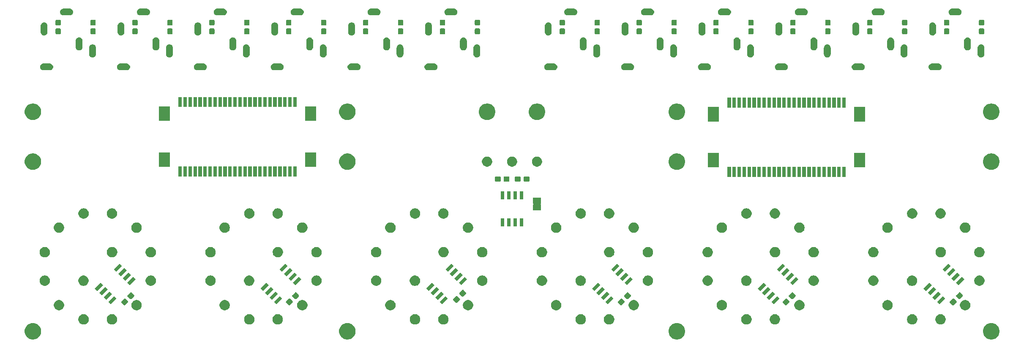
<source format=gbr>
G04 #@! TF.GenerationSoftware,KiCad,Pcbnew,5.0.2-bee76a0~70~ubuntu18.04.1*
G04 #@! TF.CreationDate,2020-05-25T20:10:50+02:00*
G04 #@! TF.ProjectId,AB-AudioMatrix-6x6,41422d41-7564-4696-9f4d-61747269782d,v3.4*
G04 #@! TF.SameCoordinates,Original*
G04 #@! TF.FileFunction,Soldermask,Bot*
G04 #@! TF.FilePolarity,Negative*
%FSLAX46Y46*%
G04 Gerber Fmt 4.6, Leading zero omitted, Abs format (unit mm)*
G04 Created by KiCad (PCBNEW 5.0.2-bee76a0~70~ubuntu18.04.1) date Mo 25 Mai 2020 20:10:50 CEST*
%MOMM*%
%LPD*%
G01*
G04 APERTURE LIST*
%ADD10C,0.100000*%
G04 APERTURE END LIST*
D10*
G36*
X47375256Y-142391298D02*
X47481579Y-142412447D01*
X47782042Y-142536903D01*
X47786792Y-142540077D01*
X48052454Y-142717587D01*
X48282413Y-142947546D01*
X48463098Y-143217960D01*
X48587553Y-143518422D01*
X48651000Y-143837389D01*
X48651000Y-144162611D01*
X48587553Y-144481578D01*
X48463098Y-144782040D01*
X48282413Y-145052454D01*
X48052454Y-145282413D01*
X48052451Y-145282415D01*
X47782042Y-145463097D01*
X47481579Y-145587553D01*
X47375256Y-145608702D01*
X47162611Y-145651000D01*
X46837389Y-145651000D01*
X46624744Y-145608702D01*
X46518421Y-145587553D01*
X46217958Y-145463097D01*
X45947549Y-145282415D01*
X45947546Y-145282413D01*
X45717587Y-145052454D01*
X45536902Y-144782040D01*
X45412447Y-144481578D01*
X45349000Y-144162611D01*
X45349000Y-143837389D01*
X45412447Y-143518422D01*
X45536902Y-143217960D01*
X45717587Y-142947546D01*
X45947546Y-142717587D01*
X46213208Y-142540077D01*
X46217958Y-142536903D01*
X46518421Y-142412447D01*
X46624744Y-142391298D01*
X46837389Y-142349000D01*
X47162611Y-142349000D01*
X47375256Y-142391298D01*
X47375256Y-142391298D01*
G37*
G36*
X110375256Y-142391298D02*
X110481579Y-142412447D01*
X110782042Y-142536903D01*
X110786792Y-142540077D01*
X111052454Y-142717587D01*
X111282413Y-142947546D01*
X111463098Y-143217960D01*
X111587553Y-143518422D01*
X111651000Y-143837389D01*
X111651000Y-144162611D01*
X111587553Y-144481578D01*
X111463098Y-144782040D01*
X111282413Y-145052454D01*
X111052454Y-145282413D01*
X111052451Y-145282415D01*
X110782042Y-145463097D01*
X110481579Y-145587553D01*
X110375256Y-145608702D01*
X110162611Y-145651000D01*
X109837389Y-145651000D01*
X109624744Y-145608702D01*
X109518421Y-145587553D01*
X109217958Y-145463097D01*
X108947549Y-145282415D01*
X108947546Y-145282413D01*
X108717587Y-145052454D01*
X108536902Y-144782040D01*
X108412447Y-144481578D01*
X108349000Y-144162611D01*
X108349000Y-143837389D01*
X108412447Y-143518422D01*
X108536902Y-143217960D01*
X108717587Y-142947546D01*
X108947546Y-142717587D01*
X109213208Y-142540077D01*
X109217958Y-142536903D01*
X109518421Y-142412447D01*
X109624744Y-142391298D01*
X109837389Y-142349000D01*
X110162611Y-142349000D01*
X110375256Y-142391298D01*
X110375256Y-142391298D01*
G37*
G36*
X239375256Y-142391298D02*
X239481579Y-142412447D01*
X239782042Y-142536903D01*
X239786792Y-142540077D01*
X240052454Y-142717587D01*
X240282413Y-142947546D01*
X240463098Y-143217960D01*
X240587553Y-143518422D01*
X240651000Y-143837389D01*
X240651000Y-144162611D01*
X240587553Y-144481578D01*
X240463098Y-144782040D01*
X240282413Y-145052454D01*
X240052454Y-145282413D01*
X240052451Y-145282415D01*
X239782042Y-145463097D01*
X239481579Y-145587553D01*
X239375256Y-145608702D01*
X239162611Y-145651000D01*
X238837389Y-145651000D01*
X238624744Y-145608702D01*
X238518421Y-145587553D01*
X238217958Y-145463097D01*
X237947549Y-145282415D01*
X237947546Y-145282413D01*
X237717587Y-145052454D01*
X237536902Y-144782040D01*
X237412447Y-144481578D01*
X237349000Y-144162611D01*
X237349000Y-143837389D01*
X237412447Y-143518422D01*
X237536902Y-143217960D01*
X237717587Y-142947546D01*
X237947546Y-142717587D01*
X238213208Y-142540077D01*
X238217958Y-142536903D01*
X238518421Y-142412447D01*
X238624744Y-142391298D01*
X238837389Y-142349000D01*
X239162611Y-142349000D01*
X239375256Y-142391298D01*
X239375256Y-142391298D01*
G37*
G36*
X176375256Y-142391298D02*
X176481579Y-142412447D01*
X176782042Y-142536903D01*
X176786792Y-142540077D01*
X177052454Y-142717587D01*
X177282413Y-142947546D01*
X177463098Y-143217960D01*
X177587553Y-143518422D01*
X177651000Y-143837389D01*
X177651000Y-144162611D01*
X177587553Y-144481578D01*
X177463098Y-144782040D01*
X177282413Y-145052454D01*
X177052454Y-145282413D01*
X177052451Y-145282415D01*
X176782042Y-145463097D01*
X176481579Y-145587553D01*
X176375256Y-145608702D01*
X176162611Y-145651000D01*
X175837389Y-145651000D01*
X175624744Y-145608702D01*
X175518421Y-145587553D01*
X175217958Y-145463097D01*
X174947549Y-145282415D01*
X174947546Y-145282413D01*
X174717587Y-145052454D01*
X174536902Y-144782040D01*
X174412447Y-144481578D01*
X174349000Y-144162611D01*
X174349000Y-143837389D01*
X174412447Y-143518422D01*
X174536902Y-143217960D01*
X174717587Y-142947546D01*
X174947546Y-142717587D01*
X175213208Y-142540077D01*
X175217958Y-142536903D01*
X175518421Y-142412447D01*
X175624744Y-142391298D01*
X175837389Y-142349000D01*
X176162611Y-142349000D01*
X176375256Y-142391298D01*
X176375256Y-142391298D01*
G37*
G36*
X123858965Y-140615820D02*
X124048489Y-140694323D01*
X124219055Y-140808292D01*
X124364108Y-140953345D01*
X124478077Y-141123911D01*
X124556580Y-141313435D01*
X124596600Y-141514630D01*
X124596600Y-141719770D01*
X124556580Y-141920965D01*
X124478077Y-142110489D01*
X124364108Y-142281055D01*
X124219055Y-142426108D01*
X124048489Y-142540077D01*
X123858965Y-142618580D01*
X123657770Y-142658600D01*
X123452630Y-142658600D01*
X123251435Y-142618580D01*
X123061911Y-142540077D01*
X122891345Y-142426108D01*
X122746292Y-142281055D01*
X122632323Y-142110489D01*
X122553820Y-141920965D01*
X122513800Y-141719770D01*
X122513800Y-141514630D01*
X122553820Y-141313435D01*
X122632323Y-141123911D01*
X122746292Y-140953345D01*
X122891345Y-140808292D01*
X123061911Y-140694323D01*
X123251435Y-140615820D01*
X123452630Y-140575800D01*
X123657770Y-140575800D01*
X123858965Y-140615820D01*
X123858965Y-140615820D01*
G37*
G36*
X63148565Y-140615820D02*
X63338089Y-140694323D01*
X63508655Y-140808292D01*
X63653708Y-140953345D01*
X63767677Y-141123911D01*
X63846180Y-141313435D01*
X63886200Y-141514630D01*
X63886200Y-141719770D01*
X63846180Y-141920965D01*
X63767677Y-142110489D01*
X63653708Y-142281055D01*
X63508655Y-142426108D01*
X63338089Y-142540077D01*
X63148565Y-142618580D01*
X62947370Y-142658600D01*
X62742230Y-142658600D01*
X62541035Y-142618580D01*
X62351511Y-142540077D01*
X62180945Y-142426108D01*
X62035892Y-142281055D01*
X61921923Y-142110489D01*
X61843420Y-141920965D01*
X61803400Y-141719770D01*
X61803400Y-141514630D01*
X61843420Y-141313435D01*
X61921923Y-141123911D01*
X62035892Y-140953345D01*
X62180945Y-140808292D01*
X62351511Y-140694323D01*
X62541035Y-140615820D01*
X62742230Y-140575800D01*
X62947370Y-140575800D01*
X63148565Y-140615820D01*
X63148565Y-140615820D01*
G37*
G36*
X57458965Y-140615820D02*
X57648489Y-140694323D01*
X57819055Y-140808292D01*
X57964108Y-140953345D01*
X58078077Y-141123911D01*
X58156580Y-141313435D01*
X58196600Y-141514630D01*
X58196600Y-141719770D01*
X58156580Y-141920965D01*
X58078077Y-142110489D01*
X57964108Y-142281055D01*
X57819055Y-142426108D01*
X57648489Y-142540077D01*
X57458965Y-142618580D01*
X57257770Y-142658600D01*
X57052630Y-142658600D01*
X56851435Y-142618580D01*
X56661911Y-142540077D01*
X56491345Y-142426108D01*
X56346292Y-142281055D01*
X56232323Y-142110489D01*
X56153820Y-141920965D01*
X56113800Y-141719770D01*
X56113800Y-141514630D01*
X56153820Y-141313435D01*
X56232323Y-141123911D01*
X56346292Y-140953345D01*
X56491345Y-140808292D01*
X56661911Y-140694323D01*
X56851435Y-140615820D01*
X57052630Y-140575800D01*
X57257770Y-140575800D01*
X57458965Y-140615820D01*
X57458965Y-140615820D01*
G37*
G36*
X96348565Y-140615820D02*
X96538089Y-140694323D01*
X96708655Y-140808292D01*
X96853708Y-140953345D01*
X96967677Y-141123911D01*
X97046180Y-141313435D01*
X97086200Y-141514630D01*
X97086200Y-141719770D01*
X97046180Y-141920965D01*
X96967677Y-142110489D01*
X96853708Y-142281055D01*
X96708655Y-142426108D01*
X96538089Y-142540077D01*
X96348565Y-142618580D01*
X96147370Y-142658600D01*
X95942230Y-142658600D01*
X95741035Y-142618580D01*
X95551511Y-142540077D01*
X95380945Y-142426108D01*
X95235892Y-142281055D01*
X95121923Y-142110489D01*
X95043420Y-141920965D01*
X95003400Y-141719770D01*
X95003400Y-141514630D01*
X95043420Y-141313435D01*
X95121923Y-141123911D01*
X95235892Y-140953345D01*
X95380945Y-140808292D01*
X95551511Y-140694323D01*
X95741035Y-140615820D01*
X95942230Y-140575800D01*
X96147370Y-140575800D01*
X96348565Y-140615820D01*
X96348565Y-140615820D01*
G37*
G36*
X90658965Y-140615820D02*
X90848489Y-140694323D01*
X91019055Y-140808292D01*
X91164108Y-140953345D01*
X91278077Y-141123911D01*
X91356580Y-141313435D01*
X91396600Y-141514630D01*
X91396600Y-141719770D01*
X91356580Y-141920965D01*
X91278077Y-142110489D01*
X91164108Y-142281055D01*
X91019055Y-142426108D01*
X90848489Y-142540077D01*
X90658965Y-142618580D01*
X90457770Y-142658600D01*
X90252630Y-142658600D01*
X90051435Y-142618580D01*
X89861911Y-142540077D01*
X89691345Y-142426108D01*
X89546292Y-142281055D01*
X89432323Y-142110489D01*
X89353820Y-141920965D01*
X89313800Y-141719770D01*
X89313800Y-141514630D01*
X89353820Y-141313435D01*
X89432323Y-141123911D01*
X89546292Y-140953345D01*
X89691345Y-140808292D01*
X89861911Y-140694323D01*
X90051435Y-140615820D01*
X90252630Y-140575800D01*
X90457770Y-140575800D01*
X90658965Y-140615820D01*
X90658965Y-140615820D01*
G37*
G36*
X162748565Y-140615820D02*
X162938089Y-140694323D01*
X163108655Y-140808292D01*
X163253708Y-140953345D01*
X163367677Y-141123911D01*
X163446180Y-141313435D01*
X163486200Y-141514630D01*
X163486200Y-141719770D01*
X163446180Y-141920965D01*
X163367677Y-142110489D01*
X163253708Y-142281055D01*
X163108655Y-142426108D01*
X162938089Y-142540077D01*
X162748565Y-142618580D01*
X162547370Y-142658600D01*
X162342230Y-142658600D01*
X162141035Y-142618580D01*
X161951511Y-142540077D01*
X161780945Y-142426108D01*
X161635892Y-142281055D01*
X161521923Y-142110489D01*
X161443420Y-141920965D01*
X161403400Y-141719770D01*
X161403400Y-141514630D01*
X161443420Y-141313435D01*
X161521923Y-141123911D01*
X161635892Y-140953345D01*
X161780945Y-140808292D01*
X161951511Y-140694323D01*
X162141035Y-140615820D01*
X162342230Y-140575800D01*
X162547370Y-140575800D01*
X162748565Y-140615820D01*
X162748565Y-140615820D01*
G37*
G36*
X157058965Y-140615820D02*
X157248489Y-140694323D01*
X157419055Y-140808292D01*
X157564108Y-140953345D01*
X157678077Y-141123911D01*
X157756580Y-141313435D01*
X157796600Y-141514630D01*
X157796600Y-141719770D01*
X157756580Y-141920965D01*
X157678077Y-142110489D01*
X157564108Y-142281055D01*
X157419055Y-142426108D01*
X157248489Y-142540077D01*
X157058965Y-142618580D01*
X156857770Y-142658600D01*
X156652630Y-142658600D01*
X156451435Y-142618580D01*
X156261911Y-142540077D01*
X156091345Y-142426108D01*
X155946292Y-142281055D01*
X155832323Y-142110489D01*
X155753820Y-141920965D01*
X155713800Y-141719770D01*
X155713800Y-141514630D01*
X155753820Y-141313435D01*
X155832323Y-141123911D01*
X155946292Y-140953345D01*
X156091345Y-140808292D01*
X156261911Y-140694323D01*
X156451435Y-140615820D01*
X156652630Y-140575800D01*
X156857770Y-140575800D01*
X157058965Y-140615820D01*
X157058965Y-140615820D01*
G37*
G36*
X195948565Y-140615820D02*
X196138089Y-140694323D01*
X196308655Y-140808292D01*
X196453708Y-140953345D01*
X196567677Y-141123911D01*
X196646180Y-141313435D01*
X196686200Y-141514630D01*
X196686200Y-141719770D01*
X196646180Y-141920965D01*
X196567677Y-142110489D01*
X196453708Y-142281055D01*
X196308655Y-142426108D01*
X196138089Y-142540077D01*
X195948565Y-142618580D01*
X195747370Y-142658600D01*
X195542230Y-142658600D01*
X195341035Y-142618580D01*
X195151511Y-142540077D01*
X194980945Y-142426108D01*
X194835892Y-142281055D01*
X194721923Y-142110489D01*
X194643420Y-141920965D01*
X194603400Y-141719770D01*
X194603400Y-141514630D01*
X194643420Y-141313435D01*
X194721923Y-141123911D01*
X194835892Y-140953345D01*
X194980945Y-140808292D01*
X195151511Y-140694323D01*
X195341035Y-140615820D01*
X195542230Y-140575800D01*
X195747370Y-140575800D01*
X195948565Y-140615820D01*
X195948565Y-140615820D01*
G37*
G36*
X190258965Y-140615820D02*
X190448489Y-140694323D01*
X190619055Y-140808292D01*
X190764108Y-140953345D01*
X190878077Y-141123911D01*
X190956580Y-141313435D01*
X190996600Y-141514630D01*
X190996600Y-141719770D01*
X190956580Y-141920965D01*
X190878077Y-142110489D01*
X190764108Y-142281055D01*
X190619055Y-142426108D01*
X190448489Y-142540077D01*
X190258965Y-142618580D01*
X190057770Y-142658600D01*
X189852630Y-142658600D01*
X189651435Y-142618580D01*
X189461911Y-142540077D01*
X189291345Y-142426108D01*
X189146292Y-142281055D01*
X189032323Y-142110489D01*
X188953820Y-141920965D01*
X188913800Y-141719770D01*
X188913800Y-141514630D01*
X188953820Y-141313435D01*
X189032323Y-141123911D01*
X189146292Y-140953345D01*
X189291345Y-140808292D01*
X189461911Y-140694323D01*
X189651435Y-140615820D01*
X189852630Y-140575800D01*
X190057770Y-140575800D01*
X190258965Y-140615820D01*
X190258965Y-140615820D01*
G37*
G36*
X229148565Y-140615820D02*
X229338089Y-140694323D01*
X229508655Y-140808292D01*
X229653708Y-140953345D01*
X229767677Y-141123911D01*
X229846180Y-141313435D01*
X229886200Y-141514630D01*
X229886200Y-141719770D01*
X229846180Y-141920965D01*
X229767677Y-142110489D01*
X229653708Y-142281055D01*
X229508655Y-142426108D01*
X229338089Y-142540077D01*
X229148565Y-142618580D01*
X228947370Y-142658600D01*
X228742230Y-142658600D01*
X228541035Y-142618580D01*
X228351511Y-142540077D01*
X228180945Y-142426108D01*
X228035892Y-142281055D01*
X227921923Y-142110489D01*
X227843420Y-141920965D01*
X227803400Y-141719770D01*
X227803400Y-141514630D01*
X227843420Y-141313435D01*
X227921923Y-141123911D01*
X228035892Y-140953345D01*
X228180945Y-140808292D01*
X228351511Y-140694323D01*
X228541035Y-140615820D01*
X228742230Y-140575800D01*
X228947370Y-140575800D01*
X229148565Y-140615820D01*
X229148565Y-140615820D01*
G37*
G36*
X223458965Y-140615820D02*
X223648489Y-140694323D01*
X223819055Y-140808292D01*
X223964108Y-140953345D01*
X224078077Y-141123911D01*
X224156580Y-141313435D01*
X224196600Y-141514630D01*
X224196600Y-141719770D01*
X224156580Y-141920965D01*
X224078077Y-142110489D01*
X223964108Y-142281055D01*
X223819055Y-142426108D01*
X223648489Y-142540077D01*
X223458965Y-142618580D01*
X223257770Y-142658600D01*
X223052630Y-142658600D01*
X222851435Y-142618580D01*
X222661911Y-142540077D01*
X222491345Y-142426108D01*
X222346292Y-142281055D01*
X222232323Y-142110489D01*
X222153820Y-141920965D01*
X222113800Y-141719770D01*
X222113800Y-141514630D01*
X222153820Y-141313435D01*
X222232323Y-141123911D01*
X222346292Y-140953345D01*
X222491345Y-140808292D01*
X222661911Y-140694323D01*
X222851435Y-140615820D01*
X223052630Y-140575800D01*
X223257770Y-140575800D01*
X223458965Y-140615820D01*
X223458965Y-140615820D01*
G37*
G36*
X129548565Y-140615820D02*
X129738089Y-140694323D01*
X129908655Y-140808292D01*
X130053708Y-140953345D01*
X130167677Y-141123911D01*
X130246180Y-141313435D01*
X130286200Y-141514630D01*
X130286200Y-141719770D01*
X130246180Y-141920965D01*
X130167677Y-142110489D01*
X130053708Y-142281055D01*
X129908655Y-142426108D01*
X129738089Y-142540077D01*
X129548565Y-142618580D01*
X129347370Y-142658600D01*
X129142230Y-142658600D01*
X128941035Y-142618580D01*
X128751511Y-142540077D01*
X128580945Y-142426108D01*
X128435892Y-142281055D01*
X128321923Y-142110489D01*
X128243420Y-141920965D01*
X128203400Y-141719770D01*
X128203400Y-141514630D01*
X128243420Y-141313435D01*
X128321923Y-141123911D01*
X128435892Y-140953345D01*
X128580945Y-140808292D01*
X128751511Y-140694323D01*
X128941035Y-140615820D01*
X129142230Y-140575800D01*
X129347370Y-140575800D01*
X129548565Y-140615820D01*
X129548565Y-140615820D01*
G37*
G36*
X68076165Y-137771020D02*
X68265689Y-137849523D01*
X68436255Y-137963492D01*
X68581308Y-138108545D01*
X68695277Y-138279111D01*
X68773780Y-138468635D01*
X68813800Y-138669830D01*
X68813800Y-138874970D01*
X68773780Y-139076165D01*
X68695277Y-139265689D01*
X68581308Y-139436255D01*
X68436255Y-139581308D01*
X68265689Y-139695277D01*
X68076165Y-139773780D01*
X67874970Y-139813800D01*
X67669830Y-139813800D01*
X67468635Y-139773780D01*
X67279111Y-139695277D01*
X67108545Y-139581308D01*
X66963492Y-139436255D01*
X66849523Y-139265689D01*
X66771020Y-139076165D01*
X66731000Y-138874970D01*
X66731000Y-138669830D01*
X66771020Y-138468635D01*
X66849523Y-138279111D01*
X66963492Y-138108545D01*
X67108545Y-137963492D01*
X67279111Y-137849523D01*
X67468635Y-137771020D01*
X67669830Y-137731000D01*
X67874970Y-137731000D01*
X68076165Y-137771020D01*
X68076165Y-137771020D01*
G37*
G36*
X52531365Y-137771020D02*
X52720889Y-137849523D01*
X52891455Y-137963492D01*
X53036508Y-138108545D01*
X53150477Y-138279111D01*
X53228980Y-138468635D01*
X53269000Y-138669830D01*
X53269000Y-138874970D01*
X53228980Y-139076165D01*
X53150477Y-139265689D01*
X53036508Y-139436255D01*
X52891455Y-139581308D01*
X52720889Y-139695277D01*
X52531365Y-139773780D01*
X52330170Y-139813800D01*
X52125030Y-139813800D01*
X51923835Y-139773780D01*
X51734311Y-139695277D01*
X51563745Y-139581308D01*
X51418692Y-139436255D01*
X51304723Y-139265689D01*
X51226220Y-139076165D01*
X51186200Y-138874970D01*
X51186200Y-138669830D01*
X51226220Y-138468635D01*
X51304723Y-138279111D01*
X51418692Y-138108545D01*
X51563745Y-137963492D01*
X51734311Y-137849523D01*
X51923835Y-137771020D01*
X52125030Y-137731000D01*
X52330170Y-137731000D01*
X52531365Y-137771020D01*
X52531365Y-137771020D01*
G37*
G36*
X85731365Y-137771020D02*
X85920889Y-137849523D01*
X86091455Y-137963492D01*
X86236508Y-138108545D01*
X86350477Y-138279111D01*
X86428980Y-138468635D01*
X86469000Y-138669830D01*
X86469000Y-138874970D01*
X86428980Y-139076165D01*
X86350477Y-139265689D01*
X86236508Y-139436255D01*
X86091455Y-139581308D01*
X85920889Y-139695277D01*
X85731365Y-139773780D01*
X85530170Y-139813800D01*
X85325030Y-139813800D01*
X85123835Y-139773780D01*
X84934311Y-139695277D01*
X84763745Y-139581308D01*
X84618692Y-139436255D01*
X84504723Y-139265689D01*
X84426220Y-139076165D01*
X84386200Y-138874970D01*
X84386200Y-138669830D01*
X84426220Y-138468635D01*
X84504723Y-138279111D01*
X84618692Y-138108545D01*
X84763745Y-137963492D01*
X84934311Y-137849523D01*
X85123835Y-137771020D01*
X85325030Y-137731000D01*
X85530170Y-137731000D01*
X85731365Y-137771020D01*
X85731365Y-137771020D01*
G37*
G36*
X134476165Y-137771020D02*
X134665689Y-137849523D01*
X134836255Y-137963492D01*
X134981308Y-138108545D01*
X135095277Y-138279111D01*
X135173780Y-138468635D01*
X135213800Y-138669830D01*
X135213800Y-138874970D01*
X135173780Y-139076165D01*
X135095277Y-139265689D01*
X134981308Y-139436255D01*
X134836255Y-139581308D01*
X134665689Y-139695277D01*
X134476165Y-139773780D01*
X134274970Y-139813800D01*
X134069830Y-139813800D01*
X133868635Y-139773780D01*
X133679111Y-139695277D01*
X133508545Y-139581308D01*
X133363492Y-139436255D01*
X133249523Y-139265689D01*
X133171020Y-139076165D01*
X133131000Y-138874970D01*
X133131000Y-138669830D01*
X133171020Y-138468635D01*
X133249523Y-138279111D01*
X133363492Y-138108545D01*
X133508545Y-137963492D01*
X133679111Y-137849523D01*
X133868635Y-137771020D01*
X134069830Y-137731000D01*
X134274970Y-137731000D01*
X134476165Y-137771020D01*
X134476165Y-137771020D01*
G37*
G36*
X118931365Y-137771020D02*
X119120889Y-137849523D01*
X119291455Y-137963492D01*
X119436508Y-138108545D01*
X119550477Y-138279111D01*
X119628980Y-138468635D01*
X119669000Y-138669830D01*
X119669000Y-138874970D01*
X119628980Y-139076165D01*
X119550477Y-139265689D01*
X119436508Y-139436255D01*
X119291455Y-139581308D01*
X119120889Y-139695277D01*
X118931365Y-139773780D01*
X118730170Y-139813800D01*
X118525030Y-139813800D01*
X118323835Y-139773780D01*
X118134311Y-139695277D01*
X117963745Y-139581308D01*
X117818692Y-139436255D01*
X117704723Y-139265689D01*
X117626220Y-139076165D01*
X117586200Y-138874970D01*
X117586200Y-138669830D01*
X117626220Y-138468635D01*
X117704723Y-138279111D01*
X117818692Y-138108545D01*
X117963745Y-137963492D01*
X118134311Y-137849523D01*
X118323835Y-137771020D01*
X118525030Y-137731000D01*
X118730170Y-137731000D01*
X118931365Y-137771020D01*
X118931365Y-137771020D01*
G37*
G36*
X167676165Y-137771020D02*
X167865689Y-137849523D01*
X168036255Y-137963492D01*
X168181308Y-138108545D01*
X168295277Y-138279111D01*
X168373780Y-138468635D01*
X168413800Y-138669830D01*
X168413800Y-138874970D01*
X168373780Y-139076165D01*
X168295277Y-139265689D01*
X168181308Y-139436255D01*
X168036255Y-139581308D01*
X167865689Y-139695277D01*
X167676165Y-139773780D01*
X167474970Y-139813800D01*
X167269830Y-139813800D01*
X167068635Y-139773780D01*
X166879111Y-139695277D01*
X166708545Y-139581308D01*
X166563492Y-139436255D01*
X166449523Y-139265689D01*
X166371020Y-139076165D01*
X166331000Y-138874970D01*
X166331000Y-138669830D01*
X166371020Y-138468635D01*
X166449523Y-138279111D01*
X166563492Y-138108545D01*
X166708545Y-137963492D01*
X166879111Y-137849523D01*
X167068635Y-137771020D01*
X167269830Y-137731000D01*
X167474970Y-137731000D01*
X167676165Y-137771020D01*
X167676165Y-137771020D01*
G37*
G36*
X101276165Y-137771020D02*
X101465689Y-137849523D01*
X101636255Y-137963492D01*
X101781308Y-138108545D01*
X101895277Y-138279111D01*
X101973780Y-138468635D01*
X102013800Y-138669830D01*
X102013800Y-138874970D01*
X101973780Y-139076165D01*
X101895277Y-139265689D01*
X101781308Y-139436255D01*
X101636255Y-139581308D01*
X101465689Y-139695277D01*
X101276165Y-139773780D01*
X101074970Y-139813800D01*
X100869830Y-139813800D01*
X100668635Y-139773780D01*
X100479111Y-139695277D01*
X100308545Y-139581308D01*
X100163492Y-139436255D01*
X100049523Y-139265689D01*
X99971020Y-139076165D01*
X99931000Y-138874970D01*
X99931000Y-138669830D01*
X99971020Y-138468635D01*
X100049523Y-138279111D01*
X100163492Y-138108545D01*
X100308545Y-137963492D01*
X100479111Y-137849523D01*
X100668635Y-137771020D01*
X100869830Y-137731000D01*
X101074970Y-137731000D01*
X101276165Y-137771020D01*
X101276165Y-137771020D01*
G37*
G36*
X200876165Y-137771020D02*
X201065689Y-137849523D01*
X201236255Y-137963492D01*
X201381308Y-138108545D01*
X201495277Y-138279111D01*
X201573780Y-138468635D01*
X201613800Y-138669830D01*
X201613800Y-138874970D01*
X201573780Y-139076165D01*
X201495277Y-139265689D01*
X201381308Y-139436255D01*
X201236255Y-139581308D01*
X201065689Y-139695277D01*
X200876165Y-139773780D01*
X200674970Y-139813800D01*
X200469830Y-139813800D01*
X200268635Y-139773780D01*
X200079111Y-139695277D01*
X199908545Y-139581308D01*
X199763492Y-139436255D01*
X199649523Y-139265689D01*
X199571020Y-139076165D01*
X199531000Y-138874970D01*
X199531000Y-138669830D01*
X199571020Y-138468635D01*
X199649523Y-138279111D01*
X199763492Y-138108545D01*
X199908545Y-137963492D01*
X200079111Y-137849523D01*
X200268635Y-137771020D01*
X200469830Y-137731000D01*
X200674970Y-137731000D01*
X200876165Y-137771020D01*
X200876165Y-137771020D01*
G37*
G36*
X185331365Y-137771020D02*
X185520889Y-137849523D01*
X185691455Y-137963492D01*
X185836508Y-138108545D01*
X185950477Y-138279111D01*
X186028980Y-138468635D01*
X186069000Y-138669830D01*
X186069000Y-138874970D01*
X186028980Y-139076165D01*
X185950477Y-139265689D01*
X185836508Y-139436255D01*
X185691455Y-139581308D01*
X185520889Y-139695277D01*
X185331365Y-139773780D01*
X185130170Y-139813800D01*
X184925030Y-139813800D01*
X184723835Y-139773780D01*
X184534311Y-139695277D01*
X184363745Y-139581308D01*
X184218692Y-139436255D01*
X184104723Y-139265689D01*
X184026220Y-139076165D01*
X183986200Y-138874970D01*
X183986200Y-138669830D01*
X184026220Y-138468635D01*
X184104723Y-138279111D01*
X184218692Y-138108545D01*
X184363745Y-137963492D01*
X184534311Y-137849523D01*
X184723835Y-137771020D01*
X184925030Y-137731000D01*
X185130170Y-137731000D01*
X185331365Y-137771020D01*
X185331365Y-137771020D01*
G37*
G36*
X234076165Y-137771020D02*
X234265689Y-137849523D01*
X234436255Y-137963492D01*
X234581308Y-138108545D01*
X234695277Y-138279111D01*
X234773780Y-138468635D01*
X234813800Y-138669830D01*
X234813800Y-138874970D01*
X234773780Y-139076165D01*
X234695277Y-139265689D01*
X234581308Y-139436255D01*
X234436255Y-139581308D01*
X234265689Y-139695277D01*
X234076165Y-139773780D01*
X233874970Y-139813800D01*
X233669830Y-139813800D01*
X233468635Y-139773780D01*
X233279111Y-139695277D01*
X233108545Y-139581308D01*
X232963492Y-139436255D01*
X232849523Y-139265689D01*
X232771020Y-139076165D01*
X232731000Y-138874970D01*
X232731000Y-138669830D01*
X232771020Y-138468635D01*
X232849523Y-138279111D01*
X232963492Y-138108545D01*
X233108545Y-137963492D01*
X233279111Y-137849523D01*
X233468635Y-137771020D01*
X233669830Y-137731000D01*
X233874970Y-137731000D01*
X234076165Y-137771020D01*
X234076165Y-137771020D01*
G37*
G36*
X218531365Y-137771020D02*
X218720889Y-137849523D01*
X218891455Y-137963492D01*
X219036508Y-138108545D01*
X219150477Y-138279111D01*
X219228980Y-138468635D01*
X219269000Y-138669830D01*
X219269000Y-138874970D01*
X219228980Y-139076165D01*
X219150477Y-139265689D01*
X219036508Y-139436255D01*
X218891455Y-139581308D01*
X218720889Y-139695277D01*
X218531365Y-139773780D01*
X218330170Y-139813800D01*
X218125030Y-139813800D01*
X217923835Y-139773780D01*
X217734311Y-139695277D01*
X217563745Y-139581308D01*
X217418692Y-139436255D01*
X217304723Y-139265689D01*
X217226220Y-139076165D01*
X217186200Y-138874970D01*
X217186200Y-138669830D01*
X217226220Y-138468635D01*
X217304723Y-138279111D01*
X217418692Y-138108545D01*
X217563745Y-137963492D01*
X217734311Y-137849523D01*
X217923835Y-137771020D01*
X218125030Y-137731000D01*
X218330170Y-137731000D01*
X218531365Y-137771020D01*
X218531365Y-137771020D01*
G37*
G36*
X152131365Y-137771020D02*
X152320889Y-137849523D01*
X152491455Y-137963492D01*
X152636508Y-138108545D01*
X152750477Y-138279111D01*
X152828980Y-138468635D01*
X152869000Y-138669830D01*
X152869000Y-138874970D01*
X152828980Y-139076165D01*
X152750477Y-139265689D01*
X152636508Y-139436255D01*
X152491455Y-139581308D01*
X152320889Y-139695277D01*
X152131365Y-139773780D01*
X151930170Y-139813800D01*
X151725030Y-139813800D01*
X151523835Y-139773780D01*
X151334311Y-139695277D01*
X151163745Y-139581308D01*
X151018692Y-139436255D01*
X150904723Y-139265689D01*
X150826220Y-139076165D01*
X150786200Y-138874970D01*
X150786200Y-138669830D01*
X150826220Y-138468635D01*
X150904723Y-138279111D01*
X151018692Y-138108545D01*
X151163745Y-137963492D01*
X151334311Y-137849523D01*
X151523835Y-137771020D01*
X151725030Y-137731000D01*
X151930170Y-137731000D01*
X152131365Y-137771020D01*
X152131365Y-137771020D01*
G37*
G36*
X231455636Y-137426981D02*
X231493130Y-137438355D01*
X231527694Y-137456830D01*
X231562755Y-137485604D01*
X232014396Y-137937245D01*
X232043170Y-137972306D01*
X232061645Y-138006870D01*
X232073019Y-138044364D01*
X232076859Y-138083363D01*
X232073019Y-138122362D01*
X232061645Y-138159856D01*
X232043170Y-138194420D01*
X232014396Y-138229481D01*
X231492045Y-138751832D01*
X231456984Y-138780606D01*
X231422420Y-138799081D01*
X231384926Y-138810455D01*
X231345927Y-138814295D01*
X231306928Y-138810455D01*
X231269434Y-138799081D01*
X231234870Y-138780606D01*
X231199809Y-138751832D01*
X230748168Y-138300191D01*
X230719394Y-138265130D01*
X230700919Y-138230566D01*
X230689545Y-138193072D01*
X230685705Y-138154073D01*
X230689545Y-138115074D01*
X230700919Y-138077580D01*
X230719394Y-138043016D01*
X230748168Y-138007955D01*
X231270519Y-137485604D01*
X231305580Y-137456830D01*
X231340144Y-137438355D01*
X231377638Y-137426981D01*
X231416637Y-137423141D01*
X231455636Y-137426981D01*
X231455636Y-137426981D01*
G37*
G36*
X197955636Y-137426981D02*
X197993130Y-137438355D01*
X198027694Y-137456830D01*
X198062755Y-137485604D01*
X198514396Y-137937245D01*
X198543170Y-137972306D01*
X198561645Y-138006870D01*
X198573019Y-138044364D01*
X198576859Y-138083363D01*
X198573019Y-138122362D01*
X198561645Y-138159856D01*
X198543170Y-138194420D01*
X198514396Y-138229481D01*
X197992045Y-138751832D01*
X197956984Y-138780606D01*
X197922420Y-138799081D01*
X197884926Y-138810455D01*
X197845927Y-138814295D01*
X197806928Y-138810455D01*
X197769434Y-138799081D01*
X197734870Y-138780606D01*
X197699809Y-138751832D01*
X197248168Y-138300191D01*
X197219394Y-138265130D01*
X197200919Y-138230566D01*
X197189545Y-138193072D01*
X197185705Y-138154073D01*
X197189545Y-138115074D01*
X197200919Y-138077580D01*
X197219394Y-138043016D01*
X197248168Y-138007955D01*
X197770519Y-137485604D01*
X197805580Y-137456830D01*
X197840144Y-137438355D01*
X197877638Y-137426981D01*
X197916637Y-137423141D01*
X197955636Y-137426981D01*
X197955636Y-137426981D01*
G37*
G36*
X164955636Y-137426981D02*
X164993130Y-137438355D01*
X165027694Y-137456830D01*
X165062755Y-137485604D01*
X165514396Y-137937245D01*
X165543170Y-137972306D01*
X165561645Y-138006870D01*
X165573019Y-138044364D01*
X165576859Y-138083363D01*
X165573019Y-138122362D01*
X165561645Y-138159856D01*
X165543170Y-138194420D01*
X165514396Y-138229481D01*
X164992045Y-138751832D01*
X164956984Y-138780606D01*
X164922420Y-138799081D01*
X164884926Y-138810455D01*
X164845927Y-138814295D01*
X164806928Y-138810455D01*
X164769434Y-138799081D01*
X164734870Y-138780606D01*
X164699809Y-138751832D01*
X164248168Y-138300191D01*
X164219394Y-138265130D01*
X164200919Y-138230566D01*
X164189545Y-138193072D01*
X164185705Y-138154073D01*
X164189545Y-138115074D01*
X164200919Y-138077580D01*
X164219394Y-138043016D01*
X164248168Y-138007955D01*
X164770519Y-137485604D01*
X164805580Y-137456830D01*
X164840144Y-137438355D01*
X164877638Y-137426981D01*
X164916637Y-137423141D01*
X164955636Y-137426981D01*
X164955636Y-137426981D01*
G37*
G36*
X98455636Y-137426981D02*
X98493130Y-137438355D01*
X98527694Y-137456830D01*
X98562755Y-137485604D01*
X99014396Y-137937245D01*
X99043170Y-137972306D01*
X99061645Y-138006870D01*
X99073019Y-138044364D01*
X99076859Y-138083363D01*
X99073019Y-138122362D01*
X99061645Y-138159856D01*
X99043170Y-138194420D01*
X99014396Y-138229481D01*
X98492045Y-138751832D01*
X98456984Y-138780606D01*
X98422420Y-138799081D01*
X98384926Y-138810455D01*
X98345927Y-138814295D01*
X98306928Y-138810455D01*
X98269434Y-138799081D01*
X98234870Y-138780606D01*
X98199809Y-138751832D01*
X97748168Y-138300191D01*
X97719394Y-138265130D01*
X97700919Y-138230566D01*
X97689545Y-138193072D01*
X97685705Y-138154073D01*
X97689545Y-138115074D01*
X97700919Y-138077580D01*
X97719394Y-138043016D01*
X97748168Y-138007955D01*
X98270519Y-137485604D01*
X98305580Y-137456830D01*
X98340144Y-137438355D01*
X98377638Y-137426981D01*
X98416637Y-137423141D01*
X98455636Y-137426981D01*
X98455636Y-137426981D01*
G37*
G36*
X65455636Y-137426981D02*
X65493130Y-137438355D01*
X65527694Y-137456830D01*
X65562755Y-137485604D01*
X66014396Y-137937245D01*
X66043170Y-137972306D01*
X66061645Y-138006870D01*
X66073019Y-138044364D01*
X66076859Y-138083363D01*
X66073019Y-138122362D01*
X66061645Y-138159856D01*
X66043170Y-138194420D01*
X66014396Y-138229481D01*
X65492045Y-138751832D01*
X65456984Y-138780606D01*
X65422420Y-138799081D01*
X65384926Y-138810455D01*
X65345927Y-138814295D01*
X65306928Y-138810455D01*
X65269434Y-138799081D01*
X65234870Y-138780606D01*
X65199809Y-138751832D01*
X64748168Y-138300191D01*
X64719394Y-138265130D01*
X64700919Y-138230566D01*
X64689545Y-138193072D01*
X64685705Y-138154073D01*
X64689545Y-138115074D01*
X64700919Y-138077580D01*
X64719394Y-138043016D01*
X64748168Y-138007955D01*
X65270519Y-137485604D01*
X65305580Y-137456830D01*
X65340144Y-137438355D01*
X65377638Y-137426981D01*
X65416637Y-137423141D01*
X65455636Y-137426981D01*
X65455636Y-137426981D01*
G37*
G36*
X130170115Y-137420351D02*
X129001974Y-138588492D01*
X128505585Y-138092103D01*
X129673726Y-136923962D01*
X130170115Y-137420351D01*
X130170115Y-137420351D01*
G37*
G36*
X229770115Y-137420351D02*
X228601974Y-138588492D01*
X228105585Y-138092103D01*
X229273726Y-136923962D01*
X229770115Y-137420351D01*
X229770115Y-137420351D01*
G37*
G36*
X163370115Y-137420351D02*
X162201974Y-138588492D01*
X161705585Y-138092103D01*
X162873726Y-136923962D01*
X163370115Y-137420351D01*
X163370115Y-137420351D01*
G37*
G36*
X63770115Y-137420351D02*
X62601974Y-138588492D01*
X62105585Y-138092103D01*
X63273726Y-136923962D01*
X63770115Y-137420351D01*
X63770115Y-137420351D01*
G37*
G36*
X96970115Y-137420351D02*
X95801974Y-138588492D01*
X95305585Y-138092103D01*
X96473726Y-136923962D01*
X96970115Y-137420351D01*
X96970115Y-137420351D01*
G37*
G36*
X196570115Y-137420351D02*
X195401974Y-138588492D01*
X194905585Y-138092103D01*
X196073726Y-136923962D01*
X196570115Y-137420351D01*
X196570115Y-137420351D01*
G37*
G36*
X131955636Y-136926981D02*
X131993130Y-136938355D01*
X132027694Y-136956830D01*
X132062755Y-136985604D01*
X132514396Y-137437245D01*
X132543170Y-137472306D01*
X132561645Y-137506870D01*
X132573019Y-137544364D01*
X132576859Y-137583363D01*
X132573019Y-137622362D01*
X132561645Y-137659856D01*
X132543170Y-137694420D01*
X132514396Y-137729481D01*
X131992045Y-138251832D01*
X131956984Y-138280606D01*
X131922420Y-138299081D01*
X131884926Y-138310455D01*
X131845927Y-138314295D01*
X131806928Y-138310455D01*
X131769434Y-138299081D01*
X131734870Y-138280606D01*
X131699809Y-138251832D01*
X131248168Y-137800191D01*
X131219394Y-137765130D01*
X131200919Y-137730566D01*
X131189545Y-137693072D01*
X131185705Y-137654073D01*
X131189545Y-137615074D01*
X131200919Y-137577580D01*
X131219394Y-137543016D01*
X131248168Y-137507955D01*
X131770519Y-136985604D01*
X131805580Y-136956830D01*
X131840144Y-136938355D01*
X131877638Y-136926981D01*
X131916637Y-136923141D01*
X131955636Y-136926981D01*
X131955636Y-136926981D01*
G37*
G36*
X129272089Y-136522325D02*
X128103948Y-137690466D01*
X127607559Y-137194077D01*
X128775700Y-136025936D01*
X129272089Y-136522325D01*
X129272089Y-136522325D01*
G37*
G36*
X96072089Y-136522325D02*
X94903948Y-137690466D01*
X94407559Y-137194077D01*
X95575700Y-136025936D01*
X96072089Y-136522325D01*
X96072089Y-136522325D01*
G37*
G36*
X228872089Y-136522325D02*
X227703948Y-137690466D01*
X227207559Y-137194077D01*
X228375700Y-136025936D01*
X228872089Y-136522325D01*
X228872089Y-136522325D01*
G37*
G36*
X162472089Y-136522325D02*
X161303948Y-137690466D01*
X160807559Y-137194077D01*
X161975700Y-136025936D01*
X162472089Y-136522325D01*
X162472089Y-136522325D01*
G37*
G36*
X62872089Y-136522325D02*
X61703948Y-137690466D01*
X61207559Y-137194077D01*
X62375700Y-136025936D01*
X62872089Y-136522325D01*
X62872089Y-136522325D01*
G37*
G36*
X195672089Y-136522325D02*
X194503948Y-137690466D01*
X194007559Y-137194077D01*
X195175700Y-136025936D01*
X195672089Y-136522325D01*
X195672089Y-136522325D01*
G37*
G36*
X166193072Y-136189545D02*
X166230566Y-136200919D01*
X166265130Y-136219394D01*
X166300191Y-136248168D01*
X166751832Y-136699809D01*
X166780606Y-136734870D01*
X166799081Y-136769434D01*
X166810455Y-136806928D01*
X166814295Y-136845927D01*
X166810455Y-136884926D01*
X166799081Y-136922420D01*
X166780606Y-136956984D01*
X166751832Y-136992045D01*
X166229481Y-137514396D01*
X166194420Y-137543170D01*
X166159856Y-137561645D01*
X166122362Y-137573019D01*
X166083363Y-137576859D01*
X166044364Y-137573019D01*
X166006870Y-137561645D01*
X165972306Y-137543170D01*
X165937245Y-137514396D01*
X165485604Y-137062755D01*
X165456830Y-137027694D01*
X165438355Y-136993130D01*
X165426981Y-136955636D01*
X165423141Y-136916637D01*
X165426981Y-136877638D01*
X165438355Y-136840144D01*
X165456830Y-136805580D01*
X165485604Y-136770519D01*
X166007955Y-136248168D01*
X166043016Y-136219394D01*
X166077580Y-136200919D01*
X166115074Y-136189545D01*
X166154073Y-136185705D01*
X166193072Y-136189545D01*
X166193072Y-136189545D01*
G37*
G36*
X66693072Y-136189545D02*
X66730566Y-136200919D01*
X66765130Y-136219394D01*
X66800191Y-136248168D01*
X67251832Y-136699809D01*
X67280606Y-136734870D01*
X67299081Y-136769434D01*
X67310455Y-136806928D01*
X67314295Y-136845927D01*
X67310455Y-136884926D01*
X67299081Y-136922420D01*
X67280606Y-136956984D01*
X67251832Y-136992045D01*
X66729481Y-137514396D01*
X66694420Y-137543170D01*
X66659856Y-137561645D01*
X66622362Y-137573019D01*
X66583363Y-137576859D01*
X66544364Y-137573019D01*
X66506870Y-137561645D01*
X66472306Y-137543170D01*
X66437245Y-137514396D01*
X65985604Y-137062755D01*
X65956830Y-137027694D01*
X65938355Y-136993130D01*
X65926981Y-136955636D01*
X65923141Y-136916637D01*
X65926981Y-136877638D01*
X65938355Y-136840144D01*
X65956830Y-136805580D01*
X65985604Y-136770519D01*
X66507955Y-136248168D01*
X66543016Y-136219394D01*
X66577580Y-136200919D01*
X66615074Y-136189545D01*
X66654073Y-136185705D01*
X66693072Y-136189545D01*
X66693072Y-136189545D01*
G37*
G36*
X99693072Y-136189545D02*
X99730566Y-136200919D01*
X99765130Y-136219394D01*
X99800191Y-136248168D01*
X100251832Y-136699809D01*
X100280606Y-136734870D01*
X100299081Y-136769434D01*
X100310455Y-136806928D01*
X100314295Y-136845927D01*
X100310455Y-136884926D01*
X100299081Y-136922420D01*
X100280606Y-136956984D01*
X100251832Y-136992045D01*
X99729481Y-137514396D01*
X99694420Y-137543170D01*
X99659856Y-137561645D01*
X99622362Y-137573019D01*
X99583363Y-137576859D01*
X99544364Y-137573019D01*
X99506870Y-137561645D01*
X99472306Y-137543170D01*
X99437245Y-137514396D01*
X98985604Y-137062755D01*
X98956830Y-137027694D01*
X98938355Y-136993130D01*
X98926981Y-136955636D01*
X98923141Y-136916637D01*
X98926981Y-136877638D01*
X98938355Y-136840144D01*
X98956830Y-136805580D01*
X98985604Y-136770519D01*
X99507955Y-136248168D01*
X99543016Y-136219394D01*
X99577580Y-136200919D01*
X99615074Y-136189545D01*
X99654073Y-136185705D01*
X99693072Y-136189545D01*
X99693072Y-136189545D01*
G37*
G36*
X199193072Y-136189545D02*
X199230566Y-136200919D01*
X199265130Y-136219394D01*
X199300191Y-136248168D01*
X199751832Y-136699809D01*
X199780606Y-136734870D01*
X199799081Y-136769434D01*
X199810455Y-136806928D01*
X199814295Y-136845927D01*
X199810455Y-136884926D01*
X199799081Y-136922420D01*
X199780606Y-136956984D01*
X199751832Y-136992045D01*
X199229481Y-137514396D01*
X199194420Y-137543170D01*
X199159856Y-137561645D01*
X199122362Y-137573019D01*
X199083363Y-137576859D01*
X199044364Y-137573019D01*
X199006870Y-137561645D01*
X198972306Y-137543170D01*
X198937245Y-137514396D01*
X198485604Y-137062755D01*
X198456830Y-137027694D01*
X198438355Y-136993130D01*
X198426981Y-136955636D01*
X198423141Y-136916637D01*
X198426981Y-136877638D01*
X198438355Y-136840144D01*
X198456830Y-136805580D01*
X198485604Y-136770519D01*
X199007955Y-136248168D01*
X199043016Y-136219394D01*
X199077580Y-136200919D01*
X199115074Y-136189545D01*
X199154073Y-136185705D01*
X199193072Y-136189545D01*
X199193072Y-136189545D01*
G37*
G36*
X232693072Y-136189545D02*
X232730566Y-136200919D01*
X232765130Y-136219394D01*
X232800191Y-136248168D01*
X233251832Y-136699809D01*
X233280606Y-136734870D01*
X233299081Y-136769434D01*
X233310455Y-136806928D01*
X233314295Y-136845927D01*
X233310455Y-136884926D01*
X233299081Y-136922420D01*
X233280606Y-136956984D01*
X233251832Y-136992045D01*
X232729481Y-137514396D01*
X232694420Y-137543170D01*
X232659856Y-137561645D01*
X232622362Y-137573019D01*
X232583363Y-137576859D01*
X232544364Y-137573019D01*
X232506870Y-137561645D01*
X232472306Y-137543170D01*
X232437245Y-137514396D01*
X231985604Y-137062755D01*
X231956830Y-137027694D01*
X231938355Y-136993130D01*
X231926981Y-136955636D01*
X231923141Y-136916637D01*
X231926981Y-136877638D01*
X231938355Y-136840144D01*
X231956830Y-136805580D01*
X231985604Y-136770519D01*
X232507955Y-136248168D01*
X232543016Y-136219394D01*
X232577580Y-136200919D01*
X232615074Y-136189545D01*
X232654073Y-136185705D01*
X232693072Y-136189545D01*
X232693072Y-136189545D01*
G37*
G36*
X133193072Y-135689545D02*
X133230566Y-135700919D01*
X133265130Y-135719394D01*
X133300191Y-135748168D01*
X133751832Y-136199809D01*
X133780606Y-136234870D01*
X133799081Y-136269434D01*
X133810455Y-136306928D01*
X133814295Y-136345927D01*
X133810455Y-136384926D01*
X133799081Y-136422420D01*
X133780606Y-136456984D01*
X133751832Y-136492045D01*
X133229481Y-137014396D01*
X133194420Y-137043170D01*
X133159856Y-137061645D01*
X133122362Y-137073019D01*
X133083363Y-137076859D01*
X133044364Y-137073019D01*
X133006870Y-137061645D01*
X132972306Y-137043170D01*
X132937245Y-137014396D01*
X132485604Y-136562755D01*
X132456830Y-136527694D01*
X132438355Y-136493130D01*
X132426981Y-136455636D01*
X132423141Y-136416637D01*
X132426981Y-136377638D01*
X132438355Y-136340144D01*
X132456830Y-136305580D01*
X132485604Y-136270519D01*
X133007955Y-135748168D01*
X133043016Y-135719394D01*
X133077580Y-135700919D01*
X133115074Y-135689545D01*
X133154073Y-135685705D01*
X133193072Y-135689545D01*
X133193072Y-135689545D01*
G37*
G36*
X227974064Y-135624300D02*
X226805923Y-136792441D01*
X226309534Y-136296052D01*
X227477675Y-135127911D01*
X227974064Y-135624300D01*
X227974064Y-135624300D01*
G37*
G36*
X194774064Y-135624300D02*
X193605923Y-136792441D01*
X193109534Y-136296052D01*
X194277675Y-135127911D01*
X194774064Y-135624300D01*
X194774064Y-135624300D01*
G37*
G36*
X161574064Y-135624300D02*
X160405923Y-136792441D01*
X159909534Y-136296052D01*
X161077675Y-135127911D01*
X161574064Y-135624300D01*
X161574064Y-135624300D01*
G37*
G36*
X128374064Y-135624300D02*
X127205923Y-136792441D01*
X126709534Y-136296052D01*
X127877675Y-135127911D01*
X128374064Y-135624300D01*
X128374064Y-135624300D01*
G37*
G36*
X95174064Y-135624300D02*
X94005923Y-136792441D01*
X93509534Y-136296052D01*
X94677675Y-135127911D01*
X95174064Y-135624300D01*
X95174064Y-135624300D01*
G37*
G36*
X61974064Y-135624300D02*
X60805923Y-136792441D01*
X60309534Y-136296052D01*
X61477675Y-135127911D01*
X61974064Y-135624300D01*
X61974064Y-135624300D01*
G37*
G36*
X227076038Y-134726274D02*
X225907897Y-135894415D01*
X225411508Y-135398026D01*
X226579649Y-134229885D01*
X227076038Y-134726274D01*
X227076038Y-134726274D01*
G37*
G36*
X193876038Y-134726274D02*
X192707897Y-135894415D01*
X192211508Y-135398026D01*
X193379649Y-134229885D01*
X193876038Y-134726274D01*
X193876038Y-134726274D01*
G37*
G36*
X160676038Y-134726274D02*
X159507897Y-135894415D01*
X159011508Y-135398026D01*
X160179649Y-134229885D01*
X160676038Y-134726274D01*
X160676038Y-134726274D01*
G37*
G36*
X127476038Y-134726274D02*
X126307897Y-135894415D01*
X125811508Y-135398026D01*
X126979649Y-134229885D01*
X127476038Y-134726274D01*
X127476038Y-134726274D01*
G37*
G36*
X61076038Y-134726274D02*
X59907897Y-135894415D01*
X59411508Y-135398026D01*
X60579649Y-134229885D01*
X61076038Y-134726274D01*
X61076038Y-134726274D01*
G37*
G36*
X94276038Y-134726274D02*
X93107897Y-135894415D01*
X92611508Y-135398026D01*
X93779649Y-134229885D01*
X94276038Y-134726274D01*
X94276038Y-134726274D01*
G37*
G36*
X123833565Y-132868820D02*
X124023089Y-132947323D01*
X124193655Y-133061292D01*
X124338708Y-133206345D01*
X124452677Y-133376911D01*
X124531180Y-133566435D01*
X124571200Y-133767630D01*
X124571200Y-133972770D01*
X124531180Y-134173965D01*
X124452677Y-134363489D01*
X124338708Y-134534055D01*
X124193655Y-134679108D01*
X124023089Y-134793077D01*
X123833565Y-134871580D01*
X123632370Y-134911600D01*
X123427230Y-134911600D01*
X123226035Y-134871580D01*
X123036511Y-134793077D01*
X122865945Y-134679108D01*
X122720892Y-134534055D01*
X122606923Y-134363489D01*
X122528420Y-134173965D01*
X122488400Y-133972770D01*
X122488400Y-133767630D01*
X122528420Y-133566435D01*
X122606923Y-133376911D01*
X122720892Y-133206345D01*
X122865945Y-133061292D01*
X123036511Y-132947323D01*
X123226035Y-132868820D01*
X123427230Y-132828800D01*
X123632370Y-132828800D01*
X123833565Y-132868820D01*
X123833565Y-132868820D01*
G37*
G36*
X190233565Y-132868820D02*
X190423089Y-132947323D01*
X190593655Y-133061292D01*
X190738708Y-133206345D01*
X190852677Y-133376911D01*
X190931180Y-133566435D01*
X190971200Y-133767630D01*
X190971200Y-133972770D01*
X190931180Y-134173965D01*
X190852677Y-134363489D01*
X190738708Y-134534055D01*
X190593655Y-134679108D01*
X190423089Y-134793077D01*
X190233565Y-134871580D01*
X190032370Y-134911600D01*
X189827230Y-134911600D01*
X189626035Y-134871580D01*
X189436511Y-134793077D01*
X189265945Y-134679108D01*
X189120892Y-134534055D01*
X189006923Y-134363489D01*
X188928420Y-134173965D01*
X188888400Y-133972770D01*
X188888400Y-133767630D01*
X188928420Y-133566435D01*
X189006923Y-133376911D01*
X189120892Y-133206345D01*
X189265945Y-133061292D01*
X189436511Y-132947323D01*
X189626035Y-132868820D01*
X189827230Y-132828800D01*
X190032370Y-132828800D01*
X190233565Y-132868820D01*
X190233565Y-132868820D01*
G37*
G36*
X157033565Y-132868820D02*
X157223089Y-132947323D01*
X157393655Y-133061292D01*
X157538708Y-133206345D01*
X157652677Y-133376911D01*
X157731180Y-133566435D01*
X157771200Y-133767630D01*
X157771200Y-133972770D01*
X157731180Y-134173965D01*
X157652677Y-134363489D01*
X157538708Y-134534055D01*
X157393655Y-134679108D01*
X157223089Y-134793077D01*
X157033565Y-134871580D01*
X156832370Y-134911600D01*
X156627230Y-134911600D01*
X156426035Y-134871580D01*
X156236511Y-134793077D01*
X156065945Y-134679108D01*
X155920892Y-134534055D01*
X155806923Y-134363489D01*
X155728420Y-134173965D01*
X155688400Y-133972770D01*
X155688400Y-133767630D01*
X155728420Y-133566435D01*
X155806923Y-133376911D01*
X155920892Y-133206345D01*
X156065945Y-133061292D01*
X156236511Y-132947323D01*
X156426035Y-132868820D01*
X156627230Y-132828800D01*
X156832370Y-132828800D01*
X157033565Y-132868820D01*
X157033565Y-132868820D01*
G37*
G36*
X223433565Y-132868820D02*
X223623089Y-132947323D01*
X223793655Y-133061292D01*
X223938708Y-133206345D01*
X224052677Y-133376911D01*
X224131180Y-133566435D01*
X224171200Y-133767630D01*
X224171200Y-133972770D01*
X224131180Y-134173965D01*
X224052677Y-134363489D01*
X223938708Y-134534055D01*
X223793655Y-134679108D01*
X223623089Y-134793077D01*
X223433565Y-134871580D01*
X223232370Y-134911600D01*
X223027230Y-134911600D01*
X222826035Y-134871580D01*
X222636511Y-134793077D01*
X222465945Y-134679108D01*
X222320892Y-134534055D01*
X222206923Y-134363489D01*
X222128420Y-134173965D01*
X222088400Y-133972770D01*
X222088400Y-133767630D01*
X222128420Y-133566435D01*
X222206923Y-133376911D01*
X222320892Y-133206345D01*
X222465945Y-133061292D01*
X222636511Y-132947323D01*
X222826035Y-132868820D01*
X223027230Y-132828800D01*
X223232370Y-132828800D01*
X223433565Y-132868820D01*
X223433565Y-132868820D01*
G37*
G36*
X90633565Y-132868820D02*
X90823089Y-132947323D01*
X90993655Y-133061292D01*
X91138708Y-133206345D01*
X91252677Y-133376911D01*
X91331180Y-133566435D01*
X91371200Y-133767630D01*
X91371200Y-133972770D01*
X91331180Y-134173965D01*
X91252677Y-134363489D01*
X91138708Y-134534055D01*
X90993655Y-134679108D01*
X90823089Y-134793077D01*
X90633565Y-134871580D01*
X90432370Y-134911600D01*
X90227230Y-134911600D01*
X90026035Y-134871580D01*
X89836511Y-134793077D01*
X89665945Y-134679108D01*
X89520892Y-134534055D01*
X89406923Y-134363489D01*
X89328420Y-134173965D01*
X89288400Y-133972770D01*
X89288400Y-133767630D01*
X89328420Y-133566435D01*
X89406923Y-133376911D01*
X89520892Y-133206345D01*
X89665945Y-133061292D01*
X89836511Y-132947323D01*
X90026035Y-132868820D01*
X90227230Y-132828800D01*
X90432370Y-132828800D01*
X90633565Y-132868820D01*
X90633565Y-132868820D01*
G37*
G36*
X57433565Y-132868820D02*
X57623089Y-132947323D01*
X57793655Y-133061292D01*
X57938708Y-133206345D01*
X58052677Y-133376911D01*
X58131180Y-133566435D01*
X58171200Y-133767630D01*
X58171200Y-133972770D01*
X58131180Y-134173965D01*
X58052677Y-134363489D01*
X57938708Y-134534055D01*
X57793655Y-134679108D01*
X57623089Y-134793077D01*
X57433565Y-134871580D01*
X57232370Y-134911600D01*
X57027230Y-134911600D01*
X56826035Y-134871580D01*
X56636511Y-134793077D01*
X56465945Y-134679108D01*
X56320892Y-134534055D01*
X56206923Y-134363489D01*
X56128420Y-134173965D01*
X56088400Y-133972770D01*
X56088400Y-133767630D01*
X56128420Y-133566435D01*
X56206923Y-133376911D01*
X56320892Y-133206345D01*
X56465945Y-133061292D01*
X56636511Y-132947323D01*
X56826035Y-132868820D01*
X57027230Y-132828800D01*
X57232370Y-132828800D01*
X57433565Y-132868820D01*
X57433565Y-132868820D01*
G37*
G36*
X116086565Y-132843420D02*
X116276089Y-132921923D01*
X116446655Y-133035892D01*
X116591708Y-133180945D01*
X116705677Y-133351511D01*
X116784180Y-133541035D01*
X116824200Y-133742230D01*
X116824200Y-133947370D01*
X116784180Y-134148565D01*
X116705677Y-134338089D01*
X116591708Y-134508655D01*
X116446655Y-134653708D01*
X116276089Y-134767677D01*
X116086565Y-134846180D01*
X115885370Y-134886200D01*
X115680230Y-134886200D01*
X115479035Y-134846180D01*
X115289511Y-134767677D01*
X115118945Y-134653708D01*
X114973892Y-134508655D01*
X114859923Y-134338089D01*
X114781420Y-134148565D01*
X114741400Y-133947370D01*
X114741400Y-133742230D01*
X114781420Y-133541035D01*
X114859923Y-133351511D01*
X114973892Y-133180945D01*
X115118945Y-133035892D01*
X115289511Y-132921923D01*
X115479035Y-132843420D01*
X115680230Y-132803400D01*
X115885370Y-132803400D01*
X116086565Y-132843420D01*
X116086565Y-132843420D01*
G37*
G36*
X149286565Y-132843420D02*
X149476089Y-132921923D01*
X149646655Y-133035892D01*
X149791708Y-133180945D01*
X149905677Y-133351511D01*
X149984180Y-133541035D01*
X150024200Y-133742230D01*
X150024200Y-133947370D01*
X149984180Y-134148565D01*
X149905677Y-134338089D01*
X149791708Y-134508655D01*
X149646655Y-134653708D01*
X149476089Y-134767677D01*
X149286565Y-134846180D01*
X149085370Y-134886200D01*
X148880230Y-134886200D01*
X148679035Y-134846180D01*
X148489511Y-134767677D01*
X148318945Y-134653708D01*
X148173892Y-134508655D01*
X148059923Y-134338089D01*
X147981420Y-134148565D01*
X147941400Y-133947370D01*
X147941400Y-133742230D01*
X147981420Y-133541035D01*
X148059923Y-133351511D01*
X148173892Y-133180945D01*
X148318945Y-133035892D01*
X148489511Y-132921923D01*
X148679035Y-132843420D01*
X148880230Y-132803400D01*
X149085370Y-132803400D01*
X149286565Y-132843420D01*
X149286565Y-132843420D01*
G37*
G36*
X170520965Y-132843420D02*
X170710489Y-132921923D01*
X170881055Y-133035892D01*
X171026108Y-133180945D01*
X171140077Y-133351511D01*
X171218580Y-133541035D01*
X171258600Y-133742230D01*
X171258600Y-133947370D01*
X171218580Y-134148565D01*
X171140077Y-134338089D01*
X171026108Y-134508655D01*
X170881055Y-134653708D01*
X170710489Y-134767677D01*
X170520965Y-134846180D01*
X170319770Y-134886200D01*
X170114630Y-134886200D01*
X169913435Y-134846180D01*
X169723911Y-134767677D01*
X169553345Y-134653708D01*
X169408292Y-134508655D01*
X169294323Y-134338089D01*
X169215820Y-134148565D01*
X169175800Y-133947370D01*
X169175800Y-133742230D01*
X169215820Y-133541035D01*
X169294323Y-133351511D01*
X169408292Y-133180945D01*
X169553345Y-133035892D01*
X169723911Y-132921923D01*
X169913435Y-132843420D01*
X170114630Y-132803400D01*
X170319770Y-132803400D01*
X170520965Y-132843420D01*
X170520965Y-132843420D01*
G37*
G36*
X203720965Y-132843420D02*
X203910489Y-132921923D01*
X204081055Y-133035892D01*
X204226108Y-133180945D01*
X204340077Y-133351511D01*
X204418580Y-133541035D01*
X204458600Y-133742230D01*
X204458600Y-133947370D01*
X204418580Y-134148565D01*
X204340077Y-134338089D01*
X204226108Y-134508655D01*
X204081055Y-134653708D01*
X203910489Y-134767677D01*
X203720965Y-134846180D01*
X203519770Y-134886200D01*
X203314630Y-134886200D01*
X203113435Y-134846180D01*
X202923911Y-134767677D01*
X202753345Y-134653708D01*
X202608292Y-134508655D01*
X202494323Y-134338089D01*
X202415820Y-134148565D01*
X202375800Y-133947370D01*
X202375800Y-133742230D01*
X202415820Y-133541035D01*
X202494323Y-133351511D01*
X202608292Y-133180945D01*
X202753345Y-133035892D01*
X202923911Y-132921923D01*
X203113435Y-132843420D01*
X203314630Y-132803400D01*
X203519770Y-132803400D01*
X203720965Y-132843420D01*
X203720965Y-132843420D01*
G37*
G36*
X215686565Y-132843420D02*
X215876089Y-132921923D01*
X216046655Y-133035892D01*
X216191708Y-133180945D01*
X216305677Y-133351511D01*
X216384180Y-133541035D01*
X216424200Y-133742230D01*
X216424200Y-133947370D01*
X216384180Y-134148565D01*
X216305677Y-134338089D01*
X216191708Y-134508655D01*
X216046655Y-134653708D01*
X215876089Y-134767677D01*
X215686565Y-134846180D01*
X215485370Y-134886200D01*
X215280230Y-134886200D01*
X215079035Y-134846180D01*
X214889511Y-134767677D01*
X214718945Y-134653708D01*
X214573892Y-134508655D01*
X214459923Y-134338089D01*
X214381420Y-134148565D01*
X214341400Y-133947370D01*
X214341400Y-133742230D01*
X214381420Y-133541035D01*
X214459923Y-133351511D01*
X214573892Y-133180945D01*
X214718945Y-133035892D01*
X214889511Y-132921923D01*
X215079035Y-132843420D01*
X215280230Y-132803400D01*
X215485370Y-132803400D01*
X215686565Y-132843420D01*
X215686565Y-132843420D01*
G37*
G36*
X236920965Y-132843420D02*
X237110489Y-132921923D01*
X237281055Y-133035892D01*
X237426108Y-133180945D01*
X237540077Y-133351511D01*
X237618580Y-133541035D01*
X237658600Y-133742230D01*
X237658600Y-133947370D01*
X237618580Y-134148565D01*
X237540077Y-134338089D01*
X237426108Y-134508655D01*
X237281055Y-134653708D01*
X237110489Y-134767677D01*
X236920965Y-134846180D01*
X236719770Y-134886200D01*
X236514630Y-134886200D01*
X236313435Y-134846180D01*
X236123911Y-134767677D01*
X235953345Y-134653708D01*
X235808292Y-134508655D01*
X235694323Y-134338089D01*
X235615820Y-134148565D01*
X235575800Y-133947370D01*
X235575800Y-133742230D01*
X235615820Y-133541035D01*
X235694323Y-133351511D01*
X235808292Y-133180945D01*
X235953345Y-133035892D01*
X236123911Y-132921923D01*
X236313435Y-132843420D01*
X236514630Y-132803400D01*
X236719770Y-132803400D01*
X236920965Y-132843420D01*
X236920965Y-132843420D01*
G37*
G36*
X49686565Y-132843420D02*
X49876089Y-132921923D01*
X50046655Y-133035892D01*
X50191708Y-133180945D01*
X50305677Y-133351511D01*
X50384180Y-133541035D01*
X50424200Y-133742230D01*
X50424200Y-133947370D01*
X50384180Y-134148565D01*
X50305677Y-134338089D01*
X50191708Y-134508655D01*
X50046655Y-134653708D01*
X49876089Y-134767677D01*
X49686565Y-134846180D01*
X49485370Y-134886200D01*
X49280230Y-134886200D01*
X49079035Y-134846180D01*
X48889511Y-134767677D01*
X48718945Y-134653708D01*
X48573892Y-134508655D01*
X48459923Y-134338089D01*
X48381420Y-134148565D01*
X48341400Y-133947370D01*
X48341400Y-133742230D01*
X48381420Y-133541035D01*
X48459923Y-133351511D01*
X48573892Y-133180945D01*
X48718945Y-133035892D01*
X48889511Y-132921923D01*
X49079035Y-132843420D01*
X49280230Y-132803400D01*
X49485370Y-132803400D01*
X49686565Y-132843420D01*
X49686565Y-132843420D01*
G37*
G36*
X70920965Y-132843420D02*
X71110489Y-132921923D01*
X71281055Y-133035892D01*
X71426108Y-133180945D01*
X71540077Y-133351511D01*
X71618580Y-133541035D01*
X71658600Y-133742230D01*
X71658600Y-133947370D01*
X71618580Y-134148565D01*
X71540077Y-134338089D01*
X71426108Y-134508655D01*
X71281055Y-134653708D01*
X71110489Y-134767677D01*
X70920965Y-134846180D01*
X70719770Y-134886200D01*
X70514630Y-134886200D01*
X70313435Y-134846180D01*
X70123911Y-134767677D01*
X69953345Y-134653708D01*
X69808292Y-134508655D01*
X69694323Y-134338089D01*
X69615820Y-134148565D01*
X69575800Y-133947370D01*
X69575800Y-133742230D01*
X69615820Y-133541035D01*
X69694323Y-133351511D01*
X69808292Y-133180945D01*
X69953345Y-133035892D01*
X70123911Y-132921923D01*
X70313435Y-132843420D01*
X70514630Y-132803400D01*
X70719770Y-132803400D01*
X70920965Y-132843420D01*
X70920965Y-132843420D01*
G37*
G36*
X182486565Y-132843420D02*
X182676089Y-132921923D01*
X182846655Y-133035892D01*
X182991708Y-133180945D01*
X183105677Y-133351511D01*
X183184180Y-133541035D01*
X183224200Y-133742230D01*
X183224200Y-133947370D01*
X183184180Y-134148565D01*
X183105677Y-134338089D01*
X182991708Y-134508655D01*
X182846655Y-134653708D01*
X182676089Y-134767677D01*
X182486565Y-134846180D01*
X182285370Y-134886200D01*
X182080230Y-134886200D01*
X181879035Y-134846180D01*
X181689511Y-134767677D01*
X181518945Y-134653708D01*
X181373892Y-134508655D01*
X181259923Y-134338089D01*
X181181420Y-134148565D01*
X181141400Y-133947370D01*
X181141400Y-133742230D01*
X181181420Y-133541035D01*
X181259923Y-133351511D01*
X181373892Y-133180945D01*
X181518945Y-133035892D01*
X181689511Y-132921923D01*
X181879035Y-132843420D01*
X182080230Y-132803400D01*
X182285370Y-132803400D01*
X182486565Y-132843420D01*
X182486565Y-132843420D01*
G37*
G36*
X82886565Y-132843420D02*
X83076089Y-132921923D01*
X83246655Y-133035892D01*
X83391708Y-133180945D01*
X83505677Y-133351511D01*
X83584180Y-133541035D01*
X83624200Y-133742230D01*
X83624200Y-133947370D01*
X83584180Y-134148565D01*
X83505677Y-134338089D01*
X83391708Y-134508655D01*
X83246655Y-134653708D01*
X83076089Y-134767677D01*
X82886565Y-134846180D01*
X82685370Y-134886200D01*
X82480230Y-134886200D01*
X82279035Y-134846180D01*
X82089511Y-134767677D01*
X81918945Y-134653708D01*
X81773892Y-134508655D01*
X81659923Y-134338089D01*
X81581420Y-134148565D01*
X81541400Y-133947370D01*
X81541400Y-133742230D01*
X81581420Y-133541035D01*
X81659923Y-133351511D01*
X81773892Y-133180945D01*
X81918945Y-133035892D01*
X82089511Y-132921923D01*
X82279035Y-132843420D01*
X82480230Y-132803400D01*
X82685370Y-132803400D01*
X82886565Y-132843420D01*
X82886565Y-132843420D01*
G37*
G36*
X104120965Y-132843420D02*
X104310489Y-132921923D01*
X104481055Y-133035892D01*
X104626108Y-133180945D01*
X104740077Y-133351511D01*
X104818580Y-133541035D01*
X104858600Y-133742230D01*
X104858600Y-133947370D01*
X104818580Y-134148565D01*
X104740077Y-134338089D01*
X104626108Y-134508655D01*
X104481055Y-134653708D01*
X104310489Y-134767677D01*
X104120965Y-134846180D01*
X103919770Y-134886200D01*
X103714630Y-134886200D01*
X103513435Y-134846180D01*
X103323911Y-134767677D01*
X103153345Y-134653708D01*
X103008292Y-134508655D01*
X102894323Y-134338089D01*
X102815820Y-134148565D01*
X102775800Y-133947370D01*
X102775800Y-133742230D01*
X102815820Y-133541035D01*
X102894323Y-133351511D01*
X103008292Y-133180945D01*
X103153345Y-133035892D01*
X103323911Y-132921923D01*
X103513435Y-132843420D01*
X103714630Y-132803400D01*
X103919770Y-132803400D01*
X104120965Y-132843420D01*
X104120965Y-132843420D01*
G37*
G36*
X137320965Y-132843420D02*
X137510489Y-132921923D01*
X137681055Y-133035892D01*
X137826108Y-133180945D01*
X137940077Y-133351511D01*
X138018580Y-133541035D01*
X138058600Y-133742230D01*
X138058600Y-133947370D01*
X138018580Y-134148565D01*
X137940077Y-134338089D01*
X137826108Y-134508655D01*
X137681055Y-134653708D01*
X137510489Y-134767677D01*
X137320965Y-134846180D01*
X137119770Y-134886200D01*
X136914630Y-134886200D01*
X136713435Y-134846180D01*
X136523911Y-134767677D01*
X136353345Y-134653708D01*
X136208292Y-134508655D01*
X136094323Y-134338089D01*
X136015820Y-134148565D01*
X135975800Y-133947370D01*
X135975800Y-133742230D01*
X136015820Y-133541035D01*
X136094323Y-133351511D01*
X136208292Y-133180945D01*
X136353345Y-133035892D01*
X136523911Y-132921923D01*
X136713435Y-132843420D01*
X136914630Y-132803400D01*
X137119770Y-132803400D01*
X137320965Y-132843420D01*
X137320965Y-132843420D01*
G37*
G36*
X67588492Y-133601974D02*
X66420351Y-134770115D01*
X65923962Y-134273726D01*
X67092103Y-133105585D01*
X67588492Y-133601974D01*
X67588492Y-133601974D01*
G37*
G36*
X167188492Y-133601974D02*
X166020351Y-134770115D01*
X165523962Y-134273726D01*
X166692103Y-133105585D01*
X167188492Y-133601974D01*
X167188492Y-133601974D01*
G37*
G36*
X233588492Y-133601974D02*
X232420351Y-134770115D01*
X231923962Y-134273726D01*
X233092103Y-133105585D01*
X233588492Y-133601974D01*
X233588492Y-133601974D01*
G37*
G36*
X100788492Y-133601974D02*
X99620351Y-134770115D01*
X99123962Y-134273726D01*
X100292103Y-133105585D01*
X100788492Y-133601974D01*
X100788492Y-133601974D01*
G37*
G36*
X133988492Y-133601974D02*
X132820351Y-134770115D01*
X132323962Y-134273726D01*
X133492103Y-133105585D01*
X133988492Y-133601974D01*
X133988492Y-133601974D01*
G37*
G36*
X200388492Y-133601974D02*
X199220351Y-134770115D01*
X198723962Y-134273726D01*
X199892103Y-133105585D01*
X200388492Y-133601974D01*
X200388492Y-133601974D01*
G37*
G36*
X99890466Y-132703948D02*
X98722325Y-133872089D01*
X98225936Y-133375700D01*
X99394077Y-132207559D01*
X99890466Y-132703948D01*
X99890466Y-132703948D01*
G37*
G36*
X133090466Y-132703948D02*
X131922325Y-133872089D01*
X131425936Y-133375700D01*
X132594077Y-132207559D01*
X133090466Y-132703948D01*
X133090466Y-132703948D01*
G37*
G36*
X166290466Y-132703948D02*
X165122325Y-133872089D01*
X164625936Y-133375700D01*
X165794077Y-132207559D01*
X166290466Y-132703948D01*
X166290466Y-132703948D01*
G37*
G36*
X199490466Y-132703948D02*
X198322325Y-133872089D01*
X197825936Y-133375700D01*
X198994077Y-132207559D01*
X199490466Y-132703948D01*
X199490466Y-132703948D01*
G37*
G36*
X232690466Y-132703948D02*
X231522325Y-133872089D01*
X231025936Y-133375700D01*
X232194077Y-132207559D01*
X232690466Y-132703948D01*
X232690466Y-132703948D01*
G37*
G36*
X66690466Y-132703948D02*
X65522325Y-133872089D01*
X65025936Y-133375700D01*
X66194077Y-132207559D01*
X66690466Y-132703948D01*
X66690466Y-132703948D01*
G37*
G36*
X132192441Y-131805923D02*
X131024300Y-132974064D01*
X130527911Y-132477675D01*
X131696052Y-131309534D01*
X132192441Y-131805923D01*
X132192441Y-131805923D01*
G37*
G36*
X65792441Y-131805923D02*
X64624300Y-132974064D01*
X64127911Y-132477675D01*
X65296052Y-131309534D01*
X65792441Y-131805923D01*
X65792441Y-131805923D01*
G37*
G36*
X165392441Y-131805923D02*
X164224300Y-132974064D01*
X163727911Y-132477675D01*
X164896052Y-131309534D01*
X165392441Y-131805923D01*
X165392441Y-131805923D01*
G37*
G36*
X98992441Y-131805923D02*
X97824300Y-132974064D01*
X97327911Y-132477675D01*
X98496052Y-131309534D01*
X98992441Y-131805923D01*
X98992441Y-131805923D01*
G37*
G36*
X231792441Y-131805923D02*
X230624300Y-132974064D01*
X230127911Y-132477675D01*
X231296052Y-131309534D01*
X231792441Y-131805923D01*
X231792441Y-131805923D01*
G37*
G36*
X198592441Y-131805923D02*
X197424300Y-132974064D01*
X196927911Y-132477675D01*
X198096052Y-131309534D01*
X198592441Y-131805923D01*
X198592441Y-131805923D01*
G37*
G36*
X64894415Y-130907897D02*
X63726274Y-132076038D01*
X63229885Y-131579649D01*
X64398026Y-130411508D01*
X64894415Y-130907897D01*
X64894415Y-130907897D01*
G37*
G36*
X98094415Y-130907897D02*
X96926274Y-132076038D01*
X96429885Y-131579649D01*
X97598026Y-130411508D01*
X98094415Y-130907897D01*
X98094415Y-130907897D01*
G37*
G36*
X230894415Y-130907897D02*
X229726274Y-132076038D01*
X229229885Y-131579649D01*
X230398026Y-130411508D01*
X230894415Y-130907897D01*
X230894415Y-130907897D01*
G37*
G36*
X164494415Y-130907897D02*
X163326274Y-132076038D01*
X162829885Y-131579649D01*
X163998026Y-130411508D01*
X164494415Y-130907897D01*
X164494415Y-130907897D01*
G37*
G36*
X197694415Y-130907897D02*
X196526274Y-132076038D01*
X196029885Y-131579649D01*
X197198026Y-130411508D01*
X197694415Y-130907897D01*
X197694415Y-130907897D01*
G37*
G36*
X131294415Y-130907897D02*
X130126274Y-132076038D01*
X129629885Y-131579649D01*
X130798026Y-130411508D01*
X131294415Y-130907897D01*
X131294415Y-130907897D01*
G37*
G36*
X82886565Y-127153820D02*
X83076089Y-127232323D01*
X83246655Y-127346292D01*
X83391708Y-127491345D01*
X83505677Y-127661911D01*
X83584180Y-127851435D01*
X83624200Y-128052630D01*
X83624200Y-128257770D01*
X83584180Y-128458965D01*
X83505677Y-128648489D01*
X83391708Y-128819055D01*
X83246655Y-128964108D01*
X83076089Y-129078077D01*
X82886565Y-129156580D01*
X82685370Y-129196600D01*
X82480230Y-129196600D01*
X82279035Y-129156580D01*
X82089511Y-129078077D01*
X81918945Y-128964108D01*
X81773892Y-128819055D01*
X81659923Y-128648489D01*
X81581420Y-128458965D01*
X81541400Y-128257770D01*
X81541400Y-128052630D01*
X81581420Y-127851435D01*
X81659923Y-127661911D01*
X81773892Y-127491345D01*
X81918945Y-127346292D01*
X82089511Y-127232323D01*
X82279035Y-127153820D01*
X82480230Y-127113800D01*
X82685370Y-127113800D01*
X82886565Y-127153820D01*
X82886565Y-127153820D01*
G37*
G36*
X236920965Y-127153820D02*
X237110489Y-127232323D01*
X237281055Y-127346292D01*
X237426108Y-127491345D01*
X237540077Y-127661911D01*
X237618580Y-127851435D01*
X237658600Y-128052630D01*
X237658600Y-128257770D01*
X237618580Y-128458965D01*
X237540077Y-128648489D01*
X237426108Y-128819055D01*
X237281055Y-128964108D01*
X237110489Y-129078077D01*
X236920965Y-129156580D01*
X236719770Y-129196600D01*
X236514630Y-129196600D01*
X236313435Y-129156580D01*
X236123911Y-129078077D01*
X235953345Y-128964108D01*
X235808292Y-128819055D01*
X235694323Y-128648489D01*
X235615820Y-128458965D01*
X235575800Y-128257770D01*
X235575800Y-128052630D01*
X235615820Y-127851435D01*
X235694323Y-127661911D01*
X235808292Y-127491345D01*
X235953345Y-127346292D01*
X236123911Y-127232323D01*
X236313435Y-127153820D01*
X236514630Y-127113800D01*
X236719770Y-127113800D01*
X236920965Y-127153820D01*
X236920965Y-127153820D01*
G37*
G36*
X215686565Y-127153820D02*
X215876089Y-127232323D01*
X216046655Y-127346292D01*
X216191708Y-127491345D01*
X216305677Y-127661911D01*
X216384180Y-127851435D01*
X216424200Y-128052630D01*
X216424200Y-128257770D01*
X216384180Y-128458965D01*
X216305677Y-128648489D01*
X216191708Y-128819055D01*
X216046655Y-128964108D01*
X215876089Y-129078077D01*
X215686565Y-129156580D01*
X215485370Y-129196600D01*
X215280230Y-129196600D01*
X215079035Y-129156580D01*
X214889511Y-129078077D01*
X214718945Y-128964108D01*
X214573892Y-128819055D01*
X214459923Y-128648489D01*
X214381420Y-128458965D01*
X214341400Y-128257770D01*
X214341400Y-128052630D01*
X214381420Y-127851435D01*
X214459923Y-127661911D01*
X214573892Y-127491345D01*
X214718945Y-127346292D01*
X214889511Y-127232323D01*
X215079035Y-127153820D01*
X215280230Y-127113800D01*
X215485370Y-127113800D01*
X215686565Y-127153820D01*
X215686565Y-127153820D01*
G37*
G36*
X203720965Y-127153820D02*
X203910489Y-127232323D01*
X204081055Y-127346292D01*
X204226108Y-127491345D01*
X204340077Y-127661911D01*
X204418580Y-127851435D01*
X204458600Y-128052630D01*
X204458600Y-128257770D01*
X204418580Y-128458965D01*
X204340077Y-128648489D01*
X204226108Y-128819055D01*
X204081055Y-128964108D01*
X203910489Y-129078077D01*
X203720965Y-129156580D01*
X203519770Y-129196600D01*
X203314630Y-129196600D01*
X203113435Y-129156580D01*
X202923911Y-129078077D01*
X202753345Y-128964108D01*
X202608292Y-128819055D01*
X202494323Y-128648489D01*
X202415820Y-128458965D01*
X202375800Y-128257770D01*
X202375800Y-128052630D01*
X202415820Y-127851435D01*
X202494323Y-127661911D01*
X202608292Y-127491345D01*
X202753345Y-127346292D01*
X202923911Y-127232323D01*
X203113435Y-127153820D01*
X203314630Y-127113800D01*
X203519770Y-127113800D01*
X203720965Y-127153820D01*
X203720965Y-127153820D01*
G37*
G36*
X170520965Y-127153820D02*
X170710489Y-127232323D01*
X170881055Y-127346292D01*
X171026108Y-127491345D01*
X171140077Y-127661911D01*
X171218580Y-127851435D01*
X171258600Y-128052630D01*
X171258600Y-128257770D01*
X171218580Y-128458965D01*
X171140077Y-128648489D01*
X171026108Y-128819055D01*
X170881055Y-128964108D01*
X170710489Y-129078077D01*
X170520965Y-129156580D01*
X170319770Y-129196600D01*
X170114630Y-129196600D01*
X169913435Y-129156580D01*
X169723911Y-129078077D01*
X169553345Y-128964108D01*
X169408292Y-128819055D01*
X169294323Y-128648489D01*
X169215820Y-128458965D01*
X169175800Y-128257770D01*
X169175800Y-128052630D01*
X169215820Y-127851435D01*
X169294323Y-127661911D01*
X169408292Y-127491345D01*
X169553345Y-127346292D01*
X169723911Y-127232323D01*
X169913435Y-127153820D01*
X170114630Y-127113800D01*
X170319770Y-127113800D01*
X170520965Y-127153820D01*
X170520965Y-127153820D01*
G37*
G36*
X149286565Y-127153820D02*
X149476089Y-127232323D01*
X149646655Y-127346292D01*
X149791708Y-127491345D01*
X149905677Y-127661911D01*
X149984180Y-127851435D01*
X150024200Y-128052630D01*
X150024200Y-128257770D01*
X149984180Y-128458965D01*
X149905677Y-128648489D01*
X149791708Y-128819055D01*
X149646655Y-128964108D01*
X149476089Y-129078077D01*
X149286565Y-129156580D01*
X149085370Y-129196600D01*
X148880230Y-129196600D01*
X148679035Y-129156580D01*
X148489511Y-129078077D01*
X148318945Y-128964108D01*
X148173892Y-128819055D01*
X148059923Y-128648489D01*
X147981420Y-128458965D01*
X147941400Y-128257770D01*
X147941400Y-128052630D01*
X147981420Y-127851435D01*
X148059923Y-127661911D01*
X148173892Y-127491345D01*
X148318945Y-127346292D01*
X148489511Y-127232323D01*
X148679035Y-127153820D01*
X148880230Y-127113800D01*
X149085370Y-127113800D01*
X149286565Y-127153820D01*
X149286565Y-127153820D01*
G37*
G36*
X137320965Y-127153820D02*
X137510489Y-127232323D01*
X137681055Y-127346292D01*
X137826108Y-127491345D01*
X137940077Y-127661911D01*
X138018580Y-127851435D01*
X138058600Y-128052630D01*
X138058600Y-128257770D01*
X138018580Y-128458965D01*
X137940077Y-128648489D01*
X137826108Y-128819055D01*
X137681055Y-128964108D01*
X137510489Y-129078077D01*
X137320965Y-129156580D01*
X137119770Y-129196600D01*
X136914630Y-129196600D01*
X136713435Y-129156580D01*
X136523911Y-129078077D01*
X136353345Y-128964108D01*
X136208292Y-128819055D01*
X136094323Y-128648489D01*
X136015820Y-128458965D01*
X135975800Y-128257770D01*
X135975800Y-128052630D01*
X136015820Y-127851435D01*
X136094323Y-127661911D01*
X136208292Y-127491345D01*
X136353345Y-127346292D01*
X136523911Y-127232323D01*
X136713435Y-127153820D01*
X136914630Y-127113800D01*
X137119770Y-127113800D01*
X137320965Y-127153820D01*
X137320965Y-127153820D01*
G37*
G36*
X104120965Y-127153820D02*
X104310489Y-127232323D01*
X104481055Y-127346292D01*
X104626108Y-127491345D01*
X104740077Y-127661911D01*
X104818580Y-127851435D01*
X104858600Y-128052630D01*
X104858600Y-128257770D01*
X104818580Y-128458965D01*
X104740077Y-128648489D01*
X104626108Y-128819055D01*
X104481055Y-128964108D01*
X104310489Y-129078077D01*
X104120965Y-129156580D01*
X103919770Y-129196600D01*
X103714630Y-129196600D01*
X103513435Y-129156580D01*
X103323911Y-129078077D01*
X103153345Y-128964108D01*
X103008292Y-128819055D01*
X102894323Y-128648489D01*
X102815820Y-128458965D01*
X102775800Y-128257770D01*
X102775800Y-128052630D01*
X102815820Y-127851435D01*
X102894323Y-127661911D01*
X103008292Y-127491345D01*
X103153345Y-127346292D01*
X103323911Y-127232323D01*
X103513435Y-127153820D01*
X103714630Y-127113800D01*
X103919770Y-127113800D01*
X104120965Y-127153820D01*
X104120965Y-127153820D01*
G37*
G36*
X116086565Y-127153820D02*
X116276089Y-127232323D01*
X116446655Y-127346292D01*
X116591708Y-127491345D01*
X116705677Y-127661911D01*
X116784180Y-127851435D01*
X116824200Y-128052630D01*
X116824200Y-128257770D01*
X116784180Y-128458965D01*
X116705677Y-128648489D01*
X116591708Y-128819055D01*
X116446655Y-128964108D01*
X116276089Y-129078077D01*
X116086565Y-129156580D01*
X115885370Y-129196600D01*
X115680230Y-129196600D01*
X115479035Y-129156580D01*
X115289511Y-129078077D01*
X115118945Y-128964108D01*
X114973892Y-128819055D01*
X114859923Y-128648489D01*
X114781420Y-128458965D01*
X114741400Y-128257770D01*
X114741400Y-128052630D01*
X114781420Y-127851435D01*
X114859923Y-127661911D01*
X114973892Y-127491345D01*
X115118945Y-127346292D01*
X115289511Y-127232323D01*
X115479035Y-127153820D01*
X115680230Y-127113800D01*
X115885370Y-127113800D01*
X116086565Y-127153820D01*
X116086565Y-127153820D01*
G37*
G36*
X70920965Y-127153820D02*
X71110489Y-127232323D01*
X71281055Y-127346292D01*
X71426108Y-127491345D01*
X71540077Y-127661911D01*
X71618580Y-127851435D01*
X71658600Y-128052630D01*
X71658600Y-128257770D01*
X71618580Y-128458965D01*
X71540077Y-128648489D01*
X71426108Y-128819055D01*
X71281055Y-128964108D01*
X71110489Y-129078077D01*
X70920965Y-129156580D01*
X70719770Y-129196600D01*
X70514630Y-129196600D01*
X70313435Y-129156580D01*
X70123911Y-129078077D01*
X69953345Y-128964108D01*
X69808292Y-128819055D01*
X69694323Y-128648489D01*
X69615820Y-128458965D01*
X69575800Y-128257770D01*
X69575800Y-128052630D01*
X69615820Y-127851435D01*
X69694323Y-127661911D01*
X69808292Y-127491345D01*
X69953345Y-127346292D01*
X70123911Y-127232323D01*
X70313435Y-127153820D01*
X70514630Y-127113800D01*
X70719770Y-127113800D01*
X70920965Y-127153820D01*
X70920965Y-127153820D01*
G37*
G36*
X49686565Y-127153820D02*
X49876089Y-127232323D01*
X50046655Y-127346292D01*
X50191708Y-127491345D01*
X50305677Y-127661911D01*
X50384180Y-127851435D01*
X50424200Y-128052630D01*
X50424200Y-128257770D01*
X50384180Y-128458965D01*
X50305677Y-128648489D01*
X50191708Y-128819055D01*
X50046655Y-128964108D01*
X49876089Y-129078077D01*
X49686565Y-129156580D01*
X49485370Y-129196600D01*
X49280230Y-129196600D01*
X49079035Y-129156580D01*
X48889511Y-129078077D01*
X48718945Y-128964108D01*
X48573892Y-128819055D01*
X48459923Y-128648489D01*
X48381420Y-128458965D01*
X48341400Y-128257770D01*
X48341400Y-128052630D01*
X48381420Y-127851435D01*
X48459923Y-127661911D01*
X48573892Y-127491345D01*
X48718945Y-127346292D01*
X48889511Y-127232323D01*
X49079035Y-127153820D01*
X49280230Y-127113800D01*
X49485370Y-127113800D01*
X49686565Y-127153820D01*
X49686565Y-127153820D01*
G37*
G36*
X182486565Y-127153820D02*
X182676089Y-127232323D01*
X182846655Y-127346292D01*
X182991708Y-127491345D01*
X183105677Y-127661911D01*
X183184180Y-127851435D01*
X183224200Y-128052630D01*
X183224200Y-128257770D01*
X183184180Y-128458965D01*
X183105677Y-128648489D01*
X182991708Y-128819055D01*
X182846655Y-128964108D01*
X182676089Y-129078077D01*
X182486565Y-129156580D01*
X182285370Y-129196600D01*
X182080230Y-129196600D01*
X181879035Y-129156580D01*
X181689511Y-129078077D01*
X181518945Y-128964108D01*
X181373892Y-128819055D01*
X181259923Y-128648489D01*
X181181420Y-128458965D01*
X181141400Y-128257770D01*
X181141400Y-128052630D01*
X181181420Y-127851435D01*
X181259923Y-127661911D01*
X181373892Y-127491345D01*
X181518945Y-127346292D01*
X181689511Y-127232323D01*
X181879035Y-127153820D01*
X182080230Y-127113800D01*
X182285370Y-127113800D01*
X182486565Y-127153820D01*
X182486565Y-127153820D01*
G37*
G36*
X96373965Y-127128420D02*
X96563489Y-127206923D01*
X96734055Y-127320892D01*
X96879108Y-127465945D01*
X96993077Y-127636511D01*
X97071580Y-127826035D01*
X97111600Y-128027230D01*
X97111600Y-128232370D01*
X97071580Y-128433565D01*
X96993077Y-128623089D01*
X96879108Y-128793655D01*
X96734055Y-128938708D01*
X96563489Y-129052677D01*
X96373965Y-129131180D01*
X96172770Y-129171200D01*
X95967630Y-129171200D01*
X95766435Y-129131180D01*
X95576911Y-129052677D01*
X95406345Y-128938708D01*
X95261292Y-128793655D01*
X95147323Y-128623089D01*
X95068820Y-128433565D01*
X95028800Y-128232370D01*
X95028800Y-128027230D01*
X95068820Y-127826035D01*
X95147323Y-127636511D01*
X95261292Y-127465945D01*
X95406345Y-127320892D01*
X95576911Y-127206923D01*
X95766435Y-127128420D01*
X95967630Y-127088400D01*
X96172770Y-127088400D01*
X96373965Y-127128420D01*
X96373965Y-127128420D01*
G37*
G36*
X229173965Y-127128420D02*
X229363489Y-127206923D01*
X229534055Y-127320892D01*
X229679108Y-127465945D01*
X229793077Y-127636511D01*
X229871580Y-127826035D01*
X229911600Y-128027230D01*
X229911600Y-128232370D01*
X229871580Y-128433565D01*
X229793077Y-128623089D01*
X229679108Y-128793655D01*
X229534055Y-128938708D01*
X229363489Y-129052677D01*
X229173965Y-129131180D01*
X228972770Y-129171200D01*
X228767630Y-129171200D01*
X228566435Y-129131180D01*
X228376911Y-129052677D01*
X228206345Y-128938708D01*
X228061292Y-128793655D01*
X227947323Y-128623089D01*
X227868820Y-128433565D01*
X227828800Y-128232370D01*
X227828800Y-128027230D01*
X227868820Y-127826035D01*
X227947323Y-127636511D01*
X228061292Y-127465945D01*
X228206345Y-127320892D01*
X228376911Y-127206923D01*
X228566435Y-127128420D01*
X228767630Y-127088400D01*
X228972770Y-127088400D01*
X229173965Y-127128420D01*
X229173965Y-127128420D01*
G37*
G36*
X63173965Y-127128420D02*
X63363489Y-127206923D01*
X63534055Y-127320892D01*
X63679108Y-127465945D01*
X63793077Y-127636511D01*
X63871580Y-127826035D01*
X63911600Y-128027230D01*
X63911600Y-128232370D01*
X63871580Y-128433565D01*
X63793077Y-128623089D01*
X63679108Y-128793655D01*
X63534055Y-128938708D01*
X63363489Y-129052677D01*
X63173965Y-129131180D01*
X62972770Y-129171200D01*
X62767630Y-129171200D01*
X62566435Y-129131180D01*
X62376911Y-129052677D01*
X62206345Y-128938708D01*
X62061292Y-128793655D01*
X61947323Y-128623089D01*
X61868820Y-128433565D01*
X61828800Y-128232370D01*
X61828800Y-128027230D01*
X61868820Y-127826035D01*
X61947323Y-127636511D01*
X62061292Y-127465945D01*
X62206345Y-127320892D01*
X62376911Y-127206923D01*
X62566435Y-127128420D01*
X62767630Y-127088400D01*
X62972770Y-127088400D01*
X63173965Y-127128420D01*
X63173965Y-127128420D01*
G37*
G36*
X129573965Y-127128420D02*
X129763489Y-127206923D01*
X129934055Y-127320892D01*
X130079108Y-127465945D01*
X130193077Y-127636511D01*
X130271580Y-127826035D01*
X130311600Y-128027230D01*
X130311600Y-128232370D01*
X130271580Y-128433565D01*
X130193077Y-128623089D01*
X130079108Y-128793655D01*
X129934055Y-128938708D01*
X129763489Y-129052677D01*
X129573965Y-129131180D01*
X129372770Y-129171200D01*
X129167630Y-129171200D01*
X128966435Y-129131180D01*
X128776911Y-129052677D01*
X128606345Y-128938708D01*
X128461292Y-128793655D01*
X128347323Y-128623089D01*
X128268820Y-128433565D01*
X128228800Y-128232370D01*
X128228800Y-128027230D01*
X128268820Y-127826035D01*
X128347323Y-127636511D01*
X128461292Y-127465945D01*
X128606345Y-127320892D01*
X128776911Y-127206923D01*
X128966435Y-127128420D01*
X129167630Y-127088400D01*
X129372770Y-127088400D01*
X129573965Y-127128420D01*
X129573965Y-127128420D01*
G37*
G36*
X162773965Y-127128420D02*
X162963489Y-127206923D01*
X163134055Y-127320892D01*
X163279108Y-127465945D01*
X163393077Y-127636511D01*
X163471580Y-127826035D01*
X163511600Y-128027230D01*
X163511600Y-128232370D01*
X163471580Y-128433565D01*
X163393077Y-128623089D01*
X163279108Y-128793655D01*
X163134055Y-128938708D01*
X162963489Y-129052677D01*
X162773965Y-129131180D01*
X162572770Y-129171200D01*
X162367630Y-129171200D01*
X162166435Y-129131180D01*
X161976911Y-129052677D01*
X161806345Y-128938708D01*
X161661292Y-128793655D01*
X161547323Y-128623089D01*
X161468820Y-128433565D01*
X161428800Y-128232370D01*
X161428800Y-128027230D01*
X161468820Y-127826035D01*
X161547323Y-127636511D01*
X161661292Y-127465945D01*
X161806345Y-127320892D01*
X161976911Y-127206923D01*
X162166435Y-127128420D01*
X162367630Y-127088400D01*
X162572770Y-127088400D01*
X162773965Y-127128420D01*
X162773965Y-127128420D01*
G37*
G36*
X195973965Y-127128420D02*
X196163489Y-127206923D01*
X196334055Y-127320892D01*
X196479108Y-127465945D01*
X196593077Y-127636511D01*
X196671580Y-127826035D01*
X196711600Y-128027230D01*
X196711600Y-128232370D01*
X196671580Y-128433565D01*
X196593077Y-128623089D01*
X196479108Y-128793655D01*
X196334055Y-128938708D01*
X196163489Y-129052677D01*
X195973965Y-129131180D01*
X195772770Y-129171200D01*
X195567630Y-129171200D01*
X195366435Y-129131180D01*
X195176911Y-129052677D01*
X195006345Y-128938708D01*
X194861292Y-128793655D01*
X194747323Y-128623089D01*
X194668820Y-128433565D01*
X194628800Y-128232370D01*
X194628800Y-128027230D01*
X194668820Y-127826035D01*
X194747323Y-127636511D01*
X194861292Y-127465945D01*
X195006345Y-127320892D01*
X195176911Y-127206923D01*
X195366435Y-127128420D01*
X195567630Y-127088400D01*
X195772770Y-127088400D01*
X195973965Y-127128420D01*
X195973965Y-127128420D01*
G37*
G36*
X200876165Y-122226220D02*
X201065689Y-122304723D01*
X201236255Y-122418692D01*
X201381308Y-122563745D01*
X201495277Y-122734311D01*
X201573780Y-122923835D01*
X201613800Y-123125030D01*
X201613800Y-123330170D01*
X201573780Y-123531365D01*
X201495277Y-123720889D01*
X201381308Y-123891455D01*
X201236255Y-124036508D01*
X201065689Y-124150477D01*
X200876165Y-124228980D01*
X200674970Y-124269000D01*
X200469830Y-124269000D01*
X200268635Y-124228980D01*
X200079111Y-124150477D01*
X199908545Y-124036508D01*
X199763492Y-123891455D01*
X199649523Y-123720889D01*
X199571020Y-123531365D01*
X199531000Y-123330170D01*
X199531000Y-123125030D01*
X199571020Y-122923835D01*
X199649523Y-122734311D01*
X199763492Y-122563745D01*
X199908545Y-122418692D01*
X200079111Y-122304723D01*
X200268635Y-122226220D01*
X200469830Y-122186200D01*
X200674970Y-122186200D01*
X200876165Y-122226220D01*
X200876165Y-122226220D01*
G37*
G36*
X101276165Y-122226220D02*
X101465689Y-122304723D01*
X101636255Y-122418692D01*
X101781308Y-122563745D01*
X101895277Y-122734311D01*
X101973780Y-122923835D01*
X102013800Y-123125030D01*
X102013800Y-123330170D01*
X101973780Y-123531365D01*
X101895277Y-123720889D01*
X101781308Y-123891455D01*
X101636255Y-124036508D01*
X101465689Y-124150477D01*
X101276165Y-124228980D01*
X101074970Y-124269000D01*
X100869830Y-124269000D01*
X100668635Y-124228980D01*
X100479111Y-124150477D01*
X100308545Y-124036508D01*
X100163492Y-123891455D01*
X100049523Y-123720889D01*
X99971020Y-123531365D01*
X99931000Y-123330170D01*
X99931000Y-123125030D01*
X99971020Y-122923835D01*
X100049523Y-122734311D01*
X100163492Y-122563745D01*
X100308545Y-122418692D01*
X100479111Y-122304723D01*
X100668635Y-122226220D01*
X100869830Y-122186200D01*
X101074970Y-122186200D01*
X101276165Y-122226220D01*
X101276165Y-122226220D01*
G37*
G36*
X52531365Y-122226220D02*
X52720889Y-122304723D01*
X52891455Y-122418692D01*
X53036508Y-122563745D01*
X53150477Y-122734311D01*
X53228980Y-122923835D01*
X53269000Y-123125030D01*
X53269000Y-123330170D01*
X53228980Y-123531365D01*
X53150477Y-123720889D01*
X53036508Y-123891455D01*
X52891455Y-124036508D01*
X52720889Y-124150477D01*
X52531365Y-124228980D01*
X52330170Y-124269000D01*
X52125030Y-124269000D01*
X51923835Y-124228980D01*
X51734311Y-124150477D01*
X51563745Y-124036508D01*
X51418692Y-123891455D01*
X51304723Y-123720889D01*
X51226220Y-123531365D01*
X51186200Y-123330170D01*
X51186200Y-123125030D01*
X51226220Y-122923835D01*
X51304723Y-122734311D01*
X51418692Y-122563745D01*
X51563745Y-122418692D01*
X51734311Y-122304723D01*
X51923835Y-122226220D01*
X52125030Y-122186200D01*
X52330170Y-122186200D01*
X52531365Y-122226220D01*
X52531365Y-122226220D01*
G37*
G36*
X185331365Y-122226220D02*
X185520889Y-122304723D01*
X185691455Y-122418692D01*
X185836508Y-122563745D01*
X185950477Y-122734311D01*
X186028980Y-122923835D01*
X186069000Y-123125030D01*
X186069000Y-123330170D01*
X186028980Y-123531365D01*
X185950477Y-123720889D01*
X185836508Y-123891455D01*
X185691455Y-124036508D01*
X185520889Y-124150477D01*
X185331365Y-124228980D01*
X185130170Y-124269000D01*
X184925030Y-124269000D01*
X184723835Y-124228980D01*
X184534311Y-124150477D01*
X184363745Y-124036508D01*
X184218692Y-123891455D01*
X184104723Y-123720889D01*
X184026220Y-123531365D01*
X183986200Y-123330170D01*
X183986200Y-123125030D01*
X184026220Y-122923835D01*
X184104723Y-122734311D01*
X184218692Y-122563745D01*
X184363745Y-122418692D01*
X184534311Y-122304723D01*
X184723835Y-122226220D01*
X184925030Y-122186200D01*
X185130170Y-122186200D01*
X185331365Y-122226220D01*
X185331365Y-122226220D01*
G37*
G36*
X118931365Y-122226220D02*
X119120889Y-122304723D01*
X119291455Y-122418692D01*
X119436508Y-122563745D01*
X119550477Y-122734311D01*
X119628980Y-122923835D01*
X119669000Y-123125030D01*
X119669000Y-123330170D01*
X119628980Y-123531365D01*
X119550477Y-123720889D01*
X119436508Y-123891455D01*
X119291455Y-124036508D01*
X119120889Y-124150477D01*
X118931365Y-124228980D01*
X118730170Y-124269000D01*
X118525030Y-124269000D01*
X118323835Y-124228980D01*
X118134311Y-124150477D01*
X117963745Y-124036508D01*
X117818692Y-123891455D01*
X117704723Y-123720889D01*
X117626220Y-123531365D01*
X117586200Y-123330170D01*
X117586200Y-123125030D01*
X117626220Y-122923835D01*
X117704723Y-122734311D01*
X117818692Y-122563745D01*
X117963745Y-122418692D01*
X118134311Y-122304723D01*
X118323835Y-122226220D01*
X118525030Y-122186200D01*
X118730170Y-122186200D01*
X118931365Y-122226220D01*
X118931365Y-122226220D01*
G37*
G36*
X234076165Y-122226220D02*
X234265689Y-122304723D01*
X234436255Y-122418692D01*
X234581308Y-122563745D01*
X234695277Y-122734311D01*
X234773780Y-122923835D01*
X234813800Y-123125030D01*
X234813800Y-123330170D01*
X234773780Y-123531365D01*
X234695277Y-123720889D01*
X234581308Y-123891455D01*
X234436255Y-124036508D01*
X234265689Y-124150477D01*
X234076165Y-124228980D01*
X233874970Y-124269000D01*
X233669830Y-124269000D01*
X233468635Y-124228980D01*
X233279111Y-124150477D01*
X233108545Y-124036508D01*
X232963492Y-123891455D01*
X232849523Y-123720889D01*
X232771020Y-123531365D01*
X232731000Y-123330170D01*
X232731000Y-123125030D01*
X232771020Y-122923835D01*
X232849523Y-122734311D01*
X232963492Y-122563745D01*
X233108545Y-122418692D01*
X233279111Y-122304723D01*
X233468635Y-122226220D01*
X233669830Y-122186200D01*
X233874970Y-122186200D01*
X234076165Y-122226220D01*
X234076165Y-122226220D01*
G37*
G36*
X134476165Y-122226220D02*
X134665689Y-122304723D01*
X134836255Y-122418692D01*
X134981308Y-122563745D01*
X135095277Y-122734311D01*
X135173780Y-122923835D01*
X135213800Y-123125030D01*
X135213800Y-123330170D01*
X135173780Y-123531365D01*
X135095277Y-123720889D01*
X134981308Y-123891455D01*
X134836255Y-124036508D01*
X134665689Y-124150477D01*
X134476165Y-124228980D01*
X134274970Y-124269000D01*
X134069830Y-124269000D01*
X133868635Y-124228980D01*
X133679111Y-124150477D01*
X133508545Y-124036508D01*
X133363492Y-123891455D01*
X133249523Y-123720889D01*
X133171020Y-123531365D01*
X133131000Y-123330170D01*
X133131000Y-123125030D01*
X133171020Y-122923835D01*
X133249523Y-122734311D01*
X133363492Y-122563745D01*
X133508545Y-122418692D01*
X133679111Y-122304723D01*
X133868635Y-122226220D01*
X134069830Y-122186200D01*
X134274970Y-122186200D01*
X134476165Y-122226220D01*
X134476165Y-122226220D01*
G37*
G36*
X85731365Y-122226220D02*
X85920889Y-122304723D01*
X86091455Y-122418692D01*
X86236508Y-122563745D01*
X86350477Y-122734311D01*
X86428980Y-122923835D01*
X86469000Y-123125030D01*
X86469000Y-123330170D01*
X86428980Y-123531365D01*
X86350477Y-123720889D01*
X86236508Y-123891455D01*
X86091455Y-124036508D01*
X85920889Y-124150477D01*
X85731365Y-124228980D01*
X85530170Y-124269000D01*
X85325030Y-124269000D01*
X85123835Y-124228980D01*
X84934311Y-124150477D01*
X84763745Y-124036508D01*
X84618692Y-123891455D01*
X84504723Y-123720889D01*
X84426220Y-123531365D01*
X84386200Y-123330170D01*
X84386200Y-123125030D01*
X84426220Y-122923835D01*
X84504723Y-122734311D01*
X84618692Y-122563745D01*
X84763745Y-122418692D01*
X84934311Y-122304723D01*
X85123835Y-122226220D01*
X85325030Y-122186200D01*
X85530170Y-122186200D01*
X85731365Y-122226220D01*
X85731365Y-122226220D01*
G37*
G36*
X68076165Y-122226220D02*
X68265689Y-122304723D01*
X68436255Y-122418692D01*
X68581308Y-122563745D01*
X68695277Y-122734311D01*
X68773780Y-122923835D01*
X68813800Y-123125030D01*
X68813800Y-123330170D01*
X68773780Y-123531365D01*
X68695277Y-123720889D01*
X68581308Y-123891455D01*
X68436255Y-124036508D01*
X68265689Y-124150477D01*
X68076165Y-124228980D01*
X67874970Y-124269000D01*
X67669830Y-124269000D01*
X67468635Y-124228980D01*
X67279111Y-124150477D01*
X67108545Y-124036508D01*
X66963492Y-123891455D01*
X66849523Y-123720889D01*
X66771020Y-123531365D01*
X66731000Y-123330170D01*
X66731000Y-123125030D01*
X66771020Y-122923835D01*
X66849523Y-122734311D01*
X66963492Y-122563745D01*
X67108545Y-122418692D01*
X67279111Y-122304723D01*
X67468635Y-122226220D01*
X67669830Y-122186200D01*
X67874970Y-122186200D01*
X68076165Y-122226220D01*
X68076165Y-122226220D01*
G37*
G36*
X152131365Y-122226220D02*
X152320889Y-122304723D01*
X152491455Y-122418692D01*
X152636508Y-122563745D01*
X152750477Y-122734311D01*
X152828980Y-122923835D01*
X152869000Y-123125030D01*
X152869000Y-123330170D01*
X152828980Y-123531365D01*
X152750477Y-123720889D01*
X152636508Y-123891455D01*
X152491455Y-124036508D01*
X152320889Y-124150477D01*
X152131365Y-124228980D01*
X151930170Y-124269000D01*
X151725030Y-124269000D01*
X151523835Y-124228980D01*
X151334311Y-124150477D01*
X151163745Y-124036508D01*
X151018692Y-123891455D01*
X150904723Y-123720889D01*
X150826220Y-123531365D01*
X150786200Y-123330170D01*
X150786200Y-123125030D01*
X150826220Y-122923835D01*
X150904723Y-122734311D01*
X151018692Y-122563745D01*
X151163745Y-122418692D01*
X151334311Y-122304723D01*
X151523835Y-122226220D01*
X151725030Y-122186200D01*
X151930170Y-122186200D01*
X152131365Y-122226220D01*
X152131365Y-122226220D01*
G37*
G36*
X167676165Y-122226220D02*
X167865689Y-122304723D01*
X168036255Y-122418692D01*
X168181308Y-122563745D01*
X168295277Y-122734311D01*
X168373780Y-122923835D01*
X168413800Y-123125030D01*
X168413800Y-123330170D01*
X168373780Y-123531365D01*
X168295277Y-123720889D01*
X168181308Y-123891455D01*
X168036255Y-124036508D01*
X167865689Y-124150477D01*
X167676165Y-124228980D01*
X167474970Y-124269000D01*
X167269830Y-124269000D01*
X167068635Y-124228980D01*
X166879111Y-124150477D01*
X166708545Y-124036508D01*
X166563492Y-123891455D01*
X166449523Y-123720889D01*
X166371020Y-123531365D01*
X166331000Y-123330170D01*
X166331000Y-123125030D01*
X166371020Y-122923835D01*
X166449523Y-122734311D01*
X166563492Y-122563745D01*
X166708545Y-122418692D01*
X166879111Y-122304723D01*
X167068635Y-122226220D01*
X167269830Y-122186200D01*
X167474970Y-122186200D01*
X167676165Y-122226220D01*
X167676165Y-122226220D01*
G37*
G36*
X218531365Y-122226220D02*
X218720889Y-122304723D01*
X218891455Y-122418692D01*
X219036508Y-122563745D01*
X219150477Y-122734311D01*
X219228980Y-122923835D01*
X219269000Y-123125030D01*
X219269000Y-123330170D01*
X219228980Y-123531365D01*
X219150477Y-123720889D01*
X219036508Y-123891455D01*
X218891455Y-124036508D01*
X218720889Y-124150477D01*
X218531365Y-124228980D01*
X218330170Y-124269000D01*
X218125030Y-124269000D01*
X217923835Y-124228980D01*
X217734311Y-124150477D01*
X217563745Y-124036508D01*
X217418692Y-123891455D01*
X217304723Y-123720889D01*
X217226220Y-123531365D01*
X217186200Y-123330170D01*
X217186200Y-123125030D01*
X217226220Y-122923835D01*
X217304723Y-122734311D01*
X217418692Y-122563745D01*
X217563745Y-122418692D01*
X217734311Y-122304723D01*
X217923835Y-122226220D01*
X218125030Y-122186200D01*
X218330170Y-122186200D01*
X218531365Y-122226220D01*
X218531365Y-122226220D01*
G37*
G36*
X144001621Y-123001715D02*
X143299621Y-123001715D01*
X143299621Y-121349715D01*
X144001621Y-121349715D01*
X144001621Y-123001715D01*
X144001621Y-123001715D01*
G37*
G36*
X142731621Y-123001715D02*
X142029621Y-123001715D01*
X142029621Y-121349715D01*
X142731621Y-121349715D01*
X142731621Y-123001715D01*
X142731621Y-123001715D01*
G37*
G36*
X141461621Y-123001715D02*
X140759621Y-123001715D01*
X140759621Y-121349715D01*
X141461621Y-121349715D01*
X141461621Y-123001715D01*
X141461621Y-123001715D01*
G37*
G36*
X145271621Y-123001715D02*
X144569621Y-123001715D01*
X144569621Y-121349715D01*
X145271621Y-121349715D01*
X145271621Y-123001715D01*
X145271621Y-123001715D01*
G37*
G36*
X190258965Y-119381420D02*
X190448489Y-119459923D01*
X190619055Y-119573892D01*
X190764108Y-119718945D01*
X190878077Y-119889511D01*
X190956580Y-120079035D01*
X190996600Y-120280230D01*
X190996600Y-120485370D01*
X190956580Y-120686565D01*
X190878077Y-120876089D01*
X190764108Y-121046655D01*
X190619055Y-121191708D01*
X190448489Y-121305677D01*
X190258965Y-121384180D01*
X190057770Y-121424200D01*
X189852630Y-121424200D01*
X189651435Y-121384180D01*
X189461911Y-121305677D01*
X189291345Y-121191708D01*
X189146292Y-121046655D01*
X189032323Y-120876089D01*
X188953820Y-120686565D01*
X188913800Y-120485370D01*
X188913800Y-120280230D01*
X188953820Y-120079035D01*
X189032323Y-119889511D01*
X189146292Y-119718945D01*
X189291345Y-119573892D01*
X189461911Y-119459923D01*
X189651435Y-119381420D01*
X189852630Y-119341400D01*
X190057770Y-119341400D01*
X190258965Y-119381420D01*
X190258965Y-119381420D01*
G37*
G36*
X96348565Y-119381420D02*
X96538089Y-119459923D01*
X96708655Y-119573892D01*
X96853708Y-119718945D01*
X96967677Y-119889511D01*
X97046180Y-120079035D01*
X97086200Y-120280230D01*
X97086200Y-120485370D01*
X97046180Y-120686565D01*
X96967677Y-120876089D01*
X96853708Y-121046655D01*
X96708655Y-121191708D01*
X96538089Y-121305677D01*
X96348565Y-121384180D01*
X96147370Y-121424200D01*
X95942230Y-121424200D01*
X95741035Y-121384180D01*
X95551511Y-121305677D01*
X95380945Y-121191708D01*
X95235892Y-121046655D01*
X95121923Y-120876089D01*
X95043420Y-120686565D01*
X95003400Y-120485370D01*
X95003400Y-120280230D01*
X95043420Y-120079035D01*
X95121923Y-119889511D01*
X95235892Y-119718945D01*
X95380945Y-119573892D01*
X95551511Y-119459923D01*
X95741035Y-119381420D01*
X95942230Y-119341400D01*
X96147370Y-119341400D01*
X96348565Y-119381420D01*
X96348565Y-119381420D01*
G37*
G36*
X90658965Y-119381420D02*
X90848489Y-119459923D01*
X91019055Y-119573892D01*
X91164108Y-119718945D01*
X91278077Y-119889511D01*
X91356580Y-120079035D01*
X91396600Y-120280230D01*
X91396600Y-120485370D01*
X91356580Y-120686565D01*
X91278077Y-120876089D01*
X91164108Y-121046655D01*
X91019055Y-121191708D01*
X90848489Y-121305677D01*
X90658965Y-121384180D01*
X90457770Y-121424200D01*
X90252630Y-121424200D01*
X90051435Y-121384180D01*
X89861911Y-121305677D01*
X89691345Y-121191708D01*
X89546292Y-121046655D01*
X89432323Y-120876089D01*
X89353820Y-120686565D01*
X89313800Y-120485370D01*
X89313800Y-120280230D01*
X89353820Y-120079035D01*
X89432323Y-119889511D01*
X89546292Y-119718945D01*
X89691345Y-119573892D01*
X89861911Y-119459923D01*
X90051435Y-119381420D01*
X90252630Y-119341400D01*
X90457770Y-119341400D01*
X90658965Y-119381420D01*
X90658965Y-119381420D01*
G37*
G36*
X123858965Y-119381420D02*
X124048489Y-119459923D01*
X124219055Y-119573892D01*
X124364108Y-119718945D01*
X124478077Y-119889511D01*
X124556580Y-120079035D01*
X124596600Y-120280230D01*
X124596600Y-120485370D01*
X124556580Y-120686565D01*
X124478077Y-120876089D01*
X124364108Y-121046655D01*
X124219055Y-121191708D01*
X124048489Y-121305677D01*
X123858965Y-121384180D01*
X123657770Y-121424200D01*
X123452630Y-121424200D01*
X123251435Y-121384180D01*
X123061911Y-121305677D01*
X122891345Y-121191708D01*
X122746292Y-121046655D01*
X122632323Y-120876089D01*
X122553820Y-120686565D01*
X122513800Y-120485370D01*
X122513800Y-120280230D01*
X122553820Y-120079035D01*
X122632323Y-119889511D01*
X122746292Y-119718945D01*
X122891345Y-119573892D01*
X123061911Y-119459923D01*
X123251435Y-119381420D01*
X123452630Y-119341400D01*
X123657770Y-119341400D01*
X123858965Y-119381420D01*
X123858965Y-119381420D01*
G37*
G36*
X129548565Y-119381420D02*
X129738089Y-119459923D01*
X129908655Y-119573892D01*
X130053708Y-119718945D01*
X130167677Y-119889511D01*
X130246180Y-120079035D01*
X130286200Y-120280230D01*
X130286200Y-120485370D01*
X130246180Y-120686565D01*
X130167677Y-120876089D01*
X130053708Y-121046655D01*
X129908655Y-121191708D01*
X129738089Y-121305677D01*
X129548565Y-121384180D01*
X129347370Y-121424200D01*
X129142230Y-121424200D01*
X128941035Y-121384180D01*
X128751511Y-121305677D01*
X128580945Y-121191708D01*
X128435892Y-121046655D01*
X128321923Y-120876089D01*
X128243420Y-120686565D01*
X128203400Y-120485370D01*
X128203400Y-120280230D01*
X128243420Y-120079035D01*
X128321923Y-119889511D01*
X128435892Y-119718945D01*
X128580945Y-119573892D01*
X128751511Y-119459923D01*
X128941035Y-119381420D01*
X129142230Y-119341400D01*
X129347370Y-119341400D01*
X129548565Y-119381420D01*
X129548565Y-119381420D01*
G37*
G36*
X157058965Y-119381420D02*
X157248489Y-119459923D01*
X157419055Y-119573892D01*
X157564108Y-119718945D01*
X157678077Y-119889511D01*
X157756580Y-120079035D01*
X157796600Y-120280230D01*
X157796600Y-120485370D01*
X157756580Y-120686565D01*
X157678077Y-120876089D01*
X157564108Y-121046655D01*
X157419055Y-121191708D01*
X157248489Y-121305677D01*
X157058965Y-121384180D01*
X156857770Y-121424200D01*
X156652630Y-121424200D01*
X156451435Y-121384180D01*
X156261911Y-121305677D01*
X156091345Y-121191708D01*
X155946292Y-121046655D01*
X155832323Y-120876089D01*
X155753820Y-120686565D01*
X155713800Y-120485370D01*
X155713800Y-120280230D01*
X155753820Y-120079035D01*
X155832323Y-119889511D01*
X155946292Y-119718945D01*
X156091345Y-119573892D01*
X156261911Y-119459923D01*
X156451435Y-119381420D01*
X156652630Y-119341400D01*
X156857770Y-119341400D01*
X157058965Y-119381420D01*
X157058965Y-119381420D01*
G37*
G36*
X195948565Y-119381420D02*
X196138089Y-119459923D01*
X196308655Y-119573892D01*
X196453708Y-119718945D01*
X196567677Y-119889511D01*
X196646180Y-120079035D01*
X196686200Y-120280230D01*
X196686200Y-120485370D01*
X196646180Y-120686565D01*
X196567677Y-120876089D01*
X196453708Y-121046655D01*
X196308655Y-121191708D01*
X196138089Y-121305677D01*
X195948565Y-121384180D01*
X195747370Y-121424200D01*
X195542230Y-121424200D01*
X195341035Y-121384180D01*
X195151511Y-121305677D01*
X194980945Y-121191708D01*
X194835892Y-121046655D01*
X194721923Y-120876089D01*
X194643420Y-120686565D01*
X194603400Y-120485370D01*
X194603400Y-120280230D01*
X194643420Y-120079035D01*
X194721923Y-119889511D01*
X194835892Y-119718945D01*
X194980945Y-119573892D01*
X195151511Y-119459923D01*
X195341035Y-119381420D01*
X195542230Y-119341400D01*
X195747370Y-119341400D01*
X195948565Y-119381420D01*
X195948565Y-119381420D01*
G37*
G36*
X63148565Y-119381420D02*
X63338089Y-119459923D01*
X63508655Y-119573892D01*
X63653708Y-119718945D01*
X63767677Y-119889511D01*
X63846180Y-120079035D01*
X63886200Y-120280230D01*
X63886200Y-120485370D01*
X63846180Y-120686565D01*
X63767677Y-120876089D01*
X63653708Y-121046655D01*
X63508655Y-121191708D01*
X63338089Y-121305677D01*
X63148565Y-121384180D01*
X62947370Y-121424200D01*
X62742230Y-121424200D01*
X62541035Y-121384180D01*
X62351511Y-121305677D01*
X62180945Y-121191708D01*
X62035892Y-121046655D01*
X61921923Y-120876089D01*
X61843420Y-120686565D01*
X61803400Y-120485370D01*
X61803400Y-120280230D01*
X61843420Y-120079035D01*
X61921923Y-119889511D01*
X62035892Y-119718945D01*
X62180945Y-119573892D01*
X62351511Y-119459923D01*
X62541035Y-119381420D01*
X62742230Y-119341400D01*
X62947370Y-119341400D01*
X63148565Y-119381420D01*
X63148565Y-119381420D01*
G37*
G36*
X223458965Y-119381420D02*
X223648489Y-119459923D01*
X223819055Y-119573892D01*
X223964108Y-119718945D01*
X224078077Y-119889511D01*
X224156580Y-120079035D01*
X224196600Y-120280230D01*
X224196600Y-120485370D01*
X224156580Y-120686565D01*
X224078077Y-120876089D01*
X223964108Y-121046655D01*
X223819055Y-121191708D01*
X223648489Y-121305677D01*
X223458965Y-121384180D01*
X223257770Y-121424200D01*
X223052630Y-121424200D01*
X222851435Y-121384180D01*
X222661911Y-121305677D01*
X222491345Y-121191708D01*
X222346292Y-121046655D01*
X222232323Y-120876089D01*
X222153820Y-120686565D01*
X222113800Y-120485370D01*
X222113800Y-120280230D01*
X222153820Y-120079035D01*
X222232323Y-119889511D01*
X222346292Y-119718945D01*
X222491345Y-119573892D01*
X222661911Y-119459923D01*
X222851435Y-119381420D01*
X223052630Y-119341400D01*
X223257770Y-119341400D01*
X223458965Y-119381420D01*
X223458965Y-119381420D01*
G37*
G36*
X57458965Y-119381420D02*
X57648489Y-119459923D01*
X57819055Y-119573892D01*
X57964108Y-119718945D01*
X58078077Y-119889511D01*
X58156580Y-120079035D01*
X58196600Y-120280230D01*
X58196600Y-120485370D01*
X58156580Y-120686565D01*
X58078077Y-120876089D01*
X57964108Y-121046655D01*
X57819055Y-121191708D01*
X57648489Y-121305677D01*
X57458965Y-121384180D01*
X57257770Y-121424200D01*
X57052630Y-121424200D01*
X56851435Y-121384180D01*
X56661911Y-121305677D01*
X56491345Y-121191708D01*
X56346292Y-121046655D01*
X56232323Y-120876089D01*
X56153820Y-120686565D01*
X56113800Y-120485370D01*
X56113800Y-120280230D01*
X56153820Y-120079035D01*
X56232323Y-119889511D01*
X56346292Y-119718945D01*
X56491345Y-119573892D01*
X56661911Y-119459923D01*
X56851435Y-119381420D01*
X57052630Y-119341400D01*
X57257770Y-119341400D01*
X57458965Y-119381420D01*
X57458965Y-119381420D01*
G37*
G36*
X229148565Y-119381420D02*
X229338089Y-119459923D01*
X229508655Y-119573892D01*
X229653708Y-119718945D01*
X229767677Y-119889511D01*
X229846180Y-120079035D01*
X229886200Y-120280230D01*
X229886200Y-120485370D01*
X229846180Y-120686565D01*
X229767677Y-120876089D01*
X229653708Y-121046655D01*
X229508655Y-121191708D01*
X229338089Y-121305677D01*
X229148565Y-121384180D01*
X228947370Y-121424200D01*
X228742230Y-121424200D01*
X228541035Y-121384180D01*
X228351511Y-121305677D01*
X228180945Y-121191708D01*
X228035892Y-121046655D01*
X227921923Y-120876089D01*
X227843420Y-120686565D01*
X227803400Y-120485370D01*
X227803400Y-120280230D01*
X227843420Y-120079035D01*
X227921923Y-119889511D01*
X228035892Y-119718945D01*
X228180945Y-119573892D01*
X228351511Y-119459923D01*
X228541035Y-119381420D01*
X228742230Y-119341400D01*
X228947370Y-119341400D01*
X229148565Y-119381420D01*
X229148565Y-119381420D01*
G37*
G36*
X162748565Y-119381420D02*
X162938089Y-119459923D01*
X163108655Y-119573892D01*
X163253708Y-119718945D01*
X163367677Y-119889511D01*
X163446180Y-120079035D01*
X163486200Y-120280230D01*
X163486200Y-120485370D01*
X163446180Y-120686565D01*
X163367677Y-120876089D01*
X163253708Y-121046655D01*
X163108655Y-121191708D01*
X162938089Y-121305677D01*
X162748565Y-121384180D01*
X162547370Y-121424200D01*
X162342230Y-121424200D01*
X162141035Y-121384180D01*
X161951511Y-121305677D01*
X161780945Y-121191708D01*
X161635892Y-121046655D01*
X161521923Y-120876089D01*
X161443420Y-120686565D01*
X161403400Y-120485370D01*
X161403400Y-120280230D01*
X161443420Y-120079035D01*
X161521923Y-119889511D01*
X161635892Y-119718945D01*
X161780945Y-119573892D01*
X161951511Y-119459923D01*
X162141035Y-119381420D01*
X162342230Y-119341400D01*
X162547370Y-119341400D01*
X162748565Y-119381420D01*
X162748565Y-119381420D01*
G37*
G36*
X148775620Y-117200452D02*
X148785232Y-117203368D01*
X148794090Y-117208103D01*
X148801858Y-117214478D01*
X148808233Y-117222246D01*
X148812968Y-117231104D01*
X148815884Y-117240716D01*
X148817473Y-117256855D01*
X148817473Y-118394575D01*
X148815884Y-118410714D01*
X148812968Y-118420326D01*
X148808233Y-118429184D01*
X148801858Y-118436952D01*
X148788885Y-118447599D01*
X148779662Y-118453761D01*
X148762334Y-118471088D01*
X148748720Y-118491462D01*
X148739342Y-118514101D01*
X148734560Y-118538134D01*
X148734560Y-118562638D01*
X148739339Y-118586672D01*
X148748716Y-118609311D01*
X148762329Y-118629686D01*
X148779656Y-118647014D01*
X148788948Y-118653898D01*
X148801816Y-118664436D01*
X148801820Y-118664440D01*
X148808202Y-118672199D01*
X148812947Y-118681054D01*
X148815873Y-118690665D01*
X148816868Y-118700715D01*
X148816868Y-118700781D01*
X148817473Y-118706890D01*
X148817473Y-119694575D01*
X148815884Y-119710714D01*
X148812968Y-119720326D01*
X148808233Y-119729184D01*
X148801858Y-119736952D01*
X148794090Y-119743327D01*
X148785232Y-119748062D01*
X148775620Y-119750978D01*
X148759481Y-119752567D01*
X147271761Y-119752567D01*
X147255622Y-119750978D01*
X147246010Y-119748062D01*
X147237152Y-119743327D01*
X147229384Y-119736952D01*
X147223009Y-119729184D01*
X147218274Y-119720326D01*
X147215358Y-119710714D01*
X147213769Y-119694575D01*
X147213769Y-118706855D01*
X147215358Y-118690716D01*
X147218274Y-118681104D01*
X147223009Y-118672246D01*
X147229365Y-118664501D01*
X147229384Y-118664478D01*
X147237194Y-118658075D01*
X147237243Y-118658042D01*
X147246771Y-118650231D01*
X147246746Y-118650201D01*
X147260595Y-118638858D01*
X147276159Y-118619932D01*
X147287732Y-118598333D01*
X147294869Y-118574891D01*
X147297295Y-118550507D01*
X147294917Y-118526118D01*
X147287828Y-118502662D01*
X147276298Y-118481039D01*
X147260771Y-118462082D01*
X147246387Y-118451391D01*
X147246614Y-118451115D01*
X147237110Y-118443299D01*
X147237105Y-118443296D01*
X147229346Y-118436914D01*
X147229342Y-118436910D01*
X147222981Y-118429143D01*
X147218253Y-118420275D01*
X147215339Y-118410633D01*
X147213769Y-118394603D01*
X147213769Y-117256855D01*
X147215358Y-117240716D01*
X147218274Y-117231104D01*
X147223009Y-117222246D01*
X147229384Y-117214478D01*
X147237152Y-117208103D01*
X147246010Y-117203368D01*
X147255622Y-117200452D01*
X147271761Y-117198863D01*
X148759481Y-117198863D01*
X148775620Y-117200452D01*
X148775620Y-117200452D01*
G37*
G36*
X145271621Y-117601715D02*
X144569621Y-117601715D01*
X144569621Y-115949715D01*
X145271621Y-115949715D01*
X145271621Y-117601715D01*
X145271621Y-117601715D01*
G37*
G36*
X144001621Y-117601715D02*
X143299621Y-117601715D01*
X143299621Y-115949715D01*
X144001621Y-115949715D01*
X144001621Y-117601715D01*
X144001621Y-117601715D01*
G37*
G36*
X141461621Y-117601715D02*
X140759621Y-117601715D01*
X140759621Y-115949715D01*
X141461621Y-115949715D01*
X141461621Y-117601715D01*
X141461621Y-117601715D01*
G37*
G36*
X142731621Y-117601715D02*
X142029621Y-117601715D01*
X142029621Y-115949715D01*
X142731621Y-115949715D01*
X142731621Y-117601715D01*
X142731621Y-117601715D01*
G37*
G36*
X142305120Y-112954160D02*
X142342614Y-112965534D01*
X142377178Y-112984009D01*
X142407468Y-113008868D01*
X142432327Y-113039158D01*
X142450802Y-113073722D01*
X142462176Y-113111216D01*
X142466621Y-113156353D01*
X142466621Y-113795077D01*
X142462176Y-113840214D01*
X142450802Y-113877708D01*
X142432327Y-113912272D01*
X142407468Y-113942562D01*
X142377178Y-113967421D01*
X142342614Y-113985896D01*
X142305120Y-113997270D01*
X142259983Y-114001715D01*
X141521259Y-114001715D01*
X141476122Y-113997270D01*
X141438628Y-113985896D01*
X141404064Y-113967421D01*
X141373774Y-113942562D01*
X141348915Y-113912272D01*
X141330440Y-113877708D01*
X141319066Y-113840214D01*
X141314621Y-113795077D01*
X141314621Y-113156353D01*
X141319066Y-113111216D01*
X141330440Y-113073722D01*
X141348915Y-113039158D01*
X141373774Y-113008868D01*
X141404064Y-112984009D01*
X141438628Y-112965534D01*
X141476122Y-112954160D01*
X141521259Y-112949715D01*
X142259983Y-112949715D01*
X142305120Y-112954160D01*
X142305120Y-112954160D01*
G37*
G36*
X140555120Y-112954160D02*
X140592614Y-112965534D01*
X140627178Y-112984009D01*
X140657468Y-113008868D01*
X140682327Y-113039158D01*
X140700802Y-113073722D01*
X140712176Y-113111216D01*
X140716621Y-113156353D01*
X140716621Y-113795077D01*
X140712176Y-113840214D01*
X140700802Y-113877708D01*
X140682327Y-113912272D01*
X140657468Y-113942562D01*
X140627178Y-113967421D01*
X140592614Y-113985896D01*
X140555120Y-113997270D01*
X140509983Y-114001715D01*
X139771259Y-114001715D01*
X139726122Y-113997270D01*
X139688628Y-113985896D01*
X139654064Y-113967421D01*
X139623774Y-113942562D01*
X139598915Y-113912272D01*
X139580440Y-113877708D01*
X139569066Y-113840214D01*
X139564621Y-113795077D01*
X139564621Y-113156353D01*
X139569066Y-113111216D01*
X139580440Y-113073722D01*
X139598915Y-113039158D01*
X139623774Y-113008868D01*
X139654064Y-112984009D01*
X139688628Y-112965534D01*
X139726122Y-112954160D01*
X139771259Y-112949715D01*
X140509983Y-112949715D01*
X140555120Y-112954160D01*
X140555120Y-112954160D01*
G37*
G36*
X144555120Y-112954160D02*
X144592614Y-112965534D01*
X144627178Y-112984009D01*
X144657468Y-113008868D01*
X144682327Y-113039158D01*
X144700802Y-113073722D01*
X144712176Y-113111216D01*
X144716621Y-113156353D01*
X144716621Y-113795077D01*
X144712176Y-113840214D01*
X144700802Y-113877708D01*
X144682327Y-113912272D01*
X144657468Y-113942562D01*
X144627178Y-113967421D01*
X144592614Y-113985896D01*
X144555120Y-113997270D01*
X144509983Y-114001715D01*
X143771259Y-114001715D01*
X143726122Y-113997270D01*
X143688628Y-113985896D01*
X143654064Y-113967421D01*
X143623774Y-113942562D01*
X143598915Y-113912272D01*
X143580440Y-113877708D01*
X143569066Y-113840214D01*
X143564621Y-113795077D01*
X143564621Y-113156353D01*
X143569066Y-113111216D01*
X143580440Y-113073722D01*
X143598915Y-113039158D01*
X143623774Y-113008868D01*
X143654064Y-112984009D01*
X143688628Y-112965534D01*
X143726122Y-112954160D01*
X143771259Y-112949715D01*
X144509983Y-112949715D01*
X144555120Y-112954160D01*
X144555120Y-112954160D01*
G37*
G36*
X146305120Y-112954160D02*
X146342614Y-112965534D01*
X146377178Y-112984009D01*
X146407468Y-113008868D01*
X146432327Y-113039158D01*
X146450802Y-113073722D01*
X146462176Y-113111216D01*
X146466621Y-113156353D01*
X146466621Y-113795077D01*
X146462176Y-113840214D01*
X146450802Y-113877708D01*
X146432327Y-113912272D01*
X146407468Y-113942562D01*
X146377178Y-113967421D01*
X146342614Y-113985896D01*
X146305120Y-113997270D01*
X146259983Y-114001715D01*
X145521259Y-114001715D01*
X145476122Y-113997270D01*
X145438628Y-113985896D01*
X145404064Y-113967421D01*
X145373774Y-113942562D01*
X145348915Y-113912272D01*
X145330440Y-113877708D01*
X145319066Y-113840214D01*
X145314621Y-113795077D01*
X145314621Y-113156353D01*
X145319066Y-113111216D01*
X145330440Y-113073722D01*
X145348915Y-113039158D01*
X145373774Y-113008868D01*
X145404064Y-112984009D01*
X145438628Y-112965534D01*
X145476122Y-112954160D01*
X145521259Y-112949715D01*
X146259983Y-112949715D01*
X146305120Y-112954160D01*
X146305120Y-112954160D01*
G37*
G36*
X195850800Y-113054957D02*
X195149200Y-113054957D01*
X195149200Y-111053357D01*
X195850800Y-111053357D01*
X195850800Y-113054957D01*
X195850800Y-113054957D01*
G37*
G36*
X208850800Y-113054957D02*
X208149200Y-113054957D01*
X208149200Y-111053357D01*
X208850800Y-111053357D01*
X208850800Y-113054957D01*
X208850800Y-113054957D01*
G37*
G36*
X207850800Y-113054957D02*
X207149200Y-113054957D01*
X207149200Y-111053357D01*
X207850800Y-111053357D01*
X207850800Y-113054957D01*
X207850800Y-113054957D01*
G37*
G36*
X206850800Y-113054957D02*
X206149200Y-113054957D01*
X206149200Y-111053357D01*
X206850800Y-111053357D01*
X206850800Y-113054957D01*
X206850800Y-113054957D01*
G37*
G36*
X194850800Y-113054957D02*
X194149200Y-113054957D01*
X194149200Y-111053357D01*
X194850800Y-111053357D01*
X194850800Y-113054957D01*
X194850800Y-113054957D01*
G37*
G36*
X203850800Y-113054957D02*
X203149200Y-113054957D01*
X203149200Y-111053357D01*
X203850800Y-111053357D01*
X203850800Y-113054957D01*
X203850800Y-113054957D01*
G37*
G36*
X202850800Y-113054957D02*
X202149200Y-113054957D01*
X202149200Y-111053357D01*
X202850800Y-111053357D01*
X202850800Y-113054957D01*
X202850800Y-113054957D01*
G37*
G36*
X201850800Y-113054957D02*
X201149200Y-113054957D01*
X201149200Y-111053357D01*
X201850800Y-111053357D01*
X201850800Y-113054957D01*
X201850800Y-113054957D01*
G37*
G36*
X200850800Y-113054957D02*
X200149200Y-113054957D01*
X200149200Y-111053357D01*
X200850800Y-111053357D01*
X200850800Y-113054957D01*
X200850800Y-113054957D01*
G37*
G36*
X199850800Y-113054957D02*
X199149200Y-113054957D01*
X199149200Y-111053357D01*
X199850800Y-111053357D01*
X199850800Y-113054957D01*
X199850800Y-113054957D01*
G37*
G36*
X198850800Y-113054957D02*
X198149200Y-113054957D01*
X198149200Y-111053357D01*
X198850800Y-111053357D01*
X198850800Y-113054957D01*
X198850800Y-113054957D01*
G37*
G36*
X209850800Y-113054957D02*
X209149200Y-113054957D01*
X209149200Y-111053357D01*
X209850800Y-111053357D01*
X209850800Y-113054957D01*
X209850800Y-113054957D01*
G37*
G36*
X187850800Y-113054957D02*
X187149200Y-113054957D01*
X187149200Y-111053357D01*
X187850800Y-111053357D01*
X187850800Y-113054957D01*
X187850800Y-113054957D01*
G37*
G36*
X205850800Y-113054957D02*
X205149200Y-113054957D01*
X205149200Y-111053357D01*
X205850800Y-111053357D01*
X205850800Y-113054957D01*
X205850800Y-113054957D01*
G37*
G36*
X197850800Y-113054957D02*
X197149200Y-113054957D01*
X197149200Y-111053357D01*
X197850800Y-111053357D01*
X197850800Y-113054957D01*
X197850800Y-113054957D01*
G37*
G36*
X204850800Y-113054957D02*
X204149200Y-113054957D01*
X204149200Y-111053357D01*
X204850800Y-111053357D01*
X204850800Y-113054957D01*
X204850800Y-113054957D01*
G37*
G36*
X193850800Y-113054957D02*
X193149200Y-113054957D01*
X193149200Y-111053357D01*
X193850800Y-111053357D01*
X193850800Y-113054957D01*
X193850800Y-113054957D01*
G37*
G36*
X192850800Y-113054957D02*
X192149200Y-113054957D01*
X192149200Y-111053357D01*
X192850800Y-111053357D01*
X192850800Y-113054957D01*
X192850800Y-113054957D01*
G37*
G36*
X191850800Y-113054957D02*
X191149200Y-113054957D01*
X191149200Y-111053357D01*
X191850800Y-111053357D01*
X191850800Y-113054957D01*
X191850800Y-113054957D01*
G37*
G36*
X190850800Y-113054957D02*
X190149200Y-113054957D01*
X190149200Y-111053357D01*
X190850800Y-111053357D01*
X190850800Y-113054957D01*
X190850800Y-113054957D01*
G37*
G36*
X196850800Y-113054957D02*
X196149200Y-113054957D01*
X196149200Y-111053357D01*
X196850800Y-111053357D01*
X196850800Y-113054957D01*
X196850800Y-113054957D01*
G37*
G36*
X189850800Y-113054957D02*
X189149200Y-113054957D01*
X189149200Y-111053357D01*
X189850800Y-111053357D01*
X189850800Y-113054957D01*
X189850800Y-113054957D01*
G37*
G36*
X188850800Y-113054957D02*
X188149200Y-113054957D01*
X188149200Y-111053357D01*
X188850800Y-111053357D01*
X188850800Y-113054957D01*
X188850800Y-113054957D01*
G37*
G36*
X186850800Y-113054957D02*
X186149200Y-113054957D01*
X186149200Y-111053357D01*
X186850800Y-111053357D01*
X186850800Y-113054957D01*
X186850800Y-113054957D01*
G37*
G36*
X92850800Y-112950800D02*
X92149200Y-112950800D01*
X92149200Y-110949200D01*
X92850800Y-110949200D01*
X92850800Y-112950800D01*
X92850800Y-112950800D01*
G37*
G36*
X90850800Y-112950800D02*
X90149200Y-112950800D01*
X90149200Y-110949200D01*
X90850800Y-110949200D01*
X90850800Y-112950800D01*
X90850800Y-112950800D01*
G37*
G36*
X89850800Y-112950800D02*
X89149200Y-112950800D01*
X89149200Y-110949200D01*
X89850800Y-110949200D01*
X89850800Y-112950800D01*
X89850800Y-112950800D01*
G37*
G36*
X93850800Y-112950800D02*
X93149200Y-112950800D01*
X93149200Y-110949200D01*
X93850800Y-110949200D01*
X93850800Y-112950800D01*
X93850800Y-112950800D01*
G37*
G36*
X91850800Y-112950800D02*
X91149200Y-112950800D01*
X91149200Y-110949200D01*
X91850800Y-110949200D01*
X91850800Y-112950800D01*
X91850800Y-112950800D01*
G37*
G36*
X95850800Y-112950800D02*
X95149200Y-112950800D01*
X95149200Y-110949200D01*
X95850800Y-110949200D01*
X95850800Y-112950800D01*
X95850800Y-112950800D01*
G37*
G36*
X94850800Y-112950800D02*
X94149200Y-112950800D01*
X94149200Y-110949200D01*
X94850800Y-110949200D01*
X94850800Y-112950800D01*
X94850800Y-112950800D01*
G37*
G36*
X96850800Y-112950800D02*
X96149200Y-112950800D01*
X96149200Y-110949200D01*
X96850800Y-110949200D01*
X96850800Y-112950800D01*
X96850800Y-112950800D01*
G37*
G36*
X97850800Y-112950800D02*
X97149200Y-112950800D01*
X97149200Y-110949200D01*
X97850800Y-110949200D01*
X97850800Y-112950800D01*
X97850800Y-112950800D01*
G37*
G36*
X98850800Y-112950800D02*
X98149200Y-112950800D01*
X98149200Y-110949200D01*
X98850800Y-110949200D01*
X98850800Y-112950800D01*
X98850800Y-112950800D01*
G37*
G36*
X99850800Y-112950800D02*
X99149200Y-112950800D01*
X99149200Y-110949200D01*
X99850800Y-110949200D01*
X99850800Y-112950800D01*
X99850800Y-112950800D01*
G37*
G36*
X80850800Y-112950800D02*
X80149200Y-112950800D01*
X80149200Y-110949200D01*
X80850800Y-110949200D01*
X80850800Y-112950800D01*
X80850800Y-112950800D01*
G37*
G36*
X87850800Y-112950800D02*
X87149200Y-112950800D01*
X87149200Y-110949200D01*
X87850800Y-110949200D01*
X87850800Y-112950800D01*
X87850800Y-112950800D01*
G37*
G36*
X76850800Y-112950800D02*
X76149200Y-112950800D01*
X76149200Y-110949200D01*
X76850800Y-110949200D01*
X76850800Y-112950800D01*
X76850800Y-112950800D01*
G37*
G36*
X88850800Y-112950800D02*
X88149200Y-112950800D01*
X88149200Y-110949200D01*
X88850800Y-110949200D01*
X88850800Y-112950800D01*
X88850800Y-112950800D01*
G37*
G36*
X86850800Y-112950800D02*
X86149200Y-112950800D01*
X86149200Y-110949200D01*
X86850800Y-110949200D01*
X86850800Y-112950800D01*
X86850800Y-112950800D01*
G37*
G36*
X85850800Y-112950800D02*
X85149200Y-112950800D01*
X85149200Y-110949200D01*
X85850800Y-110949200D01*
X85850800Y-112950800D01*
X85850800Y-112950800D01*
G37*
G36*
X84850800Y-112950800D02*
X84149200Y-112950800D01*
X84149200Y-110949200D01*
X84850800Y-110949200D01*
X84850800Y-112950800D01*
X84850800Y-112950800D01*
G37*
G36*
X83850800Y-112950800D02*
X83149200Y-112950800D01*
X83149200Y-110949200D01*
X83850800Y-110949200D01*
X83850800Y-112950800D01*
X83850800Y-112950800D01*
G37*
G36*
X82850800Y-112950800D02*
X82149200Y-112950800D01*
X82149200Y-110949200D01*
X82850800Y-110949200D01*
X82850800Y-112950800D01*
X82850800Y-112950800D01*
G37*
G36*
X81850800Y-112950800D02*
X81149200Y-112950800D01*
X81149200Y-110949200D01*
X81850800Y-110949200D01*
X81850800Y-112950800D01*
X81850800Y-112950800D01*
G37*
G36*
X79850800Y-112950800D02*
X79149200Y-112950800D01*
X79149200Y-110949200D01*
X79850800Y-110949200D01*
X79850800Y-112950800D01*
X79850800Y-112950800D01*
G37*
G36*
X78850800Y-112950800D02*
X78149200Y-112950800D01*
X78149200Y-110949200D01*
X78850800Y-110949200D01*
X78850800Y-112950800D01*
X78850800Y-112950800D01*
G37*
G36*
X77850800Y-112950800D02*
X77149200Y-112950800D01*
X77149200Y-110949200D01*
X77850800Y-110949200D01*
X77850800Y-112950800D01*
X77850800Y-112950800D01*
G37*
G36*
X239375256Y-108391298D02*
X239481579Y-108412447D01*
X239782042Y-108536903D01*
X240048852Y-108715180D01*
X240052454Y-108717587D01*
X240282413Y-108947546D01*
X240463098Y-109217960D01*
X240587553Y-109518422D01*
X240651000Y-109837389D01*
X240651000Y-110162611D01*
X240587553Y-110481578D01*
X240463098Y-110782040D01*
X240282413Y-111052454D01*
X240052454Y-111282413D01*
X240052451Y-111282415D01*
X239782042Y-111463097D01*
X239481579Y-111587553D01*
X239375256Y-111608702D01*
X239162611Y-111651000D01*
X238837389Y-111651000D01*
X238624744Y-111608702D01*
X238518421Y-111587553D01*
X238217958Y-111463097D01*
X237947549Y-111282415D01*
X237947546Y-111282413D01*
X237717587Y-111052454D01*
X237536902Y-110782040D01*
X237412447Y-110481578D01*
X237349000Y-110162611D01*
X237349000Y-109837389D01*
X237412447Y-109518422D01*
X237536902Y-109217960D01*
X237717587Y-108947546D01*
X237947546Y-108717587D01*
X237951148Y-108715180D01*
X238217958Y-108536903D01*
X238518421Y-108412447D01*
X238624744Y-108391298D01*
X238837389Y-108349000D01*
X239162611Y-108349000D01*
X239375256Y-108391298D01*
X239375256Y-108391298D01*
G37*
G36*
X176375256Y-108391298D02*
X176481579Y-108412447D01*
X176782042Y-108536903D01*
X177048852Y-108715180D01*
X177052454Y-108717587D01*
X177282413Y-108947546D01*
X177463098Y-109217960D01*
X177587553Y-109518422D01*
X177651000Y-109837389D01*
X177651000Y-110162611D01*
X177587553Y-110481578D01*
X177463098Y-110782040D01*
X177282413Y-111052454D01*
X177052454Y-111282413D01*
X177052451Y-111282415D01*
X176782042Y-111463097D01*
X176481579Y-111587553D01*
X176375256Y-111608702D01*
X176162611Y-111651000D01*
X175837389Y-111651000D01*
X175624744Y-111608702D01*
X175518421Y-111587553D01*
X175217958Y-111463097D01*
X174947549Y-111282415D01*
X174947546Y-111282413D01*
X174717587Y-111052454D01*
X174536902Y-110782040D01*
X174412447Y-110481578D01*
X174349000Y-110162611D01*
X174349000Y-109837389D01*
X174412447Y-109518422D01*
X174536902Y-109217960D01*
X174717587Y-108947546D01*
X174947546Y-108717587D01*
X174951148Y-108715180D01*
X175217958Y-108536903D01*
X175518421Y-108412447D01*
X175624744Y-108391298D01*
X175837389Y-108349000D01*
X176162611Y-108349000D01*
X176375256Y-108391298D01*
X176375256Y-108391298D01*
G37*
G36*
X110375256Y-108391298D02*
X110481579Y-108412447D01*
X110782042Y-108536903D01*
X111048852Y-108715180D01*
X111052454Y-108717587D01*
X111282413Y-108947546D01*
X111463098Y-109217960D01*
X111587553Y-109518422D01*
X111651000Y-109837389D01*
X111651000Y-110162611D01*
X111587553Y-110481578D01*
X111463098Y-110782040D01*
X111282413Y-111052454D01*
X111052454Y-111282413D01*
X111052451Y-111282415D01*
X110782042Y-111463097D01*
X110481579Y-111587553D01*
X110375256Y-111608702D01*
X110162611Y-111651000D01*
X109837389Y-111651000D01*
X109624744Y-111608702D01*
X109518421Y-111587553D01*
X109217958Y-111463097D01*
X108947549Y-111282415D01*
X108947546Y-111282413D01*
X108717587Y-111052454D01*
X108536902Y-110782040D01*
X108412447Y-110481578D01*
X108349000Y-110162611D01*
X108349000Y-109837389D01*
X108412447Y-109518422D01*
X108536902Y-109217960D01*
X108717587Y-108947546D01*
X108947546Y-108717587D01*
X108951148Y-108715180D01*
X109217958Y-108536903D01*
X109518421Y-108412447D01*
X109624744Y-108391298D01*
X109837389Y-108349000D01*
X110162611Y-108349000D01*
X110375256Y-108391298D01*
X110375256Y-108391298D01*
G37*
G36*
X47375256Y-108391298D02*
X47481579Y-108412447D01*
X47782042Y-108536903D01*
X48048852Y-108715180D01*
X48052454Y-108717587D01*
X48282413Y-108947546D01*
X48463098Y-109217960D01*
X48587553Y-109518422D01*
X48651000Y-109837389D01*
X48651000Y-110162611D01*
X48587553Y-110481578D01*
X48463098Y-110782040D01*
X48282413Y-111052454D01*
X48052454Y-111282413D01*
X48052451Y-111282415D01*
X47782042Y-111463097D01*
X47481579Y-111587553D01*
X47375256Y-111608702D01*
X47162611Y-111651000D01*
X46837389Y-111651000D01*
X46624744Y-111608702D01*
X46518421Y-111587553D01*
X46217958Y-111463097D01*
X45947549Y-111282415D01*
X45947546Y-111282413D01*
X45717587Y-111052454D01*
X45536902Y-110782040D01*
X45412447Y-110481578D01*
X45349000Y-110162611D01*
X45349000Y-109837389D01*
X45412447Y-109518422D01*
X45536902Y-109217960D01*
X45717587Y-108947546D01*
X45947546Y-108717587D01*
X45951148Y-108715180D01*
X46217958Y-108536903D01*
X46518421Y-108412447D01*
X46624744Y-108391298D01*
X46837389Y-108349000D01*
X47162611Y-108349000D01*
X47375256Y-108391298D01*
X47375256Y-108391298D01*
G37*
G36*
X184450800Y-111154957D02*
X182249200Y-111154957D01*
X182249200Y-108253357D01*
X184450800Y-108253357D01*
X184450800Y-111154957D01*
X184450800Y-111154957D01*
G37*
G36*
X213750800Y-111154957D02*
X211549200Y-111154957D01*
X211549200Y-108253357D01*
X213750800Y-108253357D01*
X213750800Y-111154957D01*
X213750800Y-111154957D01*
G37*
G36*
X74450800Y-111050800D02*
X72249200Y-111050800D01*
X72249200Y-108149200D01*
X74450800Y-108149200D01*
X74450800Y-111050800D01*
X74450800Y-111050800D01*
G37*
G36*
X103750800Y-111050800D02*
X101549200Y-111050800D01*
X101549200Y-108149200D01*
X103750800Y-108149200D01*
X103750800Y-111050800D01*
X103750800Y-111050800D01*
G37*
G36*
X138299215Y-109013621D02*
X138485898Y-109090947D01*
X138653912Y-109203211D01*
X138796789Y-109346088D01*
X138909053Y-109514102D01*
X138986379Y-109700785D01*
X139025800Y-109898967D01*
X139025800Y-110101033D01*
X138986379Y-110299215D01*
X138909053Y-110485898D01*
X138796789Y-110653912D01*
X138653912Y-110796789D01*
X138485898Y-110909053D01*
X138299215Y-110986379D01*
X138101033Y-111025800D01*
X137898967Y-111025800D01*
X137700785Y-110986379D01*
X137514102Y-110909053D01*
X137346088Y-110796789D01*
X137203211Y-110653912D01*
X137090947Y-110485898D01*
X137013621Y-110299215D01*
X136974200Y-110101033D01*
X136974200Y-109898967D01*
X137013621Y-109700785D01*
X137090947Y-109514102D01*
X137203211Y-109346088D01*
X137346088Y-109203211D01*
X137514102Y-109090947D01*
X137700785Y-109013621D01*
X137898967Y-108974200D01*
X138101033Y-108974200D01*
X138299215Y-109013621D01*
X138299215Y-109013621D01*
G37*
G36*
X143299215Y-109013621D02*
X143485898Y-109090947D01*
X143653912Y-109203211D01*
X143796789Y-109346088D01*
X143909053Y-109514102D01*
X143986379Y-109700785D01*
X144025800Y-109898967D01*
X144025800Y-110101033D01*
X143986379Y-110299215D01*
X143909053Y-110485898D01*
X143796789Y-110653912D01*
X143653912Y-110796789D01*
X143485898Y-110909053D01*
X143299215Y-110986379D01*
X143101033Y-111025800D01*
X142898967Y-111025800D01*
X142700785Y-110986379D01*
X142514102Y-110909053D01*
X142346088Y-110796789D01*
X142203211Y-110653912D01*
X142090947Y-110485898D01*
X142013621Y-110299215D01*
X141974200Y-110101033D01*
X141974200Y-109898967D01*
X142013621Y-109700785D01*
X142090947Y-109514102D01*
X142203211Y-109346088D01*
X142346088Y-109203211D01*
X142514102Y-109090947D01*
X142700785Y-109013621D01*
X142898967Y-108974200D01*
X143101033Y-108974200D01*
X143299215Y-109013621D01*
X143299215Y-109013621D01*
G37*
G36*
X148299215Y-109013621D02*
X148485898Y-109090947D01*
X148653912Y-109203211D01*
X148796789Y-109346088D01*
X148909053Y-109514102D01*
X148986379Y-109700785D01*
X149025800Y-109898967D01*
X149025800Y-110101033D01*
X148986379Y-110299215D01*
X148909053Y-110485898D01*
X148796789Y-110653912D01*
X148653912Y-110796789D01*
X148485898Y-110909053D01*
X148299215Y-110986379D01*
X148101033Y-111025800D01*
X147898967Y-111025800D01*
X147700785Y-110986379D01*
X147514102Y-110909053D01*
X147346088Y-110796789D01*
X147203211Y-110653912D01*
X147090947Y-110485898D01*
X147013621Y-110299215D01*
X146974200Y-110101033D01*
X146974200Y-109898967D01*
X147013621Y-109700785D01*
X147090947Y-109514102D01*
X147203211Y-109346088D01*
X147346088Y-109203211D01*
X147514102Y-109090947D01*
X147700785Y-109013621D01*
X147898967Y-108974200D01*
X148101033Y-108974200D01*
X148299215Y-109013621D01*
X148299215Y-109013621D01*
G37*
G36*
X213750800Y-101954957D02*
X211549200Y-101954957D01*
X211549200Y-99053357D01*
X213750800Y-99053357D01*
X213750800Y-101954957D01*
X213750800Y-101954957D01*
G37*
G36*
X184450800Y-101954957D02*
X182249200Y-101954957D01*
X182249200Y-99053357D01*
X184450800Y-99053357D01*
X184450800Y-101954957D01*
X184450800Y-101954957D01*
G37*
G36*
X74450800Y-101850800D02*
X72249200Y-101850800D01*
X72249200Y-98949200D01*
X74450800Y-98949200D01*
X74450800Y-101850800D01*
X74450800Y-101850800D01*
G37*
G36*
X103750800Y-101850800D02*
X101549200Y-101850800D01*
X101549200Y-98949200D01*
X103750800Y-98949200D01*
X103750800Y-101850800D01*
X103750800Y-101850800D01*
G37*
G36*
X239375256Y-98391298D02*
X239481579Y-98412447D01*
X239782042Y-98536903D01*
X240048852Y-98715180D01*
X240052454Y-98717587D01*
X240282413Y-98947546D01*
X240463098Y-99217960D01*
X240587553Y-99518422D01*
X240651000Y-99837389D01*
X240651000Y-100162611D01*
X240587553Y-100481578D01*
X240463098Y-100782040D01*
X240282413Y-101052454D01*
X240052454Y-101282413D01*
X240052451Y-101282415D01*
X239782042Y-101463097D01*
X239481579Y-101587553D01*
X239375256Y-101608702D01*
X239162611Y-101651000D01*
X238837389Y-101651000D01*
X238624744Y-101608702D01*
X238518421Y-101587553D01*
X238217958Y-101463097D01*
X237947549Y-101282415D01*
X237947546Y-101282413D01*
X237717587Y-101052454D01*
X237536902Y-100782040D01*
X237412447Y-100481578D01*
X237349000Y-100162611D01*
X237349000Y-99837389D01*
X237412447Y-99518422D01*
X237536902Y-99217960D01*
X237717587Y-98947546D01*
X237947546Y-98717587D01*
X237951148Y-98715180D01*
X238217958Y-98536903D01*
X238518421Y-98412447D01*
X238624744Y-98391298D01*
X238837389Y-98349000D01*
X239162611Y-98349000D01*
X239375256Y-98391298D01*
X239375256Y-98391298D01*
G37*
G36*
X176375256Y-98391298D02*
X176481579Y-98412447D01*
X176782042Y-98536903D01*
X177048852Y-98715180D01*
X177052454Y-98717587D01*
X177282413Y-98947546D01*
X177463098Y-99217960D01*
X177587553Y-99518422D01*
X177651000Y-99837389D01*
X177651000Y-100162611D01*
X177587553Y-100481578D01*
X177463098Y-100782040D01*
X177282413Y-101052454D01*
X177052454Y-101282413D01*
X177052451Y-101282415D01*
X176782042Y-101463097D01*
X176481579Y-101587553D01*
X176375256Y-101608702D01*
X176162611Y-101651000D01*
X175837389Y-101651000D01*
X175624744Y-101608702D01*
X175518421Y-101587553D01*
X175217958Y-101463097D01*
X174947549Y-101282415D01*
X174947546Y-101282413D01*
X174717587Y-101052454D01*
X174536902Y-100782040D01*
X174412447Y-100481578D01*
X174349000Y-100162611D01*
X174349000Y-99837389D01*
X174412447Y-99518422D01*
X174536902Y-99217960D01*
X174717587Y-98947546D01*
X174947546Y-98717587D01*
X174951148Y-98715180D01*
X175217958Y-98536903D01*
X175518421Y-98412447D01*
X175624744Y-98391298D01*
X175837389Y-98349000D01*
X176162611Y-98349000D01*
X176375256Y-98391298D01*
X176375256Y-98391298D01*
G37*
G36*
X110375256Y-98391298D02*
X110481579Y-98412447D01*
X110782042Y-98536903D01*
X111048852Y-98715180D01*
X111052454Y-98717587D01*
X111282413Y-98947546D01*
X111463098Y-99217960D01*
X111587553Y-99518422D01*
X111651000Y-99837389D01*
X111651000Y-100162611D01*
X111587553Y-100481578D01*
X111463098Y-100782040D01*
X111282413Y-101052454D01*
X111052454Y-101282413D01*
X111052451Y-101282415D01*
X110782042Y-101463097D01*
X110481579Y-101587553D01*
X110375256Y-101608702D01*
X110162611Y-101651000D01*
X109837389Y-101651000D01*
X109624744Y-101608702D01*
X109518421Y-101587553D01*
X109217958Y-101463097D01*
X108947549Y-101282415D01*
X108947546Y-101282413D01*
X108717587Y-101052454D01*
X108536902Y-100782040D01*
X108412447Y-100481578D01*
X108349000Y-100162611D01*
X108349000Y-99837389D01*
X108412447Y-99518422D01*
X108536902Y-99217960D01*
X108717587Y-98947546D01*
X108947546Y-98717587D01*
X108951148Y-98715180D01*
X109217958Y-98536903D01*
X109518421Y-98412447D01*
X109624744Y-98391298D01*
X109837389Y-98349000D01*
X110162611Y-98349000D01*
X110375256Y-98391298D01*
X110375256Y-98391298D01*
G37*
G36*
X148375256Y-98391298D02*
X148481579Y-98412447D01*
X148782042Y-98536903D01*
X149048852Y-98715180D01*
X149052454Y-98717587D01*
X149282413Y-98947546D01*
X149463098Y-99217960D01*
X149587553Y-99518422D01*
X149651000Y-99837389D01*
X149651000Y-100162611D01*
X149587553Y-100481578D01*
X149463098Y-100782040D01*
X149282413Y-101052454D01*
X149052454Y-101282413D01*
X149052451Y-101282415D01*
X148782042Y-101463097D01*
X148481579Y-101587553D01*
X148375256Y-101608702D01*
X148162611Y-101651000D01*
X147837389Y-101651000D01*
X147624744Y-101608702D01*
X147518421Y-101587553D01*
X147217958Y-101463097D01*
X146947549Y-101282415D01*
X146947546Y-101282413D01*
X146717587Y-101052454D01*
X146536902Y-100782040D01*
X146412447Y-100481578D01*
X146349000Y-100162611D01*
X146349000Y-99837389D01*
X146412447Y-99518422D01*
X146536902Y-99217960D01*
X146717587Y-98947546D01*
X146947546Y-98717587D01*
X146951148Y-98715180D01*
X147217958Y-98536903D01*
X147518421Y-98412447D01*
X147624744Y-98391298D01*
X147837389Y-98349000D01*
X148162611Y-98349000D01*
X148375256Y-98391298D01*
X148375256Y-98391298D01*
G37*
G36*
X138375256Y-98391298D02*
X138481579Y-98412447D01*
X138782042Y-98536903D01*
X139048852Y-98715180D01*
X139052454Y-98717587D01*
X139282413Y-98947546D01*
X139463098Y-99217960D01*
X139587553Y-99518422D01*
X139651000Y-99837389D01*
X139651000Y-100162611D01*
X139587553Y-100481578D01*
X139463098Y-100782040D01*
X139282413Y-101052454D01*
X139052454Y-101282413D01*
X139052451Y-101282415D01*
X138782042Y-101463097D01*
X138481579Y-101587553D01*
X138375256Y-101608702D01*
X138162611Y-101651000D01*
X137837389Y-101651000D01*
X137624744Y-101608702D01*
X137518421Y-101587553D01*
X137217958Y-101463097D01*
X136947549Y-101282415D01*
X136947546Y-101282413D01*
X136717587Y-101052454D01*
X136536902Y-100782040D01*
X136412447Y-100481578D01*
X136349000Y-100162611D01*
X136349000Y-99837389D01*
X136412447Y-99518422D01*
X136536902Y-99217960D01*
X136717587Y-98947546D01*
X136947546Y-98717587D01*
X136951148Y-98715180D01*
X137217958Y-98536903D01*
X137518421Y-98412447D01*
X137624744Y-98391298D01*
X137837389Y-98349000D01*
X138162611Y-98349000D01*
X138375256Y-98391298D01*
X138375256Y-98391298D01*
G37*
G36*
X47375256Y-98391298D02*
X47481579Y-98412447D01*
X47782042Y-98536903D01*
X48048852Y-98715180D01*
X48052454Y-98717587D01*
X48282413Y-98947546D01*
X48463098Y-99217960D01*
X48587553Y-99518422D01*
X48651000Y-99837389D01*
X48651000Y-100162611D01*
X48587553Y-100481578D01*
X48463098Y-100782040D01*
X48282413Y-101052454D01*
X48052454Y-101282413D01*
X48052451Y-101282415D01*
X47782042Y-101463097D01*
X47481579Y-101587553D01*
X47375256Y-101608702D01*
X47162611Y-101651000D01*
X46837389Y-101651000D01*
X46624744Y-101608702D01*
X46518421Y-101587553D01*
X46217958Y-101463097D01*
X45947549Y-101282415D01*
X45947546Y-101282413D01*
X45717587Y-101052454D01*
X45536902Y-100782040D01*
X45412447Y-100481578D01*
X45349000Y-100162611D01*
X45349000Y-99837389D01*
X45412447Y-99518422D01*
X45536902Y-99217960D01*
X45717587Y-98947546D01*
X45947546Y-98717587D01*
X45951148Y-98715180D01*
X46217958Y-98536903D01*
X46518421Y-98412447D01*
X46624744Y-98391298D01*
X46837389Y-98349000D01*
X47162611Y-98349000D01*
X47375256Y-98391298D01*
X47375256Y-98391298D01*
G37*
G36*
X195850800Y-99154957D02*
X195149200Y-99154957D01*
X195149200Y-97153357D01*
X195850800Y-97153357D01*
X195850800Y-99154957D01*
X195850800Y-99154957D01*
G37*
G36*
X196850800Y-99154957D02*
X196149200Y-99154957D01*
X196149200Y-97153357D01*
X196850800Y-97153357D01*
X196850800Y-99154957D01*
X196850800Y-99154957D01*
G37*
G36*
X197850800Y-99154957D02*
X197149200Y-99154957D01*
X197149200Y-97153357D01*
X197850800Y-97153357D01*
X197850800Y-99154957D01*
X197850800Y-99154957D01*
G37*
G36*
X198850800Y-99154957D02*
X198149200Y-99154957D01*
X198149200Y-97153357D01*
X198850800Y-97153357D01*
X198850800Y-99154957D01*
X198850800Y-99154957D01*
G37*
G36*
X201850800Y-99154957D02*
X201149200Y-99154957D01*
X201149200Y-97153357D01*
X201850800Y-97153357D01*
X201850800Y-99154957D01*
X201850800Y-99154957D01*
G37*
G36*
X209850800Y-99154957D02*
X209149200Y-99154957D01*
X209149200Y-97153357D01*
X209850800Y-97153357D01*
X209850800Y-99154957D01*
X209850800Y-99154957D01*
G37*
G36*
X208850800Y-99154957D02*
X208149200Y-99154957D01*
X208149200Y-97153357D01*
X208850800Y-97153357D01*
X208850800Y-99154957D01*
X208850800Y-99154957D01*
G37*
G36*
X207850800Y-99154957D02*
X207149200Y-99154957D01*
X207149200Y-97153357D01*
X207850800Y-97153357D01*
X207850800Y-99154957D01*
X207850800Y-99154957D01*
G37*
G36*
X206850800Y-99154957D02*
X206149200Y-99154957D01*
X206149200Y-97153357D01*
X206850800Y-97153357D01*
X206850800Y-99154957D01*
X206850800Y-99154957D01*
G37*
G36*
X204850800Y-99154957D02*
X204149200Y-99154957D01*
X204149200Y-97153357D01*
X204850800Y-97153357D01*
X204850800Y-99154957D01*
X204850800Y-99154957D01*
G37*
G36*
X205850800Y-99154957D02*
X205149200Y-99154957D01*
X205149200Y-97153357D01*
X205850800Y-97153357D01*
X205850800Y-99154957D01*
X205850800Y-99154957D01*
G37*
G36*
X199850800Y-99154957D02*
X199149200Y-99154957D01*
X199149200Y-97153357D01*
X199850800Y-97153357D01*
X199850800Y-99154957D01*
X199850800Y-99154957D01*
G37*
G36*
X193850800Y-99154957D02*
X193149200Y-99154957D01*
X193149200Y-97153357D01*
X193850800Y-97153357D01*
X193850800Y-99154957D01*
X193850800Y-99154957D01*
G37*
G36*
X194850800Y-99154957D02*
X194149200Y-99154957D01*
X194149200Y-97153357D01*
X194850800Y-97153357D01*
X194850800Y-99154957D01*
X194850800Y-99154957D01*
G37*
G36*
X188850800Y-99154957D02*
X188149200Y-99154957D01*
X188149200Y-97153357D01*
X188850800Y-97153357D01*
X188850800Y-99154957D01*
X188850800Y-99154957D01*
G37*
G36*
X186850800Y-99154957D02*
X186149200Y-99154957D01*
X186149200Y-97153357D01*
X186850800Y-97153357D01*
X186850800Y-99154957D01*
X186850800Y-99154957D01*
G37*
G36*
X200850800Y-99154957D02*
X200149200Y-99154957D01*
X200149200Y-97153357D01*
X200850800Y-97153357D01*
X200850800Y-99154957D01*
X200850800Y-99154957D01*
G37*
G36*
X189850800Y-99154957D02*
X189149200Y-99154957D01*
X189149200Y-97153357D01*
X189850800Y-97153357D01*
X189850800Y-99154957D01*
X189850800Y-99154957D01*
G37*
G36*
X190850800Y-99154957D02*
X190149200Y-99154957D01*
X190149200Y-97153357D01*
X190850800Y-97153357D01*
X190850800Y-99154957D01*
X190850800Y-99154957D01*
G37*
G36*
X191850800Y-99154957D02*
X191149200Y-99154957D01*
X191149200Y-97153357D01*
X191850800Y-97153357D01*
X191850800Y-99154957D01*
X191850800Y-99154957D01*
G37*
G36*
X192850800Y-99154957D02*
X192149200Y-99154957D01*
X192149200Y-97153357D01*
X192850800Y-97153357D01*
X192850800Y-99154957D01*
X192850800Y-99154957D01*
G37*
G36*
X187850800Y-99154957D02*
X187149200Y-99154957D01*
X187149200Y-97153357D01*
X187850800Y-97153357D01*
X187850800Y-99154957D01*
X187850800Y-99154957D01*
G37*
G36*
X203850800Y-99154957D02*
X203149200Y-99154957D01*
X203149200Y-97153357D01*
X203850800Y-97153357D01*
X203850800Y-99154957D01*
X203850800Y-99154957D01*
G37*
G36*
X202850800Y-99154957D02*
X202149200Y-99154957D01*
X202149200Y-97153357D01*
X202850800Y-97153357D01*
X202850800Y-99154957D01*
X202850800Y-99154957D01*
G37*
G36*
X87850800Y-99050800D02*
X87149200Y-99050800D01*
X87149200Y-97049200D01*
X87850800Y-97049200D01*
X87850800Y-99050800D01*
X87850800Y-99050800D01*
G37*
G36*
X89850800Y-99050800D02*
X89149200Y-99050800D01*
X89149200Y-97049200D01*
X89850800Y-97049200D01*
X89850800Y-99050800D01*
X89850800Y-99050800D01*
G37*
G36*
X88850800Y-99050800D02*
X88149200Y-99050800D01*
X88149200Y-97049200D01*
X88850800Y-97049200D01*
X88850800Y-99050800D01*
X88850800Y-99050800D01*
G37*
G36*
X90850800Y-99050800D02*
X90149200Y-99050800D01*
X90149200Y-97049200D01*
X90850800Y-97049200D01*
X90850800Y-99050800D01*
X90850800Y-99050800D01*
G37*
G36*
X86850800Y-99050800D02*
X86149200Y-99050800D01*
X86149200Y-97049200D01*
X86850800Y-97049200D01*
X86850800Y-99050800D01*
X86850800Y-99050800D01*
G37*
G36*
X85850800Y-99050800D02*
X85149200Y-99050800D01*
X85149200Y-97049200D01*
X85850800Y-97049200D01*
X85850800Y-99050800D01*
X85850800Y-99050800D01*
G37*
G36*
X99850800Y-99050800D02*
X99149200Y-99050800D01*
X99149200Y-97049200D01*
X99850800Y-97049200D01*
X99850800Y-99050800D01*
X99850800Y-99050800D01*
G37*
G36*
X83850800Y-99050800D02*
X83149200Y-99050800D01*
X83149200Y-97049200D01*
X83850800Y-97049200D01*
X83850800Y-99050800D01*
X83850800Y-99050800D01*
G37*
G36*
X82850800Y-99050800D02*
X82149200Y-99050800D01*
X82149200Y-97049200D01*
X82850800Y-97049200D01*
X82850800Y-99050800D01*
X82850800Y-99050800D01*
G37*
G36*
X80850800Y-99050800D02*
X80149200Y-99050800D01*
X80149200Y-97049200D01*
X80850800Y-97049200D01*
X80850800Y-99050800D01*
X80850800Y-99050800D01*
G37*
G36*
X97850800Y-99050800D02*
X97149200Y-99050800D01*
X97149200Y-97049200D01*
X97850800Y-97049200D01*
X97850800Y-99050800D01*
X97850800Y-99050800D01*
G37*
G36*
X98850800Y-99050800D02*
X98149200Y-99050800D01*
X98149200Y-97049200D01*
X98850800Y-97049200D01*
X98850800Y-99050800D01*
X98850800Y-99050800D01*
G37*
G36*
X92850800Y-99050800D02*
X92149200Y-99050800D01*
X92149200Y-97049200D01*
X92850800Y-97049200D01*
X92850800Y-99050800D01*
X92850800Y-99050800D01*
G37*
G36*
X91850800Y-99050800D02*
X91149200Y-99050800D01*
X91149200Y-97049200D01*
X91850800Y-97049200D01*
X91850800Y-99050800D01*
X91850800Y-99050800D01*
G37*
G36*
X81850800Y-99050800D02*
X81149200Y-99050800D01*
X81149200Y-97049200D01*
X81850800Y-97049200D01*
X81850800Y-99050800D01*
X81850800Y-99050800D01*
G37*
G36*
X79850800Y-99050800D02*
X79149200Y-99050800D01*
X79149200Y-97049200D01*
X79850800Y-97049200D01*
X79850800Y-99050800D01*
X79850800Y-99050800D01*
G37*
G36*
X78850800Y-99050800D02*
X78149200Y-99050800D01*
X78149200Y-97049200D01*
X78850800Y-97049200D01*
X78850800Y-99050800D01*
X78850800Y-99050800D01*
G37*
G36*
X77850800Y-99050800D02*
X77149200Y-99050800D01*
X77149200Y-97049200D01*
X77850800Y-97049200D01*
X77850800Y-99050800D01*
X77850800Y-99050800D01*
G37*
G36*
X76850800Y-99050800D02*
X76149200Y-99050800D01*
X76149200Y-97049200D01*
X76850800Y-97049200D01*
X76850800Y-99050800D01*
X76850800Y-99050800D01*
G37*
G36*
X96850800Y-99050800D02*
X96149200Y-99050800D01*
X96149200Y-97049200D01*
X96850800Y-97049200D01*
X96850800Y-99050800D01*
X96850800Y-99050800D01*
G37*
G36*
X84850800Y-99050800D02*
X84149200Y-99050800D01*
X84149200Y-97049200D01*
X84850800Y-97049200D01*
X84850800Y-99050800D01*
X84850800Y-99050800D01*
G37*
G36*
X95850800Y-99050800D02*
X95149200Y-99050800D01*
X95149200Y-97049200D01*
X95850800Y-97049200D01*
X95850800Y-99050800D01*
X95850800Y-99050800D01*
G37*
G36*
X94850800Y-99050800D02*
X94149200Y-99050800D01*
X94149200Y-97049200D01*
X94850800Y-97049200D01*
X94850800Y-99050800D01*
X94850800Y-99050800D01*
G37*
G36*
X93850800Y-99050800D02*
X93149200Y-99050800D01*
X93149200Y-97049200D01*
X93850800Y-97049200D01*
X93850800Y-99050800D01*
X93850800Y-99050800D01*
G37*
G36*
X50479003Y-90326559D02*
X50512303Y-90329839D01*
X50576393Y-90349280D01*
X50640485Y-90368722D01*
X50758617Y-90431865D01*
X50862159Y-90516841D01*
X50947135Y-90620383D01*
X51010278Y-90738515D01*
X51049161Y-90866698D01*
X51062290Y-91000000D01*
X51049161Y-91133302D01*
X51010278Y-91261485D01*
X50947135Y-91379617D01*
X50862159Y-91483159D01*
X50758617Y-91568135D01*
X50640485Y-91631278D01*
X50576393Y-91650720D01*
X50512303Y-91670161D01*
X50479003Y-91673441D01*
X50412406Y-91680000D01*
X49087594Y-91680000D01*
X49020997Y-91673441D01*
X48987697Y-91670161D01*
X48923607Y-91650720D01*
X48859515Y-91631278D01*
X48741383Y-91568135D01*
X48637841Y-91483159D01*
X48552865Y-91379617D01*
X48489722Y-91261485D01*
X48450839Y-91133302D01*
X48437710Y-91000000D01*
X48450839Y-90866698D01*
X48489722Y-90738515D01*
X48552865Y-90620383D01*
X48637841Y-90516841D01*
X48741383Y-90431865D01*
X48859515Y-90368722D01*
X48923607Y-90349280D01*
X48987697Y-90329839D01*
X49020997Y-90326559D01*
X49087594Y-90320000D01*
X50412406Y-90320000D01*
X50479003Y-90326559D01*
X50479003Y-90326559D01*
G37*
G36*
X65879003Y-90326559D02*
X65912303Y-90329839D01*
X65976393Y-90349280D01*
X66040485Y-90368722D01*
X66158617Y-90431865D01*
X66262159Y-90516841D01*
X66347135Y-90620383D01*
X66410278Y-90738515D01*
X66449161Y-90866698D01*
X66462290Y-91000000D01*
X66449161Y-91133302D01*
X66410278Y-91261485D01*
X66347135Y-91379617D01*
X66262159Y-91483159D01*
X66158617Y-91568135D01*
X66040485Y-91631278D01*
X65976393Y-91650720D01*
X65912303Y-91670161D01*
X65879003Y-91673441D01*
X65812406Y-91680000D01*
X64487594Y-91680000D01*
X64420997Y-91673441D01*
X64387697Y-91670161D01*
X64323607Y-91650720D01*
X64259515Y-91631278D01*
X64141383Y-91568135D01*
X64037841Y-91483159D01*
X63952865Y-91379617D01*
X63889722Y-91261485D01*
X63850839Y-91133302D01*
X63837710Y-91000000D01*
X63850839Y-90866698D01*
X63889722Y-90738515D01*
X63952865Y-90620383D01*
X64037841Y-90516841D01*
X64141383Y-90431865D01*
X64259515Y-90368722D01*
X64323607Y-90349280D01*
X64387697Y-90329839D01*
X64420997Y-90326559D01*
X64487594Y-90320000D01*
X65812406Y-90320000D01*
X65879003Y-90326559D01*
X65879003Y-90326559D01*
G37*
G36*
X81279003Y-90326559D02*
X81312303Y-90329839D01*
X81376393Y-90349280D01*
X81440485Y-90368722D01*
X81558617Y-90431865D01*
X81662159Y-90516841D01*
X81747135Y-90620383D01*
X81810278Y-90738515D01*
X81849161Y-90866698D01*
X81862290Y-91000000D01*
X81849161Y-91133302D01*
X81810278Y-91261485D01*
X81747135Y-91379617D01*
X81662159Y-91483159D01*
X81558617Y-91568135D01*
X81440485Y-91631278D01*
X81376393Y-91650720D01*
X81312303Y-91670161D01*
X81279003Y-91673441D01*
X81212406Y-91680000D01*
X79887594Y-91680000D01*
X79820997Y-91673441D01*
X79787697Y-91670161D01*
X79723607Y-91650720D01*
X79659515Y-91631278D01*
X79541383Y-91568135D01*
X79437841Y-91483159D01*
X79352865Y-91379617D01*
X79289722Y-91261485D01*
X79250839Y-91133302D01*
X79237710Y-91000000D01*
X79250839Y-90866698D01*
X79289722Y-90738515D01*
X79352865Y-90620383D01*
X79437841Y-90516841D01*
X79541383Y-90431865D01*
X79659515Y-90368722D01*
X79723607Y-90349280D01*
X79787697Y-90329839D01*
X79820997Y-90326559D01*
X79887594Y-90320000D01*
X81212406Y-90320000D01*
X81279003Y-90326559D01*
X81279003Y-90326559D01*
G37*
G36*
X197679003Y-90326559D02*
X197712303Y-90329839D01*
X197776393Y-90349280D01*
X197840485Y-90368722D01*
X197958617Y-90431865D01*
X198062159Y-90516841D01*
X198147135Y-90620383D01*
X198210278Y-90738515D01*
X198249161Y-90866698D01*
X198262290Y-91000000D01*
X198249161Y-91133302D01*
X198210278Y-91261485D01*
X198147135Y-91379617D01*
X198062159Y-91483159D01*
X197958617Y-91568135D01*
X197840485Y-91631278D01*
X197776393Y-91650720D01*
X197712303Y-91670161D01*
X197679003Y-91673441D01*
X197612406Y-91680000D01*
X196287594Y-91680000D01*
X196220997Y-91673441D01*
X196187697Y-91670161D01*
X196123607Y-91650720D01*
X196059515Y-91631278D01*
X195941383Y-91568135D01*
X195837841Y-91483159D01*
X195752865Y-91379617D01*
X195689722Y-91261485D01*
X195650839Y-91133302D01*
X195637710Y-91000000D01*
X195650839Y-90866698D01*
X195689722Y-90738515D01*
X195752865Y-90620383D01*
X195837841Y-90516841D01*
X195941383Y-90431865D01*
X196059515Y-90368722D01*
X196123607Y-90349280D01*
X196187697Y-90329839D01*
X196220997Y-90326559D01*
X196287594Y-90320000D01*
X197612406Y-90320000D01*
X197679003Y-90326559D01*
X197679003Y-90326559D01*
G37*
G36*
X96679003Y-90326559D02*
X96712303Y-90329839D01*
X96776393Y-90349280D01*
X96840485Y-90368722D01*
X96958617Y-90431865D01*
X97062159Y-90516841D01*
X97147135Y-90620383D01*
X97210278Y-90738515D01*
X97249161Y-90866698D01*
X97262290Y-91000000D01*
X97249161Y-91133302D01*
X97210278Y-91261485D01*
X97147135Y-91379617D01*
X97062159Y-91483159D01*
X96958617Y-91568135D01*
X96840485Y-91631278D01*
X96776393Y-91650720D01*
X96712303Y-91670161D01*
X96679003Y-91673441D01*
X96612406Y-91680000D01*
X95287594Y-91680000D01*
X95220997Y-91673441D01*
X95187697Y-91670161D01*
X95123607Y-91650720D01*
X95059515Y-91631278D01*
X94941383Y-91568135D01*
X94837841Y-91483159D01*
X94752865Y-91379617D01*
X94689722Y-91261485D01*
X94650839Y-91133302D01*
X94637710Y-91000000D01*
X94650839Y-90866698D01*
X94689722Y-90738515D01*
X94752865Y-90620383D01*
X94837841Y-90516841D01*
X94941383Y-90431865D01*
X95059515Y-90368722D01*
X95123607Y-90349280D01*
X95187697Y-90329839D01*
X95220997Y-90326559D01*
X95287594Y-90320000D01*
X96612406Y-90320000D01*
X96679003Y-90326559D01*
X96679003Y-90326559D01*
G37*
G36*
X112079003Y-90326559D02*
X112112303Y-90329839D01*
X112176393Y-90349280D01*
X112240485Y-90368722D01*
X112358617Y-90431865D01*
X112462159Y-90516841D01*
X112547135Y-90620383D01*
X112610278Y-90738515D01*
X112649161Y-90866698D01*
X112662290Y-91000000D01*
X112649161Y-91133302D01*
X112610278Y-91261485D01*
X112547135Y-91379617D01*
X112462159Y-91483159D01*
X112358617Y-91568135D01*
X112240485Y-91631278D01*
X112176393Y-91650720D01*
X112112303Y-91670161D01*
X112079003Y-91673441D01*
X112012406Y-91680000D01*
X110687594Y-91680000D01*
X110620997Y-91673441D01*
X110587697Y-91670161D01*
X110523607Y-91650720D01*
X110459515Y-91631278D01*
X110341383Y-91568135D01*
X110237841Y-91483159D01*
X110152865Y-91379617D01*
X110089722Y-91261485D01*
X110050839Y-91133302D01*
X110037710Y-91000000D01*
X110050839Y-90866698D01*
X110089722Y-90738515D01*
X110152865Y-90620383D01*
X110237841Y-90516841D01*
X110341383Y-90431865D01*
X110459515Y-90368722D01*
X110523607Y-90349280D01*
X110587697Y-90329839D01*
X110620997Y-90326559D01*
X110687594Y-90320000D01*
X112012406Y-90320000D01*
X112079003Y-90326559D01*
X112079003Y-90326559D01*
G37*
G36*
X127479003Y-90326559D02*
X127512303Y-90329839D01*
X127576393Y-90349280D01*
X127640485Y-90368722D01*
X127758617Y-90431865D01*
X127862159Y-90516841D01*
X127947135Y-90620383D01*
X128010278Y-90738515D01*
X128049161Y-90866698D01*
X128062290Y-91000000D01*
X128049161Y-91133302D01*
X128010278Y-91261485D01*
X127947135Y-91379617D01*
X127862159Y-91483159D01*
X127758617Y-91568135D01*
X127640485Y-91631278D01*
X127576393Y-91650720D01*
X127512303Y-91670161D01*
X127479003Y-91673441D01*
X127412406Y-91680000D01*
X126087594Y-91680000D01*
X126020997Y-91673441D01*
X125987697Y-91670161D01*
X125923607Y-91650720D01*
X125859515Y-91631278D01*
X125741383Y-91568135D01*
X125637841Y-91483159D01*
X125552865Y-91379617D01*
X125489722Y-91261485D01*
X125450839Y-91133302D01*
X125437710Y-91000000D01*
X125450839Y-90866698D01*
X125489722Y-90738515D01*
X125552865Y-90620383D01*
X125637841Y-90516841D01*
X125741383Y-90431865D01*
X125859515Y-90368722D01*
X125923607Y-90349280D01*
X125987697Y-90329839D01*
X126020997Y-90326559D01*
X126087594Y-90320000D01*
X127412406Y-90320000D01*
X127479003Y-90326559D01*
X127479003Y-90326559D01*
G37*
G36*
X151479003Y-90326559D02*
X151512303Y-90329839D01*
X151576393Y-90349280D01*
X151640485Y-90368722D01*
X151758617Y-90431865D01*
X151862159Y-90516841D01*
X151947135Y-90620383D01*
X152010278Y-90738515D01*
X152049161Y-90866698D01*
X152062290Y-91000000D01*
X152049161Y-91133302D01*
X152010278Y-91261485D01*
X151947135Y-91379617D01*
X151862159Y-91483159D01*
X151758617Y-91568135D01*
X151640485Y-91631278D01*
X151576393Y-91650720D01*
X151512303Y-91670161D01*
X151479003Y-91673441D01*
X151412406Y-91680000D01*
X150087594Y-91680000D01*
X150020997Y-91673441D01*
X149987697Y-91670161D01*
X149923607Y-91650720D01*
X149859515Y-91631278D01*
X149741383Y-91568135D01*
X149637841Y-91483159D01*
X149552865Y-91379617D01*
X149489722Y-91261485D01*
X149450839Y-91133302D01*
X149437710Y-91000000D01*
X149450839Y-90866698D01*
X149489722Y-90738515D01*
X149552865Y-90620383D01*
X149637841Y-90516841D01*
X149741383Y-90431865D01*
X149859515Y-90368722D01*
X149923607Y-90349280D01*
X149987697Y-90329839D01*
X150020997Y-90326559D01*
X150087594Y-90320000D01*
X151412406Y-90320000D01*
X151479003Y-90326559D01*
X151479003Y-90326559D01*
G37*
G36*
X228479003Y-90326559D02*
X228512303Y-90329839D01*
X228576393Y-90349280D01*
X228640485Y-90368722D01*
X228758617Y-90431865D01*
X228862159Y-90516841D01*
X228947135Y-90620383D01*
X229010278Y-90738515D01*
X229049161Y-90866698D01*
X229062290Y-91000000D01*
X229049161Y-91133302D01*
X229010278Y-91261485D01*
X228947135Y-91379617D01*
X228862159Y-91483159D01*
X228758617Y-91568135D01*
X228640485Y-91631278D01*
X228576393Y-91650720D01*
X228512303Y-91670161D01*
X228479003Y-91673441D01*
X228412406Y-91680000D01*
X227087594Y-91680000D01*
X227020997Y-91673441D01*
X226987697Y-91670161D01*
X226923607Y-91650720D01*
X226859515Y-91631278D01*
X226741383Y-91568135D01*
X226637841Y-91483159D01*
X226552865Y-91379617D01*
X226489722Y-91261485D01*
X226450839Y-91133302D01*
X226437710Y-91000000D01*
X226450839Y-90866698D01*
X226489722Y-90738515D01*
X226552865Y-90620383D01*
X226637841Y-90516841D01*
X226741383Y-90431865D01*
X226859515Y-90368722D01*
X226923607Y-90349280D01*
X226987697Y-90329839D01*
X227020997Y-90326559D01*
X227087594Y-90320000D01*
X228412406Y-90320000D01*
X228479003Y-90326559D01*
X228479003Y-90326559D01*
G37*
G36*
X182279003Y-90326559D02*
X182312303Y-90329839D01*
X182376393Y-90349280D01*
X182440485Y-90368722D01*
X182558617Y-90431865D01*
X182662159Y-90516841D01*
X182747135Y-90620383D01*
X182810278Y-90738515D01*
X182849161Y-90866698D01*
X182862290Y-91000000D01*
X182849161Y-91133302D01*
X182810278Y-91261485D01*
X182747135Y-91379617D01*
X182662159Y-91483159D01*
X182558617Y-91568135D01*
X182440485Y-91631278D01*
X182376393Y-91650720D01*
X182312303Y-91670161D01*
X182279003Y-91673441D01*
X182212406Y-91680000D01*
X180887594Y-91680000D01*
X180820997Y-91673441D01*
X180787697Y-91670161D01*
X180723607Y-91650720D01*
X180659515Y-91631278D01*
X180541383Y-91568135D01*
X180437841Y-91483159D01*
X180352865Y-91379617D01*
X180289722Y-91261485D01*
X180250839Y-91133302D01*
X180237710Y-91000000D01*
X180250839Y-90866698D01*
X180289722Y-90738515D01*
X180352865Y-90620383D01*
X180437841Y-90516841D01*
X180541383Y-90431865D01*
X180659515Y-90368722D01*
X180723607Y-90349280D01*
X180787697Y-90329839D01*
X180820997Y-90326559D01*
X180887594Y-90320000D01*
X182212406Y-90320000D01*
X182279003Y-90326559D01*
X182279003Y-90326559D01*
G37*
G36*
X166879003Y-90326559D02*
X166912303Y-90329839D01*
X166976393Y-90349280D01*
X167040485Y-90368722D01*
X167158617Y-90431865D01*
X167262159Y-90516841D01*
X167347135Y-90620383D01*
X167410278Y-90738515D01*
X167449161Y-90866698D01*
X167462290Y-91000000D01*
X167449161Y-91133302D01*
X167410278Y-91261485D01*
X167347135Y-91379617D01*
X167262159Y-91483159D01*
X167158617Y-91568135D01*
X167040485Y-91631278D01*
X166976393Y-91650720D01*
X166912303Y-91670161D01*
X166879003Y-91673441D01*
X166812406Y-91680000D01*
X165487594Y-91680000D01*
X165420997Y-91673441D01*
X165387697Y-91670161D01*
X165323607Y-91650720D01*
X165259515Y-91631278D01*
X165141383Y-91568135D01*
X165037841Y-91483159D01*
X164952865Y-91379617D01*
X164889722Y-91261485D01*
X164850839Y-91133302D01*
X164837710Y-91000000D01*
X164850839Y-90866698D01*
X164889722Y-90738515D01*
X164952865Y-90620383D01*
X165037841Y-90516841D01*
X165141383Y-90431865D01*
X165259515Y-90368722D01*
X165323607Y-90349280D01*
X165387697Y-90329839D01*
X165420997Y-90326559D01*
X165487594Y-90320000D01*
X166812406Y-90320000D01*
X166879003Y-90326559D01*
X166879003Y-90326559D01*
G37*
G36*
X213079003Y-90326559D02*
X213112303Y-90329839D01*
X213176393Y-90349280D01*
X213240485Y-90368722D01*
X213358617Y-90431865D01*
X213462159Y-90516841D01*
X213547135Y-90620383D01*
X213610278Y-90738515D01*
X213649161Y-90866698D01*
X213662290Y-91000000D01*
X213649161Y-91133302D01*
X213610278Y-91261485D01*
X213547135Y-91379617D01*
X213462159Y-91483159D01*
X213358617Y-91568135D01*
X213240485Y-91631278D01*
X213176393Y-91650720D01*
X213112303Y-91670161D01*
X213079003Y-91673441D01*
X213012406Y-91680000D01*
X211687594Y-91680000D01*
X211620997Y-91673441D01*
X211587697Y-91670161D01*
X211523607Y-91650720D01*
X211459515Y-91631278D01*
X211341383Y-91568135D01*
X211237841Y-91483159D01*
X211152865Y-91379617D01*
X211089722Y-91261485D01*
X211050839Y-91133302D01*
X211037710Y-91000000D01*
X211050839Y-90866698D01*
X211089722Y-90738515D01*
X211152865Y-90620383D01*
X211237841Y-90516841D01*
X211341383Y-90431865D01*
X211459515Y-90368722D01*
X211523607Y-90349280D01*
X211587697Y-90329839D01*
X211620997Y-90326559D01*
X211687594Y-90320000D01*
X213012406Y-90320000D01*
X213079003Y-90326559D01*
X213079003Y-90326559D01*
G37*
G36*
X74483302Y-86500839D02*
X74547392Y-86520280D01*
X74611484Y-86539722D01*
X74674627Y-86573473D01*
X74729615Y-86602865D01*
X74729617Y-86602866D01*
X74729616Y-86602866D01*
X74833159Y-86687841D01*
X74918135Y-86791383D01*
X74981278Y-86909515D01*
X75020161Y-87037698D01*
X75030000Y-87137594D01*
X75030000Y-88462406D01*
X75020161Y-88562302D01*
X74981278Y-88690485D01*
X74918135Y-88808617D01*
X74833159Y-88912159D01*
X74729617Y-88997135D01*
X74611485Y-89060278D01*
X74547393Y-89079720D01*
X74483303Y-89099161D01*
X74350000Y-89112290D01*
X74216698Y-89099161D01*
X74152608Y-89079720D01*
X74088516Y-89060278D01*
X73970384Y-88997135D01*
X73866842Y-88912159D01*
X73781866Y-88808617D01*
X73718723Y-88690485D01*
X73679840Y-88562302D01*
X73670001Y-88462406D01*
X73670000Y-87137595D01*
X73679839Y-87037699D01*
X73679840Y-87037697D01*
X73718722Y-86909517D01*
X73718722Y-86909516D01*
X73781866Y-86791384D01*
X73866841Y-86687841D01*
X73970383Y-86602865D01*
X74088515Y-86539722D01*
X74152607Y-86520280D01*
X74216697Y-86500839D01*
X74350000Y-86487710D01*
X74483302Y-86500839D01*
X74483302Y-86500839D01*
G37*
G36*
X59083302Y-86500839D02*
X59147392Y-86520280D01*
X59211484Y-86539722D01*
X59274627Y-86573473D01*
X59329615Y-86602865D01*
X59329617Y-86602866D01*
X59329616Y-86602866D01*
X59433159Y-86687841D01*
X59518135Y-86791383D01*
X59581278Y-86909515D01*
X59620161Y-87037698D01*
X59630000Y-87137594D01*
X59630000Y-88462406D01*
X59620161Y-88562302D01*
X59581278Y-88690485D01*
X59518135Y-88808617D01*
X59433159Y-88912159D01*
X59329617Y-88997135D01*
X59211485Y-89060278D01*
X59147393Y-89079720D01*
X59083303Y-89099161D01*
X58950000Y-89112290D01*
X58816698Y-89099161D01*
X58752608Y-89079720D01*
X58688516Y-89060278D01*
X58570384Y-88997135D01*
X58466842Y-88912159D01*
X58381866Y-88808617D01*
X58318723Y-88690485D01*
X58279840Y-88562302D01*
X58270001Y-88462406D01*
X58270000Y-87137595D01*
X58279839Y-87037699D01*
X58279840Y-87037697D01*
X58318722Y-86909517D01*
X58318722Y-86909516D01*
X58381866Y-86791384D01*
X58466841Y-86687841D01*
X58570383Y-86602865D01*
X58688515Y-86539722D01*
X58752607Y-86520280D01*
X58816697Y-86500839D01*
X58950000Y-86487710D01*
X59083302Y-86500839D01*
X59083302Y-86500839D01*
G37*
G36*
X120683302Y-86500839D02*
X120747392Y-86520280D01*
X120811484Y-86539722D01*
X120874627Y-86573473D01*
X120929615Y-86602865D01*
X120929617Y-86602866D01*
X120929616Y-86602866D01*
X121033159Y-86687841D01*
X121118135Y-86791383D01*
X121181278Y-86909515D01*
X121220161Y-87037698D01*
X121230000Y-87137594D01*
X121230000Y-88462406D01*
X121220161Y-88562302D01*
X121181278Y-88690485D01*
X121118135Y-88808617D01*
X121033159Y-88912159D01*
X120929617Y-88997135D01*
X120811485Y-89060278D01*
X120747393Y-89079720D01*
X120683303Y-89099161D01*
X120550000Y-89112290D01*
X120416698Y-89099161D01*
X120352608Y-89079720D01*
X120288516Y-89060278D01*
X120170384Y-88997135D01*
X120066842Y-88912159D01*
X119981866Y-88808617D01*
X119918723Y-88690485D01*
X119879840Y-88562302D01*
X119870001Y-88462406D01*
X119870000Y-87137595D01*
X119879839Y-87037699D01*
X119879840Y-87037697D01*
X119918722Y-86909517D01*
X119918722Y-86909516D01*
X119981866Y-86791384D01*
X120066841Y-86687841D01*
X120170383Y-86602865D01*
X120288515Y-86539722D01*
X120352607Y-86520280D01*
X120416697Y-86500839D01*
X120550000Y-86487710D01*
X120683302Y-86500839D01*
X120683302Y-86500839D01*
G37*
G36*
X136083302Y-86500839D02*
X136147392Y-86520280D01*
X136211484Y-86539722D01*
X136274627Y-86573473D01*
X136329615Y-86602865D01*
X136329617Y-86602866D01*
X136329616Y-86602866D01*
X136433159Y-86687841D01*
X136518135Y-86791383D01*
X136581278Y-86909515D01*
X136620161Y-87037698D01*
X136630000Y-87137594D01*
X136630000Y-88462406D01*
X136620161Y-88562302D01*
X136581278Y-88690485D01*
X136518135Y-88808617D01*
X136433159Y-88912159D01*
X136329617Y-88997135D01*
X136211485Y-89060278D01*
X136147393Y-89079720D01*
X136083303Y-89099161D01*
X135950000Y-89112290D01*
X135816698Y-89099161D01*
X135752608Y-89079720D01*
X135688516Y-89060278D01*
X135570384Y-88997135D01*
X135466842Y-88912159D01*
X135381866Y-88808617D01*
X135318723Y-88690485D01*
X135279840Y-88562302D01*
X135270001Y-88462406D01*
X135270000Y-87137595D01*
X135279839Y-87037699D01*
X135279840Y-87037697D01*
X135318722Y-86909517D01*
X135318722Y-86909516D01*
X135381866Y-86791384D01*
X135466841Y-86687841D01*
X135570383Y-86602865D01*
X135688515Y-86539722D01*
X135752607Y-86520280D01*
X135816697Y-86500839D01*
X135950000Y-86487710D01*
X136083302Y-86500839D01*
X136083302Y-86500839D01*
G37*
G36*
X89883302Y-86500839D02*
X89947392Y-86520280D01*
X90011484Y-86539722D01*
X90074627Y-86573473D01*
X90129615Y-86602865D01*
X90129617Y-86602866D01*
X90129616Y-86602866D01*
X90233159Y-86687841D01*
X90318135Y-86791383D01*
X90381278Y-86909515D01*
X90420161Y-87037698D01*
X90430000Y-87137594D01*
X90430000Y-88462406D01*
X90420161Y-88562302D01*
X90381278Y-88690485D01*
X90318135Y-88808617D01*
X90233159Y-88912159D01*
X90129617Y-88997135D01*
X90011485Y-89060278D01*
X89947393Y-89079720D01*
X89883303Y-89099161D01*
X89750000Y-89112290D01*
X89616698Y-89099161D01*
X89552608Y-89079720D01*
X89488516Y-89060278D01*
X89370384Y-88997135D01*
X89266842Y-88912159D01*
X89181866Y-88808617D01*
X89118723Y-88690485D01*
X89079840Y-88562302D01*
X89070001Y-88462406D01*
X89070000Y-87137595D01*
X89079839Y-87037699D01*
X89079840Y-87037697D01*
X89118722Y-86909517D01*
X89118722Y-86909516D01*
X89181866Y-86791384D01*
X89266841Y-86687841D01*
X89370383Y-86602865D01*
X89488515Y-86539722D01*
X89552607Y-86520280D01*
X89616697Y-86500839D01*
X89750000Y-86487710D01*
X89883302Y-86500839D01*
X89883302Y-86500839D01*
G37*
G36*
X160083302Y-86500839D02*
X160147392Y-86520280D01*
X160211484Y-86539722D01*
X160274627Y-86573473D01*
X160329615Y-86602865D01*
X160329617Y-86602866D01*
X160329616Y-86602866D01*
X160433159Y-86687841D01*
X160518135Y-86791383D01*
X160581278Y-86909515D01*
X160620161Y-87037698D01*
X160630000Y-87137594D01*
X160630000Y-88462406D01*
X160620161Y-88562302D01*
X160581278Y-88690485D01*
X160518135Y-88808617D01*
X160433159Y-88912159D01*
X160329617Y-88997135D01*
X160211485Y-89060278D01*
X160147393Y-89079720D01*
X160083303Y-89099161D01*
X159950000Y-89112290D01*
X159816698Y-89099161D01*
X159752608Y-89079720D01*
X159688516Y-89060278D01*
X159570384Y-88997135D01*
X159466842Y-88912159D01*
X159381866Y-88808617D01*
X159318723Y-88690485D01*
X159279840Y-88562302D01*
X159270001Y-88462406D01*
X159270000Y-87137595D01*
X159279839Y-87037699D01*
X159279840Y-87037697D01*
X159318722Y-86909517D01*
X159318722Y-86909516D01*
X159381866Y-86791384D01*
X159466841Y-86687841D01*
X159570383Y-86602865D01*
X159688515Y-86539722D01*
X159752607Y-86520280D01*
X159816697Y-86500839D01*
X159950000Y-86487710D01*
X160083302Y-86500839D01*
X160083302Y-86500839D01*
G37*
G36*
X105283302Y-86500839D02*
X105347392Y-86520280D01*
X105411484Y-86539722D01*
X105474627Y-86573473D01*
X105529615Y-86602865D01*
X105529617Y-86602866D01*
X105529616Y-86602866D01*
X105633159Y-86687841D01*
X105718135Y-86791383D01*
X105781278Y-86909515D01*
X105820161Y-87037698D01*
X105830000Y-87137594D01*
X105830000Y-88462406D01*
X105820161Y-88562302D01*
X105781278Y-88690485D01*
X105718135Y-88808617D01*
X105633159Y-88912159D01*
X105529617Y-88997135D01*
X105411485Y-89060278D01*
X105347393Y-89079720D01*
X105283303Y-89099161D01*
X105150000Y-89112290D01*
X105016698Y-89099161D01*
X104952608Y-89079720D01*
X104888516Y-89060278D01*
X104770384Y-88997135D01*
X104666842Y-88912159D01*
X104581866Y-88808617D01*
X104518723Y-88690485D01*
X104479840Y-88562302D01*
X104470001Y-88462406D01*
X104470000Y-87137595D01*
X104479839Y-87037699D01*
X104479840Y-87037697D01*
X104518722Y-86909517D01*
X104518722Y-86909516D01*
X104581866Y-86791384D01*
X104666841Y-86687841D01*
X104770383Y-86602865D01*
X104888515Y-86539722D01*
X104952607Y-86520280D01*
X105016697Y-86500839D01*
X105150000Y-86487710D01*
X105283302Y-86500839D01*
X105283302Y-86500839D01*
G37*
G36*
X237083302Y-86500839D02*
X237147392Y-86520280D01*
X237211484Y-86539722D01*
X237274627Y-86573473D01*
X237329615Y-86602865D01*
X237329617Y-86602866D01*
X237329616Y-86602866D01*
X237433159Y-86687841D01*
X237518135Y-86791383D01*
X237581278Y-86909515D01*
X237620161Y-87037698D01*
X237630000Y-87137594D01*
X237630000Y-88462406D01*
X237620161Y-88562302D01*
X237581278Y-88690485D01*
X237518135Y-88808617D01*
X237433159Y-88912159D01*
X237329617Y-88997135D01*
X237211485Y-89060278D01*
X237147393Y-89079720D01*
X237083303Y-89099161D01*
X236950000Y-89112290D01*
X236816698Y-89099161D01*
X236752608Y-89079720D01*
X236688516Y-89060278D01*
X236570384Y-88997135D01*
X236466842Y-88912159D01*
X236381866Y-88808617D01*
X236318723Y-88690485D01*
X236279840Y-88562302D01*
X236270001Y-88462406D01*
X236270000Y-87137595D01*
X236279839Y-87037699D01*
X236279840Y-87037697D01*
X236318722Y-86909517D01*
X236318722Y-86909516D01*
X236381866Y-86791384D01*
X236466841Y-86687841D01*
X236570383Y-86602865D01*
X236688515Y-86539722D01*
X236752607Y-86520280D01*
X236816697Y-86500839D01*
X236950000Y-86487710D01*
X237083302Y-86500839D01*
X237083302Y-86500839D01*
G37*
G36*
X190883302Y-86500839D02*
X190947392Y-86520280D01*
X191011484Y-86539722D01*
X191074627Y-86573473D01*
X191129615Y-86602865D01*
X191129617Y-86602866D01*
X191129616Y-86602866D01*
X191233159Y-86687841D01*
X191318135Y-86791383D01*
X191381278Y-86909515D01*
X191420161Y-87037698D01*
X191430000Y-87137594D01*
X191430000Y-88462406D01*
X191420161Y-88562302D01*
X191381278Y-88690485D01*
X191318135Y-88808617D01*
X191233159Y-88912159D01*
X191129617Y-88997135D01*
X191011485Y-89060278D01*
X190947393Y-89079720D01*
X190883303Y-89099161D01*
X190750000Y-89112290D01*
X190616698Y-89099161D01*
X190552608Y-89079720D01*
X190488516Y-89060278D01*
X190370384Y-88997135D01*
X190266842Y-88912159D01*
X190181866Y-88808617D01*
X190118723Y-88690485D01*
X190079840Y-88562302D01*
X190070001Y-88462406D01*
X190070000Y-87137595D01*
X190079839Y-87037699D01*
X190079840Y-87037697D01*
X190118722Y-86909517D01*
X190118722Y-86909516D01*
X190181866Y-86791384D01*
X190266841Y-86687841D01*
X190370383Y-86602865D01*
X190488515Y-86539722D01*
X190552607Y-86520280D01*
X190616697Y-86500839D01*
X190750000Y-86487710D01*
X190883302Y-86500839D01*
X190883302Y-86500839D01*
G37*
G36*
X206283302Y-86500839D02*
X206347392Y-86520280D01*
X206411484Y-86539722D01*
X206474627Y-86573473D01*
X206529615Y-86602865D01*
X206529617Y-86602866D01*
X206529616Y-86602866D01*
X206633159Y-86687841D01*
X206718135Y-86791383D01*
X206781278Y-86909515D01*
X206820161Y-87037698D01*
X206830000Y-87137594D01*
X206830000Y-88462406D01*
X206820161Y-88562302D01*
X206781278Y-88690485D01*
X206718135Y-88808617D01*
X206633159Y-88912159D01*
X206529617Y-88997135D01*
X206411485Y-89060278D01*
X206347393Y-89079720D01*
X206283303Y-89099161D01*
X206150000Y-89112290D01*
X206016698Y-89099161D01*
X205952608Y-89079720D01*
X205888516Y-89060278D01*
X205770384Y-88997135D01*
X205666842Y-88912159D01*
X205581866Y-88808617D01*
X205518723Y-88690485D01*
X205479840Y-88562302D01*
X205470001Y-88462406D01*
X205470000Y-87137595D01*
X205479839Y-87037699D01*
X205479840Y-87037697D01*
X205518722Y-86909517D01*
X205518722Y-86909516D01*
X205581866Y-86791384D01*
X205666841Y-86687841D01*
X205770383Y-86602865D01*
X205888515Y-86539722D01*
X205952607Y-86520280D01*
X206016697Y-86500839D01*
X206150000Y-86487710D01*
X206283302Y-86500839D01*
X206283302Y-86500839D01*
G37*
G36*
X221683302Y-86500839D02*
X221747392Y-86520280D01*
X221811484Y-86539722D01*
X221874627Y-86573473D01*
X221929615Y-86602865D01*
X221929617Y-86602866D01*
X221929616Y-86602866D01*
X222033159Y-86687841D01*
X222118135Y-86791383D01*
X222181278Y-86909515D01*
X222220161Y-87037698D01*
X222230000Y-87137594D01*
X222230000Y-88462406D01*
X222220161Y-88562302D01*
X222181278Y-88690485D01*
X222118135Y-88808617D01*
X222033159Y-88912159D01*
X221929617Y-88997135D01*
X221811485Y-89060278D01*
X221747393Y-89079720D01*
X221683303Y-89099161D01*
X221550000Y-89112290D01*
X221416698Y-89099161D01*
X221352608Y-89079720D01*
X221288516Y-89060278D01*
X221170384Y-88997135D01*
X221066842Y-88912159D01*
X220981866Y-88808617D01*
X220918723Y-88690485D01*
X220879840Y-88562302D01*
X220870001Y-88462406D01*
X220870000Y-87137595D01*
X220879839Y-87037699D01*
X220879840Y-87037697D01*
X220918722Y-86909517D01*
X220918722Y-86909516D01*
X220981866Y-86791384D01*
X221066841Y-86687841D01*
X221170383Y-86602865D01*
X221288515Y-86539722D01*
X221352607Y-86520280D01*
X221416697Y-86500839D01*
X221550000Y-86487710D01*
X221683302Y-86500839D01*
X221683302Y-86500839D01*
G37*
G36*
X175483302Y-86500839D02*
X175547392Y-86520280D01*
X175611484Y-86539722D01*
X175674627Y-86573473D01*
X175729615Y-86602865D01*
X175729617Y-86602866D01*
X175729616Y-86602866D01*
X175833159Y-86687841D01*
X175918135Y-86791383D01*
X175981278Y-86909515D01*
X176020161Y-87037698D01*
X176030000Y-87137594D01*
X176030000Y-88462406D01*
X176020161Y-88562302D01*
X175981278Y-88690485D01*
X175918135Y-88808617D01*
X175833159Y-88912159D01*
X175729617Y-88997135D01*
X175611485Y-89060278D01*
X175547393Y-89079720D01*
X175483303Y-89099161D01*
X175350000Y-89112290D01*
X175216698Y-89099161D01*
X175152608Y-89079720D01*
X175088516Y-89060278D01*
X174970384Y-88997135D01*
X174866842Y-88912159D01*
X174781866Y-88808617D01*
X174718723Y-88690485D01*
X174679840Y-88562302D01*
X174670001Y-88462406D01*
X174670000Y-87137595D01*
X174679839Y-87037699D01*
X174679840Y-87037697D01*
X174718722Y-86909517D01*
X174718722Y-86909516D01*
X174781866Y-86791384D01*
X174866841Y-86687841D01*
X174970383Y-86602865D01*
X175088515Y-86539722D01*
X175152607Y-86520280D01*
X175216697Y-86500839D01*
X175350000Y-86487710D01*
X175483302Y-86500839D01*
X175483302Y-86500839D01*
G37*
G36*
X157383302Y-85100839D02*
X157447393Y-85120281D01*
X157511484Y-85139722D01*
X157574627Y-85173473D01*
X157629615Y-85202865D01*
X157629617Y-85202866D01*
X157629616Y-85202866D01*
X157733159Y-85287841D01*
X157818135Y-85391383D01*
X157881278Y-85509515D01*
X157920161Y-85637698D01*
X157930000Y-85737594D01*
X157930000Y-87062406D01*
X157920161Y-87162302D01*
X157881278Y-87290485D01*
X157818135Y-87408617D01*
X157733159Y-87512159D01*
X157629617Y-87597135D01*
X157511485Y-87660278D01*
X157447393Y-87679720D01*
X157383303Y-87699161D01*
X157250000Y-87712290D01*
X157116698Y-87699161D01*
X157052608Y-87679720D01*
X156988516Y-87660278D01*
X156870384Y-87597135D01*
X156766842Y-87512159D01*
X156681866Y-87408617D01*
X156618723Y-87290485D01*
X156579840Y-87162302D01*
X156570001Y-87062406D01*
X156570000Y-85737595D01*
X156579839Y-85637699D01*
X156579840Y-85637697D01*
X156618722Y-85509517D01*
X156618722Y-85509516D01*
X156681866Y-85391384D01*
X156766841Y-85287841D01*
X156870383Y-85202865D01*
X156988515Y-85139722D01*
X157052606Y-85120281D01*
X157116697Y-85100839D01*
X157250000Y-85087710D01*
X157383302Y-85100839D01*
X157383302Y-85100839D01*
G37*
G36*
X56383302Y-85100839D02*
X56447393Y-85120281D01*
X56511484Y-85139722D01*
X56574627Y-85173473D01*
X56629615Y-85202865D01*
X56629617Y-85202866D01*
X56629616Y-85202866D01*
X56733159Y-85287841D01*
X56818135Y-85391383D01*
X56881278Y-85509515D01*
X56920161Y-85637698D01*
X56930000Y-85737594D01*
X56930000Y-87062406D01*
X56920161Y-87162302D01*
X56881278Y-87290485D01*
X56818135Y-87408617D01*
X56733159Y-87512159D01*
X56629617Y-87597135D01*
X56511485Y-87660278D01*
X56447393Y-87679720D01*
X56383303Y-87699161D01*
X56250000Y-87712290D01*
X56116698Y-87699161D01*
X56052608Y-87679720D01*
X55988516Y-87660278D01*
X55870384Y-87597135D01*
X55766842Y-87512159D01*
X55681866Y-87408617D01*
X55618723Y-87290485D01*
X55579840Y-87162302D01*
X55570001Y-87062406D01*
X55570000Y-85737595D01*
X55579839Y-85637699D01*
X55579840Y-85637697D01*
X55618722Y-85509517D01*
X55618722Y-85509516D01*
X55681866Y-85391384D01*
X55766841Y-85287841D01*
X55870383Y-85202865D01*
X55988515Y-85139722D01*
X56052606Y-85120281D01*
X56116697Y-85100839D01*
X56250000Y-85087710D01*
X56383302Y-85100839D01*
X56383302Y-85100839D01*
G37*
G36*
X71783302Y-85100839D02*
X71847393Y-85120281D01*
X71911484Y-85139722D01*
X71974627Y-85173473D01*
X72029615Y-85202865D01*
X72029617Y-85202866D01*
X72029616Y-85202866D01*
X72133159Y-85287841D01*
X72218135Y-85391383D01*
X72281278Y-85509515D01*
X72320161Y-85637698D01*
X72330000Y-85737594D01*
X72330000Y-87062406D01*
X72320161Y-87162302D01*
X72281278Y-87290485D01*
X72218135Y-87408617D01*
X72133159Y-87512159D01*
X72029617Y-87597135D01*
X71911485Y-87660278D01*
X71847393Y-87679720D01*
X71783303Y-87699161D01*
X71650000Y-87712290D01*
X71516698Y-87699161D01*
X71452608Y-87679720D01*
X71388516Y-87660278D01*
X71270384Y-87597135D01*
X71166842Y-87512159D01*
X71081866Y-87408617D01*
X71018723Y-87290485D01*
X70979840Y-87162302D01*
X70970001Y-87062406D01*
X70970000Y-85737595D01*
X70979839Y-85637699D01*
X70979840Y-85637697D01*
X71018722Y-85509517D01*
X71018722Y-85509516D01*
X71081866Y-85391384D01*
X71166841Y-85287841D01*
X71270383Y-85202865D01*
X71388515Y-85139722D01*
X71452606Y-85120281D01*
X71516697Y-85100839D01*
X71650000Y-85087710D01*
X71783302Y-85100839D01*
X71783302Y-85100839D01*
G37*
G36*
X87183302Y-85100839D02*
X87247393Y-85120281D01*
X87311484Y-85139722D01*
X87374627Y-85173473D01*
X87429615Y-85202865D01*
X87429617Y-85202866D01*
X87429616Y-85202866D01*
X87533159Y-85287841D01*
X87618135Y-85391383D01*
X87681278Y-85509515D01*
X87720161Y-85637698D01*
X87730000Y-85737594D01*
X87730000Y-87062406D01*
X87720161Y-87162302D01*
X87681278Y-87290485D01*
X87618135Y-87408617D01*
X87533159Y-87512159D01*
X87429617Y-87597135D01*
X87311485Y-87660278D01*
X87247393Y-87679720D01*
X87183303Y-87699161D01*
X87050000Y-87712290D01*
X86916698Y-87699161D01*
X86852608Y-87679720D01*
X86788516Y-87660278D01*
X86670384Y-87597135D01*
X86566842Y-87512159D01*
X86481866Y-87408617D01*
X86418723Y-87290485D01*
X86379840Y-87162302D01*
X86370001Y-87062406D01*
X86370000Y-85737595D01*
X86379839Y-85637699D01*
X86379840Y-85637697D01*
X86418722Y-85509517D01*
X86418722Y-85509516D01*
X86481866Y-85391384D01*
X86566841Y-85287841D01*
X86670383Y-85202865D01*
X86788515Y-85139722D01*
X86852606Y-85120281D01*
X86916697Y-85100839D01*
X87050000Y-85087710D01*
X87183302Y-85100839D01*
X87183302Y-85100839D01*
G37*
G36*
X102583302Y-85100839D02*
X102647393Y-85120281D01*
X102711484Y-85139722D01*
X102774627Y-85173473D01*
X102829615Y-85202865D01*
X102829617Y-85202866D01*
X102829616Y-85202866D01*
X102933159Y-85287841D01*
X103018135Y-85391383D01*
X103081278Y-85509515D01*
X103120161Y-85637698D01*
X103130000Y-85737594D01*
X103130000Y-87062406D01*
X103120161Y-87162302D01*
X103081278Y-87290485D01*
X103018135Y-87408617D01*
X102933159Y-87512159D01*
X102829617Y-87597135D01*
X102711485Y-87660278D01*
X102647393Y-87679720D01*
X102583303Y-87699161D01*
X102450000Y-87712290D01*
X102316698Y-87699161D01*
X102252608Y-87679720D01*
X102188516Y-87660278D01*
X102070384Y-87597135D01*
X101966842Y-87512159D01*
X101881866Y-87408617D01*
X101818723Y-87290485D01*
X101779840Y-87162302D01*
X101770001Y-87062406D01*
X101770000Y-85737595D01*
X101779839Y-85637699D01*
X101779840Y-85637697D01*
X101818722Y-85509517D01*
X101818722Y-85509516D01*
X101881866Y-85391384D01*
X101966841Y-85287841D01*
X102070383Y-85202865D01*
X102188515Y-85139722D01*
X102252606Y-85120281D01*
X102316697Y-85100839D01*
X102450000Y-85087710D01*
X102583302Y-85100839D01*
X102583302Y-85100839D01*
G37*
G36*
X117983302Y-85100839D02*
X118047393Y-85120281D01*
X118111484Y-85139722D01*
X118174627Y-85173473D01*
X118229615Y-85202865D01*
X118229617Y-85202866D01*
X118229616Y-85202866D01*
X118333159Y-85287841D01*
X118418135Y-85391383D01*
X118481278Y-85509515D01*
X118520161Y-85637698D01*
X118530000Y-85737594D01*
X118530000Y-87062406D01*
X118520161Y-87162302D01*
X118481278Y-87290485D01*
X118418135Y-87408617D01*
X118333159Y-87512159D01*
X118229617Y-87597135D01*
X118111485Y-87660278D01*
X118047393Y-87679720D01*
X117983303Y-87699161D01*
X117850000Y-87712290D01*
X117716698Y-87699161D01*
X117652608Y-87679720D01*
X117588516Y-87660278D01*
X117470384Y-87597135D01*
X117366842Y-87512159D01*
X117281866Y-87408617D01*
X117218723Y-87290485D01*
X117179840Y-87162302D01*
X117170001Y-87062406D01*
X117170000Y-85737595D01*
X117179839Y-85637699D01*
X117179840Y-85637697D01*
X117218722Y-85509517D01*
X117218722Y-85509516D01*
X117281866Y-85391384D01*
X117366841Y-85287841D01*
X117470383Y-85202865D01*
X117588515Y-85139722D01*
X117652606Y-85120281D01*
X117716697Y-85100839D01*
X117850000Y-85087710D01*
X117983302Y-85100839D01*
X117983302Y-85100839D01*
G37*
G36*
X172783302Y-85100839D02*
X172847393Y-85120281D01*
X172911484Y-85139722D01*
X172974627Y-85173473D01*
X173029615Y-85202865D01*
X173029617Y-85202866D01*
X173029616Y-85202866D01*
X173133159Y-85287841D01*
X173218135Y-85391383D01*
X173281278Y-85509515D01*
X173320161Y-85637698D01*
X173330000Y-85737594D01*
X173330000Y-87062406D01*
X173320161Y-87162302D01*
X173281278Y-87290485D01*
X173218135Y-87408617D01*
X173133159Y-87512159D01*
X173029617Y-87597135D01*
X172911485Y-87660278D01*
X172847393Y-87679720D01*
X172783303Y-87699161D01*
X172650000Y-87712290D01*
X172516698Y-87699161D01*
X172452608Y-87679720D01*
X172388516Y-87660278D01*
X172270384Y-87597135D01*
X172166842Y-87512159D01*
X172081866Y-87408617D01*
X172018723Y-87290485D01*
X171979840Y-87162302D01*
X171970001Y-87062406D01*
X171970000Y-85737595D01*
X171979839Y-85637699D01*
X171979840Y-85637697D01*
X172018722Y-85509517D01*
X172018722Y-85509516D01*
X172081866Y-85391384D01*
X172166841Y-85287841D01*
X172270383Y-85202865D01*
X172388515Y-85139722D01*
X172452606Y-85120281D01*
X172516697Y-85100839D01*
X172650000Y-85087710D01*
X172783302Y-85100839D01*
X172783302Y-85100839D01*
G37*
G36*
X188183302Y-85100839D02*
X188247393Y-85120281D01*
X188311484Y-85139722D01*
X188374627Y-85173473D01*
X188429615Y-85202865D01*
X188429617Y-85202866D01*
X188429616Y-85202866D01*
X188533159Y-85287841D01*
X188618135Y-85391383D01*
X188681278Y-85509515D01*
X188720161Y-85637698D01*
X188730000Y-85737594D01*
X188730000Y-87062406D01*
X188720161Y-87162302D01*
X188681278Y-87290485D01*
X188618135Y-87408617D01*
X188533159Y-87512159D01*
X188429617Y-87597135D01*
X188311485Y-87660278D01*
X188247393Y-87679720D01*
X188183303Y-87699161D01*
X188050000Y-87712290D01*
X187916698Y-87699161D01*
X187852608Y-87679720D01*
X187788516Y-87660278D01*
X187670384Y-87597135D01*
X187566842Y-87512159D01*
X187481866Y-87408617D01*
X187418723Y-87290485D01*
X187379840Y-87162302D01*
X187370001Y-87062406D01*
X187370000Y-85737595D01*
X187379839Y-85637699D01*
X187379840Y-85637697D01*
X187418722Y-85509517D01*
X187418722Y-85509516D01*
X187481866Y-85391384D01*
X187566841Y-85287841D01*
X187670383Y-85202865D01*
X187788515Y-85139722D01*
X187852606Y-85120281D01*
X187916697Y-85100839D01*
X188050000Y-85087710D01*
X188183302Y-85100839D01*
X188183302Y-85100839D01*
G37*
G36*
X203583302Y-85100839D02*
X203647393Y-85120281D01*
X203711484Y-85139722D01*
X203774627Y-85173473D01*
X203829615Y-85202865D01*
X203829617Y-85202866D01*
X203829616Y-85202866D01*
X203933159Y-85287841D01*
X204018135Y-85391383D01*
X204081278Y-85509515D01*
X204120161Y-85637698D01*
X204130000Y-85737594D01*
X204130000Y-87062406D01*
X204120161Y-87162302D01*
X204081278Y-87290485D01*
X204018135Y-87408617D01*
X203933159Y-87512159D01*
X203829617Y-87597135D01*
X203711485Y-87660278D01*
X203647393Y-87679720D01*
X203583303Y-87699161D01*
X203450000Y-87712290D01*
X203316698Y-87699161D01*
X203252608Y-87679720D01*
X203188516Y-87660278D01*
X203070384Y-87597135D01*
X202966842Y-87512159D01*
X202881866Y-87408617D01*
X202818723Y-87290485D01*
X202779840Y-87162302D01*
X202770001Y-87062406D01*
X202770000Y-85737595D01*
X202779839Y-85637699D01*
X202779840Y-85637697D01*
X202818722Y-85509517D01*
X202818722Y-85509516D01*
X202881866Y-85391384D01*
X202966841Y-85287841D01*
X203070383Y-85202865D01*
X203188515Y-85139722D01*
X203252606Y-85120281D01*
X203316697Y-85100839D01*
X203450000Y-85087710D01*
X203583302Y-85100839D01*
X203583302Y-85100839D01*
G37*
G36*
X218983302Y-85100839D02*
X219047393Y-85120281D01*
X219111484Y-85139722D01*
X219174627Y-85173473D01*
X219229615Y-85202865D01*
X219229617Y-85202866D01*
X219229616Y-85202866D01*
X219333159Y-85287841D01*
X219418135Y-85391383D01*
X219481278Y-85509515D01*
X219520161Y-85637698D01*
X219530000Y-85737594D01*
X219530000Y-87062406D01*
X219520161Y-87162302D01*
X219481278Y-87290485D01*
X219418135Y-87408617D01*
X219333159Y-87512159D01*
X219229617Y-87597135D01*
X219111485Y-87660278D01*
X219047393Y-87679720D01*
X218983303Y-87699161D01*
X218850000Y-87712290D01*
X218716698Y-87699161D01*
X218652608Y-87679720D01*
X218588516Y-87660278D01*
X218470384Y-87597135D01*
X218366842Y-87512159D01*
X218281866Y-87408617D01*
X218218723Y-87290485D01*
X218179840Y-87162302D01*
X218170001Y-87062406D01*
X218170000Y-85737595D01*
X218179839Y-85637699D01*
X218179840Y-85637697D01*
X218218722Y-85509517D01*
X218218722Y-85509516D01*
X218281866Y-85391384D01*
X218366841Y-85287841D01*
X218470383Y-85202865D01*
X218588515Y-85139722D01*
X218652606Y-85120281D01*
X218716697Y-85100839D01*
X218850000Y-85087710D01*
X218983302Y-85100839D01*
X218983302Y-85100839D01*
G37*
G36*
X234383302Y-85100839D02*
X234447393Y-85120281D01*
X234511484Y-85139722D01*
X234574627Y-85173473D01*
X234629615Y-85202865D01*
X234629617Y-85202866D01*
X234629616Y-85202866D01*
X234733159Y-85287841D01*
X234818135Y-85391383D01*
X234881278Y-85509515D01*
X234920161Y-85637698D01*
X234930000Y-85737594D01*
X234930000Y-87062406D01*
X234920161Y-87162302D01*
X234881278Y-87290485D01*
X234818135Y-87408617D01*
X234733159Y-87512159D01*
X234629617Y-87597135D01*
X234511485Y-87660278D01*
X234447393Y-87679720D01*
X234383303Y-87699161D01*
X234250000Y-87712290D01*
X234116698Y-87699161D01*
X234052608Y-87679720D01*
X233988516Y-87660278D01*
X233870384Y-87597135D01*
X233766842Y-87512159D01*
X233681866Y-87408617D01*
X233618723Y-87290485D01*
X233579840Y-87162302D01*
X233570001Y-87062406D01*
X233570000Y-85737595D01*
X233579839Y-85637699D01*
X233579840Y-85637697D01*
X233618722Y-85509517D01*
X233618722Y-85509516D01*
X233681866Y-85391384D01*
X233766841Y-85287841D01*
X233870383Y-85202865D01*
X233988515Y-85139722D01*
X234052606Y-85120281D01*
X234116697Y-85100839D01*
X234250000Y-85087710D01*
X234383302Y-85100839D01*
X234383302Y-85100839D01*
G37*
G36*
X133383302Y-85100839D02*
X133447393Y-85120281D01*
X133511484Y-85139722D01*
X133574627Y-85173473D01*
X133629615Y-85202865D01*
X133629617Y-85202866D01*
X133629616Y-85202866D01*
X133733159Y-85287841D01*
X133818135Y-85391383D01*
X133881278Y-85509515D01*
X133920161Y-85637698D01*
X133930000Y-85737594D01*
X133930000Y-87062406D01*
X133920161Y-87162302D01*
X133881278Y-87290485D01*
X133818135Y-87408617D01*
X133733159Y-87512159D01*
X133629617Y-87597135D01*
X133511485Y-87660278D01*
X133447393Y-87679720D01*
X133383303Y-87699161D01*
X133250000Y-87712290D01*
X133116698Y-87699161D01*
X133052608Y-87679720D01*
X132988516Y-87660278D01*
X132870384Y-87597135D01*
X132766842Y-87512159D01*
X132681866Y-87408617D01*
X132618723Y-87290485D01*
X132579840Y-87162302D01*
X132570001Y-87062406D01*
X132570000Y-85737595D01*
X132579839Y-85637699D01*
X132579840Y-85637697D01*
X132618722Y-85509517D01*
X132618722Y-85509516D01*
X132681866Y-85391384D01*
X132766841Y-85287841D01*
X132870383Y-85202865D01*
X132988515Y-85139722D01*
X133052606Y-85120281D01*
X133116697Y-85100839D01*
X133250000Y-85087710D01*
X133383302Y-85100839D01*
X133383302Y-85100839D01*
G37*
G36*
X181183303Y-82100839D02*
X181247394Y-82120281D01*
X181311485Y-82139722D01*
X181429617Y-82202865D01*
X181533159Y-82287841D01*
X181618135Y-82391383D01*
X181681278Y-82509515D01*
X181690373Y-82539499D01*
X181715997Y-82623969D01*
X181720161Y-82637698D01*
X181730000Y-82737594D01*
X181730000Y-84062406D01*
X181720161Y-84162302D01*
X181681278Y-84290485D01*
X181618135Y-84408617D01*
X181533159Y-84512159D01*
X181448183Y-84581897D01*
X181429615Y-84597135D01*
X181374627Y-84626527D01*
X181311484Y-84660278D01*
X181247392Y-84679720D01*
X181183302Y-84699161D01*
X181050000Y-84712290D01*
X180916697Y-84699161D01*
X180852607Y-84679720D01*
X180788515Y-84660278D01*
X180670383Y-84597135D01*
X180566841Y-84512159D01*
X180481866Y-84408616D01*
X180480830Y-84406677D01*
X180418723Y-84290485D01*
X180418722Y-84290484D01*
X180399280Y-84226392D01*
X180379839Y-84162302D01*
X180370000Y-84062403D01*
X180370001Y-82737596D01*
X180379840Y-82637697D01*
X180409628Y-82539499D01*
X180418723Y-82509515D01*
X180481866Y-82391383D01*
X180566842Y-82287841D01*
X180670384Y-82202865D01*
X180788516Y-82139722D01*
X180852607Y-82120281D01*
X180916698Y-82100839D01*
X181050000Y-82087710D01*
X181183303Y-82100839D01*
X181183303Y-82100839D01*
G37*
G36*
X196583303Y-82100839D02*
X196647394Y-82120281D01*
X196711485Y-82139722D01*
X196829617Y-82202865D01*
X196933159Y-82287841D01*
X197018135Y-82391383D01*
X197081278Y-82509515D01*
X197090373Y-82539499D01*
X197115997Y-82623969D01*
X197120161Y-82637698D01*
X197130000Y-82737594D01*
X197130000Y-84062406D01*
X197120161Y-84162302D01*
X197081278Y-84290485D01*
X197018135Y-84408617D01*
X196933159Y-84512159D01*
X196848183Y-84581897D01*
X196829615Y-84597135D01*
X196774627Y-84626527D01*
X196711484Y-84660278D01*
X196647392Y-84679720D01*
X196583302Y-84699161D01*
X196450000Y-84712290D01*
X196316697Y-84699161D01*
X196252607Y-84679720D01*
X196188515Y-84660278D01*
X196070383Y-84597135D01*
X195966841Y-84512159D01*
X195881866Y-84408616D01*
X195880830Y-84406677D01*
X195818723Y-84290485D01*
X195818722Y-84290484D01*
X195799280Y-84226392D01*
X195779839Y-84162302D01*
X195770000Y-84062403D01*
X195770001Y-82737596D01*
X195779840Y-82637697D01*
X195809628Y-82539499D01*
X195818723Y-82509515D01*
X195881866Y-82391383D01*
X195966842Y-82287841D01*
X196070384Y-82202865D01*
X196188516Y-82139722D01*
X196252607Y-82120281D01*
X196316698Y-82100839D01*
X196450000Y-82087710D01*
X196583303Y-82100839D01*
X196583303Y-82100839D01*
G37*
G36*
X49383303Y-82100839D02*
X49447394Y-82120281D01*
X49511485Y-82139722D01*
X49629617Y-82202865D01*
X49733159Y-82287841D01*
X49818135Y-82391383D01*
X49881278Y-82509515D01*
X49890373Y-82539499D01*
X49915997Y-82623969D01*
X49920161Y-82637698D01*
X49930000Y-82737594D01*
X49930000Y-84062406D01*
X49920161Y-84162302D01*
X49881278Y-84290485D01*
X49818135Y-84408617D01*
X49733159Y-84512159D01*
X49648183Y-84581897D01*
X49629615Y-84597135D01*
X49574627Y-84626527D01*
X49511484Y-84660278D01*
X49447392Y-84679720D01*
X49383302Y-84699161D01*
X49250000Y-84712290D01*
X49116697Y-84699161D01*
X49052607Y-84679720D01*
X48988515Y-84660278D01*
X48870383Y-84597135D01*
X48766841Y-84512159D01*
X48681866Y-84408616D01*
X48680830Y-84406677D01*
X48618723Y-84290485D01*
X48618722Y-84290484D01*
X48599280Y-84226392D01*
X48579839Y-84162302D01*
X48570000Y-84062403D01*
X48570001Y-82737596D01*
X48579840Y-82637697D01*
X48609628Y-82539499D01*
X48618723Y-82509515D01*
X48681866Y-82391383D01*
X48766842Y-82287841D01*
X48870384Y-82202865D01*
X48988516Y-82139722D01*
X49052607Y-82120281D01*
X49116698Y-82100839D01*
X49250000Y-82087710D01*
X49383303Y-82100839D01*
X49383303Y-82100839D01*
G37*
G36*
X80183303Y-82100839D02*
X80247394Y-82120281D01*
X80311485Y-82139722D01*
X80429617Y-82202865D01*
X80533159Y-82287841D01*
X80618135Y-82391383D01*
X80681278Y-82509515D01*
X80690373Y-82539499D01*
X80715997Y-82623969D01*
X80720161Y-82637698D01*
X80730000Y-82737594D01*
X80730000Y-84062406D01*
X80720161Y-84162302D01*
X80681278Y-84290485D01*
X80618135Y-84408617D01*
X80533159Y-84512159D01*
X80448183Y-84581897D01*
X80429615Y-84597135D01*
X80374627Y-84626527D01*
X80311484Y-84660278D01*
X80247392Y-84679720D01*
X80183302Y-84699161D01*
X80050000Y-84712290D01*
X79916697Y-84699161D01*
X79852607Y-84679720D01*
X79788515Y-84660278D01*
X79670383Y-84597135D01*
X79566841Y-84512159D01*
X79481866Y-84408616D01*
X79480830Y-84406677D01*
X79418723Y-84290485D01*
X79418722Y-84290484D01*
X79399280Y-84226392D01*
X79379839Y-84162302D01*
X79370000Y-84062403D01*
X79370001Y-82737596D01*
X79379840Y-82637697D01*
X79409628Y-82539499D01*
X79418723Y-82509515D01*
X79481866Y-82391383D01*
X79566842Y-82287841D01*
X79670384Y-82202865D01*
X79788516Y-82139722D01*
X79852607Y-82120281D01*
X79916698Y-82100839D01*
X80050000Y-82087710D01*
X80183303Y-82100839D01*
X80183303Y-82100839D01*
G37*
G36*
X95583303Y-82100839D02*
X95647394Y-82120281D01*
X95711485Y-82139722D01*
X95829617Y-82202865D01*
X95933159Y-82287841D01*
X96018135Y-82391383D01*
X96081278Y-82509515D01*
X96090373Y-82539499D01*
X96115997Y-82623969D01*
X96120161Y-82637698D01*
X96130000Y-82737594D01*
X96130000Y-84062406D01*
X96120161Y-84162302D01*
X96081278Y-84290485D01*
X96018135Y-84408617D01*
X95933159Y-84512159D01*
X95848183Y-84581897D01*
X95829615Y-84597135D01*
X95774627Y-84626527D01*
X95711484Y-84660278D01*
X95647392Y-84679720D01*
X95583302Y-84699161D01*
X95450000Y-84712290D01*
X95316697Y-84699161D01*
X95252607Y-84679720D01*
X95188515Y-84660278D01*
X95070383Y-84597135D01*
X94966841Y-84512159D01*
X94881866Y-84408616D01*
X94880830Y-84406677D01*
X94818723Y-84290485D01*
X94818722Y-84290484D01*
X94799280Y-84226392D01*
X94779839Y-84162302D01*
X94770000Y-84062403D01*
X94770001Y-82737596D01*
X94779840Y-82637697D01*
X94809628Y-82539499D01*
X94818723Y-82509515D01*
X94881866Y-82391383D01*
X94966842Y-82287841D01*
X95070384Y-82202865D01*
X95188516Y-82139722D01*
X95252607Y-82120281D01*
X95316698Y-82100839D01*
X95450000Y-82087710D01*
X95583303Y-82100839D01*
X95583303Y-82100839D01*
G37*
G36*
X110983303Y-82100839D02*
X111047394Y-82120281D01*
X111111485Y-82139722D01*
X111229617Y-82202865D01*
X111333159Y-82287841D01*
X111418135Y-82391383D01*
X111481278Y-82509515D01*
X111490373Y-82539499D01*
X111515997Y-82623969D01*
X111520161Y-82637698D01*
X111530000Y-82737594D01*
X111530000Y-84062406D01*
X111520161Y-84162302D01*
X111481278Y-84290485D01*
X111418135Y-84408617D01*
X111333159Y-84512159D01*
X111248183Y-84581897D01*
X111229615Y-84597135D01*
X111174627Y-84626527D01*
X111111484Y-84660278D01*
X111047392Y-84679720D01*
X110983302Y-84699161D01*
X110850000Y-84712290D01*
X110716697Y-84699161D01*
X110652607Y-84679720D01*
X110588515Y-84660278D01*
X110470383Y-84597135D01*
X110366841Y-84512159D01*
X110281866Y-84408616D01*
X110280830Y-84406677D01*
X110218723Y-84290485D01*
X110218722Y-84290484D01*
X110199280Y-84226392D01*
X110179839Y-84162302D01*
X110170000Y-84062403D01*
X110170001Y-82737596D01*
X110179840Y-82637697D01*
X110209628Y-82539499D01*
X110218723Y-82509515D01*
X110281866Y-82391383D01*
X110366842Y-82287841D01*
X110470384Y-82202865D01*
X110588516Y-82139722D01*
X110652607Y-82120281D01*
X110716698Y-82100839D01*
X110850000Y-82087710D01*
X110983303Y-82100839D01*
X110983303Y-82100839D01*
G37*
G36*
X150383303Y-82100839D02*
X150447394Y-82120281D01*
X150511485Y-82139722D01*
X150629617Y-82202865D01*
X150733159Y-82287841D01*
X150818135Y-82391383D01*
X150881278Y-82509515D01*
X150890373Y-82539499D01*
X150915997Y-82623969D01*
X150920161Y-82637698D01*
X150930000Y-82737594D01*
X150930000Y-84062406D01*
X150920161Y-84162302D01*
X150881278Y-84290485D01*
X150818135Y-84408617D01*
X150733159Y-84512159D01*
X150648183Y-84581897D01*
X150629615Y-84597135D01*
X150574627Y-84626527D01*
X150511484Y-84660278D01*
X150447392Y-84679720D01*
X150383302Y-84699161D01*
X150250000Y-84712290D01*
X150116697Y-84699161D01*
X150052607Y-84679720D01*
X149988515Y-84660278D01*
X149870383Y-84597135D01*
X149766841Y-84512159D01*
X149681866Y-84408616D01*
X149680830Y-84406677D01*
X149618723Y-84290485D01*
X149618722Y-84290484D01*
X149599280Y-84226392D01*
X149579839Y-84162302D01*
X149570000Y-84062403D01*
X149570001Y-82737596D01*
X149579840Y-82637697D01*
X149609628Y-82539499D01*
X149618723Y-82509515D01*
X149681866Y-82391383D01*
X149766842Y-82287841D01*
X149870384Y-82202865D01*
X149988516Y-82139722D01*
X150052607Y-82120281D01*
X150116698Y-82100839D01*
X150250000Y-82087710D01*
X150383303Y-82100839D01*
X150383303Y-82100839D01*
G37*
G36*
X165783303Y-82100839D02*
X165847394Y-82120281D01*
X165911485Y-82139722D01*
X166029617Y-82202865D01*
X166133159Y-82287841D01*
X166218135Y-82391383D01*
X166281278Y-82509515D01*
X166290373Y-82539499D01*
X166315997Y-82623969D01*
X166320161Y-82637698D01*
X166330000Y-82737594D01*
X166330000Y-84062406D01*
X166320161Y-84162302D01*
X166281278Y-84290485D01*
X166218135Y-84408617D01*
X166133159Y-84512159D01*
X166048183Y-84581897D01*
X166029615Y-84597135D01*
X165974627Y-84626527D01*
X165911484Y-84660278D01*
X165847392Y-84679720D01*
X165783302Y-84699161D01*
X165650000Y-84712290D01*
X165516697Y-84699161D01*
X165452607Y-84679720D01*
X165388515Y-84660278D01*
X165270383Y-84597135D01*
X165166841Y-84512159D01*
X165081866Y-84408616D01*
X165080830Y-84406677D01*
X165018723Y-84290485D01*
X165018722Y-84290484D01*
X164999280Y-84226392D01*
X164979839Y-84162302D01*
X164970000Y-84062403D01*
X164970001Y-82737596D01*
X164979840Y-82637697D01*
X165009628Y-82539499D01*
X165018723Y-82509515D01*
X165081866Y-82391383D01*
X165166842Y-82287841D01*
X165270384Y-82202865D01*
X165388516Y-82139722D01*
X165452607Y-82120281D01*
X165516698Y-82100839D01*
X165650000Y-82087710D01*
X165783303Y-82100839D01*
X165783303Y-82100839D01*
G37*
G36*
X126383303Y-82100839D02*
X126447394Y-82120281D01*
X126511485Y-82139722D01*
X126629617Y-82202865D01*
X126733159Y-82287841D01*
X126818135Y-82391383D01*
X126881278Y-82509515D01*
X126890373Y-82539499D01*
X126915997Y-82623969D01*
X126920161Y-82637698D01*
X126930000Y-82737594D01*
X126930000Y-84062406D01*
X126920161Y-84162302D01*
X126881278Y-84290485D01*
X126818135Y-84408617D01*
X126733159Y-84512159D01*
X126648183Y-84581897D01*
X126629615Y-84597135D01*
X126574627Y-84626527D01*
X126511484Y-84660278D01*
X126447392Y-84679720D01*
X126383302Y-84699161D01*
X126250000Y-84712290D01*
X126116697Y-84699161D01*
X126052607Y-84679720D01*
X125988515Y-84660278D01*
X125870383Y-84597135D01*
X125766841Y-84512159D01*
X125681866Y-84408616D01*
X125680830Y-84406677D01*
X125618723Y-84290485D01*
X125618722Y-84290484D01*
X125599280Y-84226392D01*
X125579839Y-84162302D01*
X125570000Y-84062403D01*
X125570001Y-82737596D01*
X125579840Y-82637697D01*
X125609628Y-82539499D01*
X125618723Y-82509515D01*
X125681866Y-82391383D01*
X125766842Y-82287841D01*
X125870384Y-82202865D01*
X125988516Y-82139722D01*
X126052607Y-82120281D01*
X126116698Y-82100839D01*
X126250000Y-82087710D01*
X126383303Y-82100839D01*
X126383303Y-82100839D01*
G37*
G36*
X211983303Y-82100839D02*
X212047394Y-82120281D01*
X212111485Y-82139722D01*
X212229617Y-82202865D01*
X212333159Y-82287841D01*
X212418135Y-82391383D01*
X212481278Y-82509515D01*
X212490373Y-82539499D01*
X212515997Y-82623969D01*
X212520161Y-82637698D01*
X212530000Y-82737594D01*
X212530000Y-84062406D01*
X212520161Y-84162302D01*
X212481278Y-84290485D01*
X212418135Y-84408617D01*
X212333159Y-84512159D01*
X212248183Y-84581897D01*
X212229615Y-84597135D01*
X212174627Y-84626527D01*
X212111484Y-84660278D01*
X212047392Y-84679720D01*
X211983302Y-84699161D01*
X211850000Y-84712290D01*
X211716697Y-84699161D01*
X211652607Y-84679720D01*
X211588515Y-84660278D01*
X211470383Y-84597135D01*
X211366841Y-84512159D01*
X211281866Y-84408616D01*
X211280830Y-84406677D01*
X211218723Y-84290485D01*
X211218722Y-84290484D01*
X211199280Y-84226392D01*
X211179839Y-84162302D01*
X211170000Y-84062403D01*
X211170001Y-82737596D01*
X211179840Y-82637697D01*
X211209628Y-82539499D01*
X211218723Y-82509515D01*
X211281866Y-82391383D01*
X211366842Y-82287841D01*
X211470384Y-82202865D01*
X211588516Y-82139722D01*
X211652607Y-82120281D01*
X211716698Y-82100839D01*
X211850000Y-82087710D01*
X211983303Y-82100839D01*
X211983303Y-82100839D01*
G37*
G36*
X227383303Y-82100839D02*
X227447394Y-82120281D01*
X227511485Y-82139722D01*
X227629617Y-82202865D01*
X227733159Y-82287841D01*
X227818135Y-82391383D01*
X227881278Y-82509515D01*
X227890373Y-82539499D01*
X227915997Y-82623969D01*
X227920161Y-82637698D01*
X227930000Y-82737594D01*
X227930000Y-84062406D01*
X227920161Y-84162302D01*
X227881278Y-84290485D01*
X227818135Y-84408617D01*
X227733159Y-84512159D01*
X227648183Y-84581897D01*
X227629615Y-84597135D01*
X227574627Y-84626527D01*
X227511484Y-84660278D01*
X227447392Y-84679720D01*
X227383302Y-84699161D01*
X227250000Y-84712290D01*
X227116697Y-84699161D01*
X227052607Y-84679720D01*
X226988515Y-84660278D01*
X226870383Y-84597135D01*
X226766841Y-84512159D01*
X226681866Y-84408616D01*
X226680830Y-84406677D01*
X226618723Y-84290485D01*
X226618722Y-84290484D01*
X226599280Y-84226392D01*
X226579839Y-84162302D01*
X226570000Y-84062403D01*
X226570001Y-82737596D01*
X226579840Y-82637697D01*
X226609628Y-82539499D01*
X226618723Y-82509515D01*
X226681866Y-82391383D01*
X226766842Y-82287841D01*
X226870384Y-82202865D01*
X226988516Y-82139722D01*
X227052607Y-82120281D01*
X227116698Y-82100839D01*
X227250000Y-82087710D01*
X227383303Y-82100839D01*
X227383303Y-82100839D01*
G37*
G36*
X64783303Y-82100839D02*
X64847394Y-82120281D01*
X64911485Y-82139722D01*
X65029617Y-82202865D01*
X65133159Y-82287841D01*
X65218135Y-82391383D01*
X65281278Y-82509515D01*
X65290373Y-82539499D01*
X65315997Y-82623969D01*
X65320161Y-82637698D01*
X65330000Y-82737594D01*
X65330000Y-84062406D01*
X65320161Y-84162302D01*
X65281278Y-84290485D01*
X65218135Y-84408617D01*
X65133159Y-84512159D01*
X65048183Y-84581897D01*
X65029615Y-84597135D01*
X64974627Y-84626527D01*
X64911484Y-84660278D01*
X64847392Y-84679720D01*
X64783302Y-84699161D01*
X64650000Y-84712290D01*
X64516697Y-84699161D01*
X64452607Y-84679720D01*
X64388515Y-84660278D01*
X64270383Y-84597135D01*
X64166841Y-84512159D01*
X64081866Y-84408616D01*
X64080830Y-84406677D01*
X64018723Y-84290485D01*
X64018722Y-84290484D01*
X63999280Y-84226392D01*
X63979839Y-84162302D01*
X63970000Y-84062403D01*
X63970001Y-82737596D01*
X63979840Y-82637697D01*
X64009628Y-82539499D01*
X64018723Y-82509515D01*
X64081866Y-82391383D01*
X64166842Y-82287841D01*
X64270384Y-82202865D01*
X64388516Y-82139722D01*
X64452607Y-82120281D01*
X64516698Y-82100839D01*
X64650000Y-82087710D01*
X64783303Y-82100839D01*
X64783303Y-82100839D01*
G37*
G36*
X153422999Y-83303445D02*
X153460493Y-83314819D01*
X153495057Y-83333294D01*
X153525347Y-83358153D01*
X153550206Y-83388443D01*
X153568681Y-83423007D01*
X153580055Y-83460501D01*
X153584500Y-83505638D01*
X153584500Y-84244362D01*
X153580055Y-84289499D01*
X153568681Y-84326993D01*
X153550206Y-84361557D01*
X153525347Y-84391847D01*
X153495057Y-84416706D01*
X153460493Y-84435181D01*
X153422999Y-84446555D01*
X153377862Y-84451000D01*
X152739138Y-84451000D01*
X152694001Y-84446555D01*
X152656507Y-84435181D01*
X152621943Y-84416706D01*
X152591653Y-84391847D01*
X152566794Y-84361557D01*
X152548319Y-84326993D01*
X152536945Y-84289499D01*
X152532500Y-84244362D01*
X152532500Y-83505638D01*
X152536945Y-83460501D01*
X152548319Y-83423007D01*
X152566794Y-83388443D01*
X152591653Y-83358153D01*
X152621943Y-83333294D01*
X152656507Y-83314819D01*
X152694001Y-83303445D01*
X152739138Y-83299000D01*
X153377862Y-83299000D01*
X153422999Y-83303445D01*
X153422999Y-83303445D01*
G37*
G36*
X121022999Y-83303445D02*
X121060493Y-83314819D01*
X121095057Y-83333294D01*
X121125347Y-83358153D01*
X121150206Y-83388443D01*
X121168681Y-83423007D01*
X121180055Y-83460501D01*
X121184500Y-83505638D01*
X121184500Y-84244362D01*
X121180055Y-84289499D01*
X121168681Y-84326993D01*
X121150206Y-84361557D01*
X121125347Y-84391847D01*
X121095057Y-84416706D01*
X121060493Y-84435181D01*
X121022999Y-84446555D01*
X120977862Y-84451000D01*
X120339138Y-84451000D01*
X120294001Y-84446555D01*
X120256507Y-84435181D01*
X120221943Y-84416706D01*
X120191653Y-84391847D01*
X120166794Y-84361557D01*
X120148319Y-84326993D01*
X120136945Y-84289499D01*
X120132500Y-84244362D01*
X120132500Y-83505638D01*
X120136945Y-83460501D01*
X120148319Y-83423007D01*
X120166794Y-83388443D01*
X120191653Y-83358153D01*
X120221943Y-83333294D01*
X120256507Y-83314819D01*
X120294001Y-83303445D01*
X120339138Y-83299000D01*
X120977862Y-83299000D01*
X121022999Y-83303445D01*
X121022999Y-83303445D01*
G37*
G36*
X184222999Y-83303445D02*
X184260493Y-83314819D01*
X184295057Y-83333294D01*
X184325347Y-83358153D01*
X184350206Y-83388443D01*
X184368681Y-83423007D01*
X184380055Y-83460501D01*
X184384500Y-83505638D01*
X184384500Y-84244362D01*
X184380055Y-84289499D01*
X184368681Y-84326993D01*
X184350206Y-84361557D01*
X184325347Y-84391847D01*
X184295057Y-84416706D01*
X184260493Y-84435181D01*
X184222999Y-84446555D01*
X184177862Y-84451000D01*
X183539138Y-84451000D01*
X183494001Y-84446555D01*
X183456507Y-84435181D01*
X183421943Y-84416706D01*
X183391653Y-84391847D01*
X183366794Y-84361557D01*
X183348319Y-84326993D01*
X183336945Y-84289499D01*
X183332500Y-84244362D01*
X183332500Y-83505638D01*
X183336945Y-83460501D01*
X183348319Y-83423007D01*
X183366794Y-83388443D01*
X183391653Y-83358153D01*
X183421943Y-83333294D01*
X183456507Y-83314819D01*
X183494001Y-83303445D01*
X183539138Y-83299000D01*
X184177862Y-83299000D01*
X184222999Y-83303445D01*
X184222999Y-83303445D01*
G37*
G36*
X199622999Y-83303445D02*
X199660493Y-83314819D01*
X199695057Y-83333294D01*
X199725347Y-83358153D01*
X199750206Y-83388443D01*
X199768681Y-83423007D01*
X199780055Y-83460501D01*
X199784500Y-83505638D01*
X199784500Y-84244362D01*
X199780055Y-84289499D01*
X199768681Y-84326993D01*
X199750206Y-84361557D01*
X199725347Y-84391847D01*
X199695057Y-84416706D01*
X199660493Y-84435181D01*
X199622999Y-84446555D01*
X199577862Y-84451000D01*
X198939138Y-84451000D01*
X198894001Y-84446555D01*
X198856507Y-84435181D01*
X198821943Y-84416706D01*
X198791653Y-84391847D01*
X198766794Y-84361557D01*
X198748319Y-84326993D01*
X198736945Y-84289499D01*
X198732500Y-84244362D01*
X198732500Y-83505638D01*
X198736945Y-83460501D01*
X198748319Y-83423007D01*
X198766794Y-83388443D01*
X198791653Y-83358153D01*
X198821943Y-83333294D01*
X198856507Y-83314819D01*
X198894001Y-83303445D01*
X198939138Y-83299000D01*
X199577862Y-83299000D01*
X199622999Y-83303445D01*
X199622999Y-83303445D01*
G37*
G36*
X222022999Y-83303445D02*
X222060493Y-83314819D01*
X222095057Y-83333294D01*
X222125347Y-83358153D01*
X222150206Y-83388443D01*
X222168681Y-83423007D01*
X222180055Y-83460501D01*
X222184500Y-83505638D01*
X222184500Y-84244362D01*
X222180055Y-84289499D01*
X222168681Y-84326993D01*
X222150206Y-84361557D01*
X222125347Y-84391847D01*
X222095057Y-84416706D01*
X222060493Y-84435181D01*
X222022999Y-84446555D01*
X221977862Y-84451000D01*
X221339138Y-84451000D01*
X221294001Y-84446555D01*
X221256507Y-84435181D01*
X221221943Y-84416706D01*
X221191653Y-84391847D01*
X221166794Y-84361557D01*
X221148319Y-84326993D01*
X221136945Y-84289499D01*
X221132500Y-84244362D01*
X221132500Y-83505638D01*
X221136945Y-83460501D01*
X221148319Y-83423007D01*
X221166794Y-83388443D01*
X221191653Y-83358153D01*
X221221943Y-83333294D01*
X221256507Y-83314819D01*
X221294001Y-83303445D01*
X221339138Y-83299000D01*
X221977862Y-83299000D01*
X222022999Y-83303445D01*
X222022999Y-83303445D01*
G37*
G36*
X215022999Y-83303445D02*
X215060493Y-83314819D01*
X215095057Y-83333294D01*
X215125347Y-83358153D01*
X215150206Y-83388443D01*
X215168681Y-83423007D01*
X215180055Y-83460501D01*
X215184500Y-83505638D01*
X215184500Y-84244362D01*
X215180055Y-84289499D01*
X215168681Y-84326993D01*
X215150206Y-84361557D01*
X215125347Y-84391847D01*
X215095057Y-84416706D01*
X215060493Y-84435181D01*
X215022999Y-84446555D01*
X214977862Y-84451000D01*
X214339138Y-84451000D01*
X214294001Y-84446555D01*
X214256507Y-84435181D01*
X214221943Y-84416706D01*
X214191653Y-84391847D01*
X214166794Y-84361557D01*
X214148319Y-84326993D01*
X214136945Y-84289499D01*
X214132500Y-84244362D01*
X214132500Y-83505638D01*
X214136945Y-83460501D01*
X214148319Y-83423007D01*
X214166794Y-83388443D01*
X214191653Y-83358153D01*
X214221943Y-83333294D01*
X214256507Y-83314819D01*
X214294001Y-83303445D01*
X214339138Y-83299000D01*
X214977862Y-83299000D01*
X215022999Y-83303445D01*
X215022999Y-83303445D01*
G37*
G36*
X206622999Y-83303445D02*
X206660493Y-83314819D01*
X206695057Y-83333294D01*
X206725347Y-83358153D01*
X206750206Y-83388443D01*
X206768681Y-83423007D01*
X206780055Y-83460501D01*
X206784500Y-83505638D01*
X206784500Y-84244362D01*
X206780055Y-84289499D01*
X206768681Y-84326993D01*
X206750206Y-84361557D01*
X206725347Y-84391847D01*
X206695057Y-84416706D01*
X206660493Y-84435181D01*
X206622999Y-84446555D01*
X206577862Y-84451000D01*
X205939138Y-84451000D01*
X205894001Y-84446555D01*
X205856507Y-84435181D01*
X205821943Y-84416706D01*
X205791653Y-84391847D01*
X205766794Y-84361557D01*
X205748319Y-84326993D01*
X205736945Y-84289499D01*
X205732500Y-84244362D01*
X205732500Y-83505638D01*
X205736945Y-83460501D01*
X205748319Y-83423007D01*
X205766794Y-83388443D01*
X205791653Y-83358153D01*
X205821943Y-83333294D01*
X205856507Y-83314819D01*
X205894001Y-83303445D01*
X205939138Y-83299000D01*
X206577862Y-83299000D01*
X206622999Y-83303445D01*
X206622999Y-83303445D01*
G37*
G36*
X191222999Y-83303445D02*
X191260493Y-83314819D01*
X191295057Y-83333294D01*
X191325347Y-83358153D01*
X191350206Y-83388443D01*
X191368681Y-83423007D01*
X191380055Y-83460501D01*
X191384500Y-83505638D01*
X191384500Y-84244362D01*
X191380055Y-84289499D01*
X191368681Y-84326993D01*
X191350206Y-84361557D01*
X191325347Y-84391847D01*
X191295057Y-84416706D01*
X191260493Y-84435181D01*
X191222999Y-84446555D01*
X191177862Y-84451000D01*
X190539138Y-84451000D01*
X190494001Y-84446555D01*
X190456507Y-84435181D01*
X190421943Y-84416706D01*
X190391653Y-84391847D01*
X190366794Y-84361557D01*
X190348319Y-84326993D01*
X190336945Y-84289499D01*
X190332500Y-84244362D01*
X190332500Y-83505638D01*
X190336945Y-83460501D01*
X190348319Y-83423007D01*
X190366794Y-83388443D01*
X190391653Y-83358153D01*
X190421943Y-83333294D01*
X190456507Y-83314819D01*
X190494001Y-83303445D01*
X190539138Y-83299000D01*
X191177862Y-83299000D01*
X191222999Y-83303445D01*
X191222999Y-83303445D01*
G37*
G36*
X230422999Y-83303445D02*
X230460493Y-83314819D01*
X230495057Y-83333294D01*
X230525347Y-83358153D01*
X230550206Y-83388443D01*
X230568681Y-83423007D01*
X230580055Y-83460501D01*
X230584500Y-83505638D01*
X230584500Y-84244362D01*
X230580055Y-84289499D01*
X230568681Y-84326993D01*
X230550206Y-84361557D01*
X230525347Y-84391847D01*
X230495057Y-84416706D01*
X230460493Y-84435181D01*
X230422999Y-84446555D01*
X230377862Y-84451000D01*
X229739138Y-84451000D01*
X229694001Y-84446555D01*
X229656507Y-84435181D01*
X229621943Y-84416706D01*
X229591653Y-84391847D01*
X229566794Y-84361557D01*
X229548319Y-84326993D01*
X229536945Y-84289499D01*
X229532500Y-84244362D01*
X229532500Y-83505638D01*
X229536945Y-83460501D01*
X229548319Y-83423007D01*
X229566794Y-83388443D01*
X229591653Y-83358153D01*
X229621943Y-83333294D01*
X229656507Y-83314819D01*
X229694001Y-83303445D01*
X229739138Y-83299000D01*
X230377862Y-83299000D01*
X230422999Y-83303445D01*
X230422999Y-83303445D01*
G37*
G36*
X175822999Y-83303445D02*
X175860493Y-83314819D01*
X175895057Y-83333294D01*
X175925347Y-83358153D01*
X175950206
... [49965 chars truncated]
</source>
